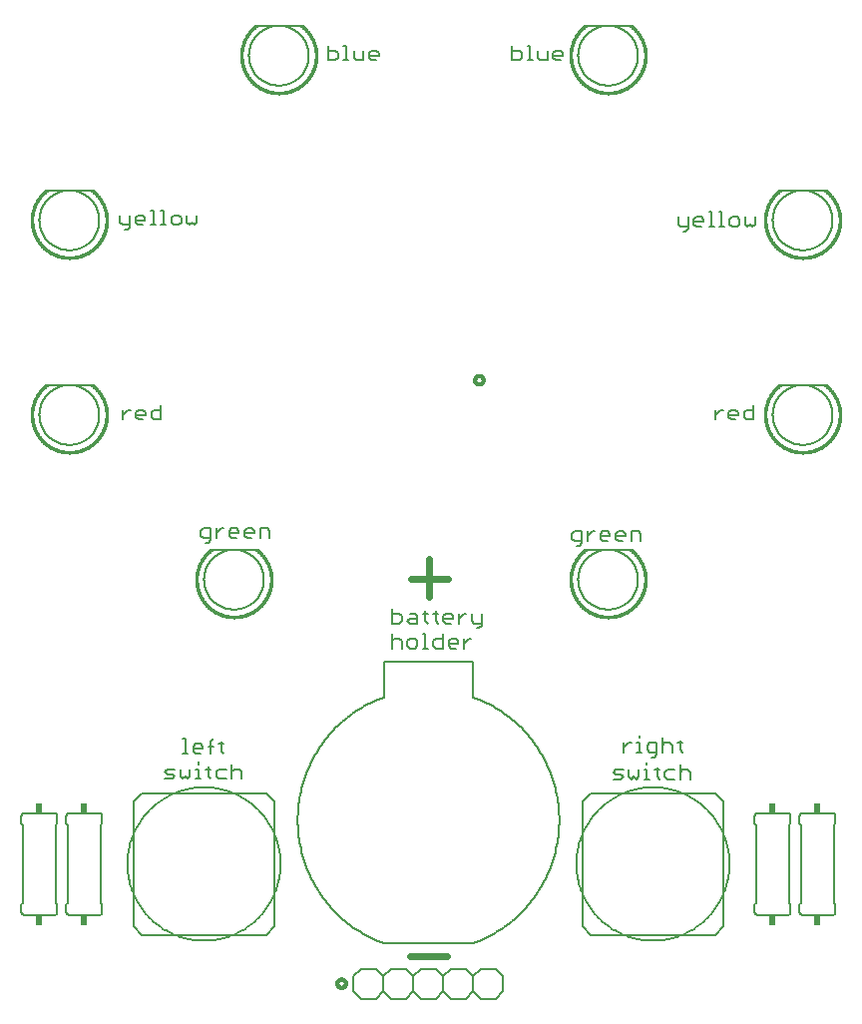
<source format=gbr>
G04 EAGLE Gerber X2 export*
%TF.Part,Single*%
%TF.FileFunction,Legend,Top,1*%
%TF.FilePolarity,Positive*%
%TF.GenerationSoftware,Autodesk,EAGLE,8.7.0*%
%TF.CreationDate,2018-04-04T18:07:55Z*%
G75*
%MOMM*%
%FSLAX34Y34*%
%LPD*%
%AMOC8*
5,1,8,0,0,1.08239X$1,22.5*%
G01*
%ADD10C,0.177800*%
%ADD11C,0.609600*%
%ADD12C,0.304800*%
%ADD13C,0.203200*%
%ADD14C,0.152400*%
%ADD15C,0.025400*%
%ADD16C,0.127000*%
%ADD17R,0.609600X0.863600*%


D10*
X413539Y356342D02*
X413539Y343885D01*
X419767Y343885D01*
X421843Y345961D01*
X421843Y350113D01*
X419767Y352189D01*
X413539Y352189D01*
X428712Y352189D02*
X432865Y352189D01*
X434941Y350113D01*
X434941Y343885D01*
X428712Y343885D01*
X426636Y345961D01*
X428712Y348037D01*
X434941Y348037D01*
X441810Y345961D02*
X441810Y354266D01*
X441810Y345961D02*
X443886Y343885D01*
X443886Y352189D02*
X439734Y352189D01*
X450541Y354266D02*
X450541Y345961D01*
X452617Y343885D01*
X452617Y352189D02*
X448465Y352189D01*
X459273Y343885D02*
X463425Y343885D01*
X459273Y343885D02*
X457197Y345961D01*
X457197Y350113D01*
X459273Y352189D01*
X463425Y352189D01*
X465501Y350113D01*
X465501Y348037D01*
X457197Y348037D01*
X470294Y343885D02*
X470294Y352189D01*
X470294Y348037D02*
X474446Y352189D01*
X476522Y352189D01*
X481208Y352189D02*
X481208Y345961D01*
X483284Y343885D01*
X489513Y343885D01*
X489513Y341809D02*
X489513Y352189D01*
X489513Y341809D02*
X487436Y339733D01*
X485360Y339733D01*
X413539Y335006D02*
X413539Y322549D01*
X413539Y328777D02*
X415615Y330853D01*
X419767Y330853D01*
X421843Y328777D01*
X421843Y322549D01*
X428712Y322549D02*
X432865Y322549D01*
X434941Y324625D01*
X434941Y328777D01*
X432865Y330853D01*
X428712Y330853D01*
X426636Y328777D01*
X426636Y324625D01*
X428712Y322549D01*
X439734Y335006D02*
X441810Y335006D01*
X441810Y322549D01*
X439734Y322549D02*
X443886Y322549D01*
X456769Y322549D02*
X456769Y335006D01*
X456769Y322549D02*
X450541Y322549D01*
X448465Y324625D01*
X448465Y328777D01*
X450541Y330853D01*
X456769Y330853D01*
X463638Y322549D02*
X467791Y322549D01*
X463638Y322549D02*
X461562Y324625D01*
X461562Y328777D01*
X463638Y330853D01*
X467791Y330853D01*
X469867Y328777D01*
X469867Y326701D01*
X461562Y326701D01*
X474660Y322549D02*
X474660Y330853D01*
X474660Y326701D02*
X478812Y330853D01*
X480888Y330853D01*
X226987Y211829D02*
X220759Y211829D01*
X226987Y211829D02*
X229063Y213905D01*
X226987Y215981D01*
X222835Y215981D01*
X220759Y218057D01*
X222835Y220133D01*
X229063Y220133D01*
X233856Y220133D02*
X233856Y213905D01*
X235932Y211829D01*
X238008Y213905D01*
X240085Y211829D01*
X242161Y213905D01*
X242161Y220133D01*
X246954Y220133D02*
X249030Y220133D01*
X249030Y211829D01*
X246954Y211829D02*
X251106Y211829D01*
X249030Y224286D02*
X249030Y226362D01*
X257761Y222210D02*
X257761Y213905D01*
X259837Y211829D01*
X259837Y220133D02*
X255685Y220133D01*
X266493Y220133D02*
X272721Y220133D01*
X266493Y220133D02*
X264417Y218057D01*
X264417Y213905D01*
X266493Y211829D01*
X272721Y211829D01*
X277514Y211829D02*
X277514Y224286D01*
X279590Y220133D02*
X277514Y218057D01*
X279590Y220133D02*
X283742Y220133D01*
X285818Y218057D01*
X285818Y211829D01*
X601419Y211499D02*
X607647Y211499D01*
X609723Y213575D01*
X607647Y215651D01*
X603495Y215651D01*
X601419Y217727D01*
X603495Y219803D01*
X609723Y219803D01*
X614516Y219803D02*
X614516Y213575D01*
X616592Y211499D01*
X618668Y213575D01*
X620745Y211499D01*
X622821Y213575D01*
X622821Y219803D01*
X627614Y219803D02*
X629690Y219803D01*
X629690Y211499D01*
X627614Y211499D02*
X631766Y211499D01*
X629690Y223956D02*
X629690Y226032D01*
X638421Y221880D02*
X638421Y213575D01*
X640497Y211499D01*
X640497Y219803D02*
X636345Y219803D01*
X647153Y219803D02*
X653381Y219803D01*
X647153Y219803D02*
X645077Y217727D01*
X645077Y213575D01*
X647153Y211499D01*
X653381Y211499D01*
X658174Y211499D02*
X658174Y223956D01*
X660250Y219803D02*
X658174Y217727D01*
X660250Y219803D02*
X664402Y219803D01*
X666478Y217727D01*
X666478Y211499D01*
D11*
X444960Y366700D02*
X444960Y398450D01*
X429710Y381950D02*
X460710Y381950D01*
X460300Y61260D02*
X428550Y61260D01*
D12*
X484088Y549910D02*
X484090Y550029D01*
X484096Y550149D01*
X484106Y550268D01*
X484120Y550386D01*
X484138Y550504D01*
X484159Y550622D01*
X484185Y550738D01*
X484214Y550854D01*
X484248Y550969D01*
X484285Y551082D01*
X484326Y551194D01*
X484370Y551305D01*
X484418Y551415D01*
X484470Y551522D01*
X484525Y551628D01*
X484584Y551732D01*
X484647Y551834D01*
X484712Y551933D01*
X484781Y552031D01*
X484853Y552126D01*
X484928Y552219D01*
X485007Y552309D01*
X485088Y552397D01*
X485172Y552481D01*
X485259Y552563D01*
X485348Y552642D01*
X485440Y552718D01*
X485535Y552791D01*
X485632Y552861D01*
X485731Y552927D01*
X485833Y552990D01*
X485936Y553050D01*
X486041Y553106D01*
X486148Y553159D01*
X486257Y553208D01*
X486368Y553254D01*
X486480Y553295D01*
X486593Y553333D01*
X486707Y553368D01*
X486823Y553398D01*
X486939Y553425D01*
X487056Y553447D01*
X487174Y553466D01*
X487293Y553481D01*
X487412Y553492D01*
X487531Y553499D01*
X487650Y553502D01*
X487770Y553501D01*
X487889Y553496D01*
X488008Y553487D01*
X488127Y553474D01*
X488245Y553457D01*
X488362Y553437D01*
X488479Y553412D01*
X488595Y553383D01*
X488710Y553351D01*
X488824Y553315D01*
X488937Y553275D01*
X489048Y553231D01*
X489157Y553184D01*
X489265Y553133D01*
X489372Y553079D01*
X489476Y553021D01*
X489578Y552959D01*
X489679Y552895D01*
X489777Y552826D01*
X489873Y552755D01*
X489966Y552681D01*
X490057Y552603D01*
X490145Y552523D01*
X490230Y552439D01*
X490313Y552353D01*
X490393Y552264D01*
X490470Y552173D01*
X490543Y552079D01*
X490614Y551982D01*
X490681Y551884D01*
X490745Y551783D01*
X490806Y551680D01*
X490863Y551575D01*
X490916Y551469D01*
X490966Y551360D01*
X491013Y551250D01*
X491055Y551139D01*
X491094Y551026D01*
X491130Y550912D01*
X491161Y550796D01*
X491188Y550680D01*
X491212Y550563D01*
X491232Y550445D01*
X491248Y550327D01*
X491260Y550208D01*
X491268Y550089D01*
X491272Y549970D01*
X491272Y549850D01*
X491268Y549731D01*
X491260Y549612D01*
X491248Y549493D01*
X491232Y549375D01*
X491212Y549257D01*
X491188Y549140D01*
X491161Y549024D01*
X491130Y548908D01*
X491094Y548794D01*
X491055Y548681D01*
X491013Y548570D01*
X490966Y548460D01*
X490916Y548351D01*
X490863Y548245D01*
X490806Y548140D01*
X490745Y548037D01*
X490681Y547936D01*
X490614Y547838D01*
X490543Y547741D01*
X490470Y547647D01*
X490393Y547556D01*
X490313Y547467D01*
X490230Y547381D01*
X490145Y547297D01*
X490057Y547217D01*
X489966Y547139D01*
X489873Y547065D01*
X489777Y546994D01*
X489679Y546925D01*
X489578Y546861D01*
X489476Y546799D01*
X489372Y546741D01*
X489265Y546687D01*
X489157Y546636D01*
X489048Y546589D01*
X488937Y546545D01*
X488824Y546505D01*
X488710Y546469D01*
X488595Y546437D01*
X488479Y546408D01*
X488362Y546383D01*
X488245Y546363D01*
X488127Y546346D01*
X488008Y546333D01*
X487889Y546324D01*
X487770Y546319D01*
X487650Y546318D01*
X487531Y546321D01*
X487412Y546328D01*
X487293Y546339D01*
X487174Y546354D01*
X487056Y546373D01*
X486939Y546395D01*
X486823Y546422D01*
X486707Y546452D01*
X486593Y546487D01*
X486480Y546525D01*
X486368Y546566D01*
X486257Y546612D01*
X486148Y546661D01*
X486041Y546714D01*
X485936Y546770D01*
X485833Y546830D01*
X485731Y546893D01*
X485632Y546959D01*
X485535Y547029D01*
X485440Y547102D01*
X485348Y547178D01*
X485259Y547257D01*
X485172Y547339D01*
X485088Y547423D01*
X485007Y547511D01*
X484928Y547601D01*
X484853Y547694D01*
X484781Y547789D01*
X484712Y547887D01*
X484647Y547986D01*
X484584Y548088D01*
X484525Y548192D01*
X484470Y548298D01*
X484418Y548405D01*
X484370Y548515D01*
X484326Y548626D01*
X484285Y548738D01*
X484248Y548851D01*
X484214Y548966D01*
X484185Y549082D01*
X484159Y549198D01*
X484138Y549316D01*
X484120Y549434D01*
X484106Y549552D01*
X484096Y549671D01*
X484090Y549791D01*
X484088Y549910D01*
X367248Y38100D02*
X367250Y38219D01*
X367256Y38339D01*
X367266Y38458D01*
X367280Y38576D01*
X367298Y38694D01*
X367319Y38812D01*
X367345Y38928D01*
X367374Y39044D01*
X367408Y39159D01*
X367445Y39272D01*
X367486Y39384D01*
X367530Y39495D01*
X367578Y39605D01*
X367630Y39712D01*
X367685Y39818D01*
X367744Y39922D01*
X367807Y40024D01*
X367872Y40123D01*
X367941Y40221D01*
X368013Y40316D01*
X368088Y40409D01*
X368167Y40499D01*
X368248Y40587D01*
X368332Y40671D01*
X368419Y40753D01*
X368508Y40832D01*
X368600Y40908D01*
X368695Y40981D01*
X368792Y41051D01*
X368891Y41117D01*
X368993Y41180D01*
X369096Y41240D01*
X369201Y41296D01*
X369308Y41349D01*
X369417Y41398D01*
X369528Y41444D01*
X369640Y41485D01*
X369753Y41523D01*
X369867Y41558D01*
X369983Y41588D01*
X370099Y41615D01*
X370216Y41637D01*
X370334Y41656D01*
X370453Y41671D01*
X370572Y41682D01*
X370691Y41689D01*
X370810Y41692D01*
X370930Y41691D01*
X371049Y41686D01*
X371168Y41677D01*
X371287Y41664D01*
X371405Y41647D01*
X371522Y41627D01*
X371639Y41602D01*
X371755Y41573D01*
X371870Y41541D01*
X371984Y41505D01*
X372097Y41465D01*
X372208Y41421D01*
X372317Y41374D01*
X372425Y41323D01*
X372532Y41269D01*
X372636Y41211D01*
X372738Y41149D01*
X372839Y41085D01*
X372937Y41016D01*
X373033Y40945D01*
X373126Y40871D01*
X373217Y40793D01*
X373305Y40713D01*
X373390Y40629D01*
X373473Y40543D01*
X373553Y40454D01*
X373630Y40363D01*
X373703Y40269D01*
X373774Y40172D01*
X373841Y40074D01*
X373905Y39973D01*
X373966Y39870D01*
X374023Y39765D01*
X374076Y39659D01*
X374126Y39550D01*
X374173Y39440D01*
X374215Y39329D01*
X374254Y39216D01*
X374290Y39102D01*
X374321Y38986D01*
X374348Y38870D01*
X374372Y38753D01*
X374392Y38635D01*
X374408Y38517D01*
X374420Y38398D01*
X374428Y38279D01*
X374432Y38160D01*
X374432Y38040D01*
X374428Y37921D01*
X374420Y37802D01*
X374408Y37683D01*
X374392Y37565D01*
X374372Y37447D01*
X374348Y37330D01*
X374321Y37214D01*
X374290Y37098D01*
X374254Y36984D01*
X374215Y36871D01*
X374173Y36760D01*
X374126Y36650D01*
X374076Y36541D01*
X374023Y36435D01*
X373966Y36330D01*
X373905Y36227D01*
X373841Y36126D01*
X373774Y36028D01*
X373703Y35931D01*
X373630Y35837D01*
X373553Y35746D01*
X373473Y35657D01*
X373390Y35571D01*
X373305Y35487D01*
X373217Y35407D01*
X373126Y35329D01*
X373033Y35255D01*
X372937Y35184D01*
X372839Y35115D01*
X372738Y35051D01*
X372636Y34989D01*
X372532Y34931D01*
X372425Y34877D01*
X372317Y34826D01*
X372208Y34779D01*
X372097Y34735D01*
X371984Y34695D01*
X371870Y34659D01*
X371755Y34627D01*
X371639Y34598D01*
X371522Y34573D01*
X371405Y34553D01*
X371287Y34536D01*
X371168Y34523D01*
X371049Y34514D01*
X370930Y34509D01*
X370810Y34508D01*
X370691Y34511D01*
X370572Y34518D01*
X370453Y34529D01*
X370334Y34544D01*
X370216Y34563D01*
X370099Y34585D01*
X369983Y34612D01*
X369867Y34642D01*
X369753Y34677D01*
X369640Y34715D01*
X369528Y34756D01*
X369417Y34802D01*
X369308Y34851D01*
X369201Y34904D01*
X369096Y34960D01*
X368993Y35020D01*
X368891Y35083D01*
X368792Y35149D01*
X368695Y35219D01*
X368600Y35292D01*
X368508Y35368D01*
X368419Y35447D01*
X368332Y35529D01*
X368248Y35613D01*
X368167Y35701D01*
X368088Y35791D01*
X368013Y35884D01*
X367941Y35979D01*
X367872Y36077D01*
X367807Y36176D01*
X367744Y36278D01*
X367685Y36382D01*
X367630Y36488D01*
X367578Y36595D01*
X367530Y36705D01*
X367486Y36816D01*
X367445Y36928D01*
X367408Y37041D01*
X367374Y37156D01*
X367345Y37272D01*
X367319Y37388D01*
X367298Y37506D01*
X367280Y37624D01*
X367266Y37742D01*
X367256Y37861D01*
X367250Y37981D01*
X367248Y38100D01*
D10*
X238075Y245876D02*
X235999Y245876D01*
X238075Y245876D02*
X238075Y233419D01*
X235999Y233419D02*
X240151Y233419D01*
X246807Y233419D02*
X250959Y233419D01*
X246807Y233419D02*
X244731Y235495D01*
X244731Y239647D01*
X246807Y241723D01*
X250959Y241723D01*
X253035Y239647D01*
X253035Y237571D01*
X244731Y237571D01*
X259904Y233419D02*
X259904Y243800D01*
X261980Y245876D01*
X261980Y239647D02*
X257828Y239647D01*
X268635Y243800D02*
X268635Y235495D01*
X270711Y233419D01*
X270711Y241723D02*
X266559Y241723D01*
X610309Y242663D02*
X610309Y234359D01*
X610309Y238511D02*
X614461Y242663D01*
X616537Y242663D01*
X621223Y242663D02*
X623299Y242663D01*
X623299Y234359D01*
X621223Y234359D02*
X625376Y234359D01*
X623299Y246816D02*
X623299Y248892D01*
X634107Y230207D02*
X636183Y230207D01*
X638259Y232283D01*
X638259Y242663D01*
X632031Y242663D01*
X629955Y240587D01*
X629955Y236435D01*
X632031Y234359D01*
X638259Y234359D01*
X643052Y234359D02*
X643052Y246816D01*
X645128Y242663D02*
X643052Y240587D01*
X645128Y242663D02*
X649280Y242663D01*
X651357Y240587D01*
X651357Y234359D01*
X658225Y236435D02*
X658225Y244740D01*
X658225Y236435D02*
X660302Y234359D01*
X660302Y242663D02*
X656149Y242663D01*
X359189Y821429D02*
X359189Y833886D01*
X359189Y821429D02*
X365417Y821429D01*
X367493Y823505D01*
X367493Y827657D01*
X365417Y829733D01*
X359189Y829733D01*
X372286Y833886D02*
X374362Y833886D01*
X374362Y821429D01*
X372286Y821429D02*
X376438Y821429D01*
X381018Y823505D02*
X381018Y829733D01*
X381018Y823505D02*
X383094Y821429D01*
X389322Y821429D01*
X389322Y829733D01*
X396191Y821429D02*
X400343Y821429D01*
X396191Y821429D02*
X394115Y823505D01*
X394115Y827657D01*
X396191Y829733D01*
X400343Y829733D01*
X402419Y827657D01*
X402419Y825581D01*
X394115Y825581D01*
X515399Y821429D02*
X515399Y833886D01*
X515399Y821429D02*
X521627Y821429D01*
X523703Y823505D01*
X523703Y827657D01*
X521627Y829733D01*
X515399Y829733D01*
X528496Y833886D02*
X530572Y833886D01*
X530572Y821429D01*
X528496Y821429D02*
X532648Y821429D01*
X537228Y823505D02*
X537228Y829733D01*
X537228Y823505D02*
X539304Y821429D01*
X545532Y821429D01*
X545532Y829733D01*
X552401Y821429D02*
X556553Y821429D01*
X552401Y821429D02*
X550325Y823505D01*
X550325Y827657D01*
X552401Y829733D01*
X556553Y829733D01*
X558629Y827657D01*
X558629Y825581D01*
X550325Y825581D01*
X182659Y690033D02*
X182659Y683805D01*
X184735Y681729D01*
X190963Y681729D01*
X190963Y679653D02*
X190963Y690033D01*
X190963Y679653D02*
X188887Y677577D01*
X186811Y677577D01*
X197832Y681729D02*
X201985Y681729D01*
X197832Y681729D02*
X195756Y683805D01*
X195756Y687957D01*
X197832Y690033D01*
X201985Y690033D01*
X204061Y687957D01*
X204061Y685881D01*
X195756Y685881D01*
X208854Y694186D02*
X210930Y694186D01*
X210930Y681729D01*
X208854Y681729D02*
X213006Y681729D01*
X217585Y694186D02*
X219661Y694186D01*
X219661Y681729D01*
X217585Y681729D02*
X221737Y681729D01*
X228393Y681729D02*
X232545Y681729D01*
X234621Y683805D01*
X234621Y687957D01*
X232545Y690033D01*
X228393Y690033D01*
X226317Y687957D01*
X226317Y683805D01*
X228393Y681729D01*
X239414Y683805D02*
X239414Y690033D01*
X239414Y683805D02*
X241490Y681729D01*
X243566Y683805D01*
X245642Y681729D01*
X247718Y683805D01*
X247718Y690033D01*
X656369Y688763D02*
X656369Y682535D01*
X658445Y680459D01*
X664673Y680459D01*
X664673Y678383D02*
X664673Y688763D01*
X664673Y678383D02*
X662597Y676307D01*
X660521Y676307D01*
X671542Y680459D02*
X675695Y680459D01*
X671542Y680459D02*
X669466Y682535D01*
X669466Y686687D01*
X671542Y688763D01*
X675695Y688763D01*
X677771Y686687D01*
X677771Y684611D01*
X669466Y684611D01*
X682564Y692916D02*
X684640Y692916D01*
X684640Y680459D01*
X682564Y680459D02*
X686716Y680459D01*
X691295Y692916D02*
X693371Y692916D01*
X693371Y680459D01*
X691295Y680459D02*
X695447Y680459D01*
X702103Y680459D02*
X706255Y680459D01*
X708331Y682535D01*
X708331Y686687D01*
X706255Y688763D01*
X702103Y688763D01*
X700027Y686687D01*
X700027Y682535D01*
X702103Y680459D01*
X713124Y682535D02*
X713124Y688763D01*
X713124Y682535D02*
X715200Y680459D01*
X717276Y682535D01*
X719352Y680459D01*
X721428Y682535D01*
X721428Y688763D01*
X688119Y524933D02*
X688119Y516629D01*
X688119Y520781D02*
X692271Y524933D01*
X694347Y524933D01*
X701109Y516629D02*
X705262Y516629D01*
X701109Y516629D02*
X699033Y518705D01*
X699033Y522857D01*
X701109Y524933D01*
X705262Y524933D01*
X707338Y522857D01*
X707338Y520781D01*
X699033Y520781D01*
X720435Y516629D02*
X720435Y529086D01*
X720435Y516629D02*
X714207Y516629D01*
X712131Y518705D01*
X712131Y522857D01*
X714207Y524933D01*
X720435Y524933D01*
X185199Y524933D02*
X185199Y516629D01*
X185199Y520781D02*
X189351Y524933D01*
X191427Y524933D01*
X198189Y516629D02*
X202342Y516629D01*
X198189Y516629D02*
X196113Y518705D01*
X196113Y522857D01*
X198189Y524933D01*
X202342Y524933D01*
X204418Y522857D01*
X204418Y520781D01*
X196113Y520781D01*
X217515Y516629D02*
X217515Y529086D01*
X217515Y516629D02*
X211287Y516629D01*
X209211Y518705D01*
X209211Y522857D01*
X211287Y524933D01*
X217515Y524933D01*
X255391Y412147D02*
X257467Y412147D01*
X259543Y414223D01*
X259543Y424603D01*
X253315Y424603D01*
X251239Y422527D01*
X251239Y418375D01*
X253315Y416299D01*
X259543Y416299D01*
X264336Y416299D02*
X264336Y424603D01*
X264336Y420451D02*
X268488Y424603D01*
X270565Y424603D01*
X277327Y416299D02*
X281479Y416299D01*
X277327Y416299D02*
X275251Y418375D01*
X275251Y422527D01*
X277327Y424603D01*
X281479Y424603D01*
X283555Y422527D01*
X283555Y420451D01*
X275251Y420451D01*
X290424Y416299D02*
X294576Y416299D01*
X290424Y416299D02*
X288348Y418375D01*
X288348Y422527D01*
X290424Y424603D01*
X294576Y424603D01*
X296652Y422527D01*
X296652Y420451D01*
X288348Y420451D01*
X301445Y416299D02*
X301445Y424603D01*
X307673Y424603D01*
X309750Y422527D01*
X309750Y416299D01*
X570351Y409607D02*
X572427Y409607D01*
X574503Y411683D01*
X574503Y422063D01*
X568275Y422063D01*
X566199Y419987D01*
X566199Y415835D01*
X568275Y413759D01*
X574503Y413759D01*
X579296Y413759D02*
X579296Y422063D01*
X579296Y417911D02*
X583448Y422063D01*
X585525Y422063D01*
X592287Y413759D02*
X596439Y413759D01*
X592287Y413759D02*
X590211Y415835D01*
X590211Y419987D01*
X592287Y422063D01*
X596439Y422063D01*
X598515Y419987D01*
X598515Y417911D01*
X590211Y417911D01*
X605384Y413759D02*
X609536Y413759D01*
X605384Y413759D02*
X603308Y415835D01*
X603308Y419987D01*
X605384Y422063D01*
X609536Y422063D01*
X611612Y419987D01*
X611612Y417911D01*
X603308Y417911D01*
X616405Y413759D02*
X616405Y422063D01*
X622633Y422063D01*
X624710Y419987D01*
X624710Y413759D01*
D13*
X406500Y311000D02*
X406500Y281200D01*
X406500Y311000D02*
X482500Y311000D01*
X482500Y281200D01*
X482500Y72400D02*
X406500Y72400D01*
X403963Y73362D01*
X401450Y74386D01*
X398964Y75471D01*
X396504Y76616D01*
X394073Y77821D01*
X391672Y79084D01*
X389303Y80406D01*
X386967Y81786D01*
X384665Y83222D01*
X382399Y84714D01*
X380170Y86261D01*
X377979Y87861D01*
X375829Y89515D01*
X373719Y91220D01*
X371651Y92977D01*
X369627Y94784D01*
X367647Y96639D01*
X365714Y98542D01*
X363827Y100492D01*
X361989Y102487D01*
X360200Y104527D01*
X358461Y106610D01*
X356774Y108734D01*
X355138Y110899D01*
X353557Y113103D01*
X352029Y115346D01*
X350557Y117624D01*
X349140Y119938D01*
X347781Y122286D01*
X346479Y124667D01*
X345236Y127078D01*
X344052Y129519D01*
X342928Y131989D01*
X341865Y134485D01*
X340863Y137006D01*
X339922Y139551D01*
X339044Y142118D01*
X338229Y144706D01*
X337478Y147313D01*
X336790Y149937D01*
X336166Y152578D01*
X335608Y155232D01*
X335114Y157900D01*
X334685Y160579D01*
X334322Y163268D01*
X334024Y165965D01*
X333793Y168668D01*
X333627Y171376D01*
X333528Y174087D01*
X333495Y176800D01*
X333528Y179513D01*
X333627Y182224D01*
X333793Y184932D01*
X334024Y187635D01*
X334322Y190332D01*
X334685Y193021D01*
X335114Y195700D01*
X335608Y198368D01*
X336166Y201022D01*
X336790Y203663D01*
X337478Y206287D01*
X338229Y208894D01*
X339044Y211482D01*
X339922Y214049D01*
X340863Y216594D01*
X341865Y219115D01*
X342928Y221611D01*
X344052Y224081D01*
X345236Y226522D01*
X346479Y228933D01*
X347781Y231314D01*
X349140Y233662D01*
X350557Y235976D01*
X352029Y238254D01*
X353557Y240497D01*
X355138Y242701D01*
X356774Y244866D01*
X358461Y246990D01*
X360200Y249073D01*
X361989Y251113D01*
X363827Y253108D01*
X365714Y255058D01*
X367647Y256961D01*
X369627Y258816D01*
X371651Y260623D01*
X373719Y262380D01*
X375829Y264085D01*
X377979Y265739D01*
X380170Y267339D01*
X382399Y268886D01*
X384665Y270378D01*
X386967Y271814D01*
X389303Y273194D01*
X391672Y274516D01*
X394073Y275779D01*
X396504Y276984D01*
X398964Y278129D01*
X401450Y279214D01*
X403963Y280238D01*
X406500Y281200D01*
X482500Y281200D02*
X485037Y280238D01*
X487550Y279214D01*
X490036Y278129D01*
X492496Y276984D01*
X494927Y275779D01*
X497328Y274516D01*
X499697Y273194D01*
X502033Y271814D01*
X504335Y270378D01*
X506601Y268886D01*
X508830Y267339D01*
X511021Y265739D01*
X513171Y264085D01*
X515281Y262380D01*
X517349Y260623D01*
X519373Y258816D01*
X521353Y256961D01*
X523286Y255058D01*
X525173Y253108D01*
X527011Y251113D01*
X528800Y249073D01*
X530539Y246990D01*
X532226Y244866D01*
X533862Y242701D01*
X535443Y240497D01*
X536971Y238254D01*
X538443Y235976D01*
X539860Y233662D01*
X541219Y231314D01*
X542521Y228933D01*
X543764Y226522D01*
X544948Y224081D01*
X546072Y221611D01*
X547135Y219115D01*
X548137Y216594D01*
X549078Y214049D01*
X549956Y211482D01*
X550771Y208894D01*
X551522Y206287D01*
X552210Y203663D01*
X552834Y201022D01*
X553392Y198368D01*
X553886Y195700D01*
X554315Y193021D01*
X554678Y190332D01*
X554976Y187635D01*
X555207Y184932D01*
X555373Y182224D01*
X555472Y179513D01*
X555505Y176800D01*
X555472Y174087D01*
X555373Y171376D01*
X555207Y168668D01*
X554976Y165965D01*
X554678Y163268D01*
X554315Y160579D01*
X553886Y157900D01*
X553392Y155232D01*
X552834Y152578D01*
X552210Y149937D01*
X551522Y147313D01*
X550771Y144706D01*
X549956Y142118D01*
X549078Y139551D01*
X548137Y137006D01*
X547135Y134485D01*
X546072Y131989D01*
X544948Y129519D01*
X543764Y127078D01*
X542521Y124667D01*
X541219Y122286D01*
X539860Y119938D01*
X538443Y117624D01*
X536971Y115346D01*
X535443Y113103D01*
X533862Y110899D01*
X532226Y108734D01*
X530539Y106610D01*
X528800Y104527D01*
X527011Y102487D01*
X525173Y100492D01*
X523286Y98542D01*
X521353Y96639D01*
X519373Y94784D01*
X517349Y92977D01*
X515281Y91220D01*
X513171Y89515D01*
X511021Y87861D01*
X508830Y86261D01*
X506601Y84714D01*
X504335Y83222D01*
X502033Y81786D01*
X499697Y80406D01*
X497328Y79084D01*
X494927Y77821D01*
X492496Y76616D01*
X490036Y75471D01*
X487550Y74386D01*
X485037Y73362D01*
X482500Y72400D01*
D14*
X571500Y825500D02*
X571508Y826123D01*
X571531Y826746D01*
X571569Y827369D01*
X571622Y827990D01*
X571691Y828609D01*
X571775Y829227D01*
X571874Y829842D01*
X571988Y830455D01*
X572117Y831065D01*
X572261Y831672D01*
X572420Y832275D01*
X572594Y832873D01*
X572782Y833468D01*
X572985Y834057D01*
X573202Y834641D01*
X573433Y835220D01*
X573679Y835793D01*
X573939Y836360D01*
X574212Y836920D01*
X574499Y837473D01*
X574800Y838020D01*
X575114Y838558D01*
X575441Y839089D01*
X575781Y839611D01*
X576133Y840126D01*
X576499Y840631D01*
X576876Y841127D01*
X577266Y841614D01*
X577667Y842091D01*
X578080Y842558D01*
X578504Y843014D01*
X578939Y843461D01*
X579386Y843896D01*
X579842Y844320D01*
X580309Y844733D01*
X580786Y845134D01*
X581273Y845524D01*
X581769Y845901D01*
X582274Y846267D01*
X582789Y846619D01*
X583311Y846959D01*
X583842Y847286D01*
X584380Y847600D01*
X584927Y847901D01*
X585480Y848188D01*
X586040Y848461D01*
X586607Y848721D01*
X587180Y848967D01*
X587759Y849198D01*
X588343Y849415D01*
X588932Y849618D01*
X589527Y849806D01*
X590125Y849980D01*
X590728Y850139D01*
X591335Y850283D01*
X591945Y850412D01*
X592558Y850526D01*
X593173Y850625D01*
X593791Y850709D01*
X594410Y850778D01*
X595031Y850831D01*
X595654Y850869D01*
X596277Y850892D01*
X596900Y850900D01*
X597523Y850892D01*
X598146Y850869D01*
X598769Y850831D01*
X599390Y850778D01*
X600009Y850709D01*
X600627Y850625D01*
X601242Y850526D01*
X601855Y850412D01*
X602465Y850283D01*
X603072Y850139D01*
X603675Y849980D01*
X604273Y849806D01*
X604868Y849618D01*
X605457Y849415D01*
X606041Y849198D01*
X606620Y848967D01*
X607193Y848721D01*
X607760Y848461D01*
X608320Y848188D01*
X608873Y847901D01*
X609420Y847600D01*
X609958Y847286D01*
X610489Y846959D01*
X611011Y846619D01*
X611526Y846267D01*
X612031Y845901D01*
X612527Y845524D01*
X613014Y845134D01*
X613491Y844733D01*
X613958Y844320D01*
X614414Y843896D01*
X614861Y843461D01*
X615296Y843014D01*
X615720Y842558D01*
X616133Y842091D01*
X616534Y841614D01*
X616924Y841127D01*
X617301Y840631D01*
X617667Y840126D01*
X618019Y839611D01*
X618359Y839089D01*
X618686Y838558D01*
X619000Y838020D01*
X619301Y837473D01*
X619588Y836920D01*
X619861Y836360D01*
X620121Y835793D01*
X620367Y835220D01*
X620598Y834641D01*
X620815Y834057D01*
X621018Y833468D01*
X621206Y832873D01*
X621380Y832275D01*
X621539Y831672D01*
X621683Y831065D01*
X621812Y830455D01*
X621926Y829842D01*
X622025Y829227D01*
X622109Y828609D01*
X622178Y827990D01*
X622231Y827369D01*
X622269Y826746D01*
X622292Y826123D01*
X622300Y825500D01*
X622292Y824877D01*
X622269Y824254D01*
X622231Y823631D01*
X622178Y823010D01*
X622109Y822391D01*
X622025Y821773D01*
X621926Y821158D01*
X621812Y820545D01*
X621683Y819935D01*
X621539Y819328D01*
X621380Y818725D01*
X621206Y818127D01*
X621018Y817532D01*
X620815Y816943D01*
X620598Y816359D01*
X620367Y815780D01*
X620121Y815207D01*
X619861Y814640D01*
X619588Y814080D01*
X619301Y813527D01*
X619000Y812980D01*
X618686Y812442D01*
X618359Y811911D01*
X618019Y811389D01*
X617667Y810874D01*
X617301Y810369D01*
X616924Y809873D01*
X616534Y809386D01*
X616133Y808909D01*
X615720Y808442D01*
X615296Y807986D01*
X614861Y807539D01*
X614414Y807104D01*
X613958Y806680D01*
X613491Y806267D01*
X613014Y805866D01*
X612527Y805476D01*
X612031Y805099D01*
X611526Y804733D01*
X611011Y804381D01*
X610489Y804041D01*
X609958Y803714D01*
X609420Y803400D01*
X608873Y803099D01*
X608320Y802812D01*
X607760Y802539D01*
X607193Y802279D01*
X606620Y802033D01*
X606041Y801802D01*
X605457Y801585D01*
X604868Y801382D01*
X604273Y801194D01*
X603675Y801020D01*
X603072Y800861D01*
X602465Y800717D01*
X601855Y800588D01*
X601242Y800474D01*
X600627Y800375D01*
X600009Y800291D01*
X599390Y800222D01*
X598769Y800169D01*
X598146Y800131D01*
X597523Y800108D01*
X596900Y800100D01*
X596277Y800108D01*
X595654Y800131D01*
X595031Y800169D01*
X594410Y800222D01*
X593791Y800291D01*
X593173Y800375D01*
X592558Y800474D01*
X591945Y800588D01*
X591335Y800717D01*
X590728Y800861D01*
X590125Y801020D01*
X589527Y801194D01*
X588932Y801382D01*
X588343Y801585D01*
X587759Y801802D01*
X587180Y802033D01*
X586607Y802279D01*
X586040Y802539D01*
X585480Y802812D01*
X584927Y803099D01*
X584380Y803400D01*
X583842Y803714D01*
X583311Y804041D01*
X582789Y804381D01*
X582274Y804733D01*
X581769Y805099D01*
X581273Y805476D01*
X580786Y805866D01*
X580309Y806267D01*
X579842Y806680D01*
X579386Y807104D01*
X578939Y807539D01*
X578504Y807986D01*
X578080Y808442D01*
X577667Y808909D01*
X577266Y809386D01*
X576876Y809873D01*
X576499Y810369D01*
X576133Y810874D01*
X575781Y811389D01*
X575441Y811911D01*
X575114Y812442D01*
X574800Y812980D01*
X574499Y813527D01*
X574212Y814080D01*
X573939Y814640D01*
X573679Y815207D01*
X573433Y815780D01*
X573202Y816359D01*
X572985Y816943D01*
X572782Y817532D01*
X572594Y818127D01*
X572420Y818725D01*
X572261Y819328D01*
X572117Y819935D01*
X571988Y820545D01*
X571874Y821158D01*
X571775Y821773D01*
X571691Y822391D01*
X571622Y823010D01*
X571569Y823631D01*
X571531Y824254D01*
X571508Y824877D01*
X571500Y825500D01*
D13*
X577850Y850900D02*
X615950Y850900D01*
D15*
X577063Y851738D02*
X578435Y849909D01*
X578434Y849909D02*
X577843Y849450D01*
X577263Y848977D01*
X576695Y848490D01*
X576139Y847989D01*
X575596Y847475D01*
X575065Y846948D01*
X574547Y846408D01*
X574042Y845855D01*
X573552Y845290D01*
X573075Y844713D01*
X572612Y844125D01*
X572164Y843526D01*
X571731Y842915D01*
X571312Y842295D01*
X570910Y841664D01*
X570522Y841024D01*
X570150Y840375D01*
X569795Y839716D01*
X569455Y839049D01*
X569132Y838374D01*
X568826Y837691D01*
X568536Y837001D01*
X568263Y836305D01*
X568008Y835601D01*
X567770Y834892D01*
X567549Y834177D01*
X567345Y833457D01*
X567160Y832732D01*
X566992Y832003D01*
X566842Y831269D01*
X566710Y830533D01*
X566596Y829793D01*
X566500Y829051D01*
X566422Y828307D01*
X566362Y827561D01*
X566321Y826814D01*
X566298Y826066D01*
X566294Y825317D01*
X566307Y824569D01*
X566339Y823821D01*
X566389Y823075D01*
X566458Y822330D01*
X566544Y821586D01*
X566649Y820845D01*
X566772Y820107D01*
X566913Y819372D01*
X567071Y818641D01*
X567248Y817914D01*
X567442Y817191D01*
X567654Y816473D01*
X567884Y815761D01*
X568131Y815055D01*
X568395Y814354D01*
X568676Y813661D01*
X568973Y812974D01*
X569288Y812295D01*
X569619Y811624D01*
X569966Y810961D01*
X570330Y810307D01*
X570709Y809662D01*
X571104Y809027D01*
X571515Y808401D01*
X571940Y807785D01*
X572381Y807180D01*
X572836Y806586D01*
X573306Y806004D01*
X573790Y805433D01*
X574287Y804874D01*
X574798Y804327D01*
X575322Y803793D01*
X575859Y803272D01*
X576409Y802764D01*
X576971Y802270D01*
X577545Y801790D01*
X578130Y801324D01*
X578727Y800872D01*
X579335Y800435D01*
X579953Y800013D01*
X580581Y799606D01*
X581219Y799215D01*
X581866Y798840D01*
X582522Y798480D01*
X583187Y798137D01*
X583860Y797810D01*
X584541Y797499D01*
X585229Y797205D01*
X585925Y796929D01*
X586626Y796669D01*
X587334Y796426D01*
X588048Y796201D01*
X588767Y795993D01*
X589491Y795803D01*
X590219Y795631D01*
X590951Y795477D01*
X591687Y795340D01*
X592426Y795222D01*
X593168Y795121D01*
X593911Y795039D01*
X594657Y794975D01*
X595404Y794930D01*
X596152Y794902D01*
X596900Y794893D01*
X597648Y794902D01*
X598396Y794930D01*
X599143Y794975D01*
X599889Y795039D01*
X600632Y795121D01*
X601374Y795222D01*
X602113Y795340D01*
X602849Y795477D01*
X603581Y795631D01*
X604309Y795803D01*
X605033Y795993D01*
X605752Y796201D01*
X606466Y796426D01*
X607174Y796669D01*
X607875Y796929D01*
X608571Y797205D01*
X609259Y797499D01*
X609940Y797810D01*
X610613Y798137D01*
X611278Y798480D01*
X611934Y798840D01*
X612581Y799215D01*
X613219Y799606D01*
X613847Y800013D01*
X614465Y800435D01*
X615073Y800872D01*
X615670Y801324D01*
X616255Y801790D01*
X616829Y802270D01*
X617391Y802764D01*
X617941Y803272D01*
X618478Y803793D01*
X619002Y804327D01*
X619513Y804874D01*
X620010Y805433D01*
X620494Y806004D01*
X620964Y806586D01*
X621419Y807180D01*
X621860Y807785D01*
X622285Y808401D01*
X622696Y809027D01*
X623091Y809662D01*
X623470Y810307D01*
X623834Y810961D01*
X624181Y811624D01*
X624512Y812295D01*
X624827Y812974D01*
X625124Y813661D01*
X625405Y814354D01*
X625669Y815055D01*
X625916Y815761D01*
X626146Y816473D01*
X626358Y817191D01*
X626552Y817914D01*
X626729Y818641D01*
X626887Y819372D01*
X627028Y820107D01*
X627151Y820845D01*
X627256Y821586D01*
X627342Y822330D01*
X627411Y823075D01*
X627461Y823821D01*
X627493Y824569D01*
X627506Y825317D01*
X627502Y826066D01*
X627479Y826814D01*
X627438Y827561D01*
X627378Y828307D01*
X627300Y829051D01*
X627204Y829793D01*
X627090Y830533D01*
X626958Y831269D01*
X626808Y832003D01*
X626640Y832732D01*
X626455Y833457D01*
X626251Y834177D01*
X626030Y834892D01*
X625792Y835601D01*
X625537Y836305D01*
X625264Y837001D01*
X624974Y837691D01*
X624668Y838374D01*
X624345Y839049D01*
X624005Y839716D01*
X623650Y840375D01*
X623278Y841024D01*
X622890Y841664D01*
X622488Y842295D01*
X622069Y842915D01*
X621636Y843526D01*
X621188Y844125D01*
X620725Y844713D01*
X620248Y845290D01*
X619758Y845855D01*
X619253Y846408D01*
X618735Y846948D01*
X618204Y847475D01*
X617661Y847989D01*
X617105Y848490D01*
X616537Y848977D01*
X615957Y849450D01*
X615366Y849909D01*
X616737Y851738D01*
X617373Y851245D01*
X617996Y850737D01*
X618607Y850213D01*
X619205Y849675D01*
X619789Y849123D01*
X620360Y848556D01*
X620917Y847976D01*
X621459Y847382D01*
X621987Y846775D01*
X622499Y846155D01*
X622997Y845523D01*
X623479Y844879D01*
X623944Y844223D01*
X624394Y843556D01*
X624827Y842878D01*
X625244Y842190D01*
X625644Y841492D01*
X626026Y840785D01*
X626391Y840068D01*
X626738Y839343D01*
X627068Y838609D01*
X627379Y837867D01*
X627673Y837118D01*
X627948Y836363D01*
X628204Y835600D01*
X628442Y834832D01*
X628660Y834058D01*
X628860Y833279D01*
X629041Y832495D01*
X629202Y831707D01*
X629344Y830915D01*
X629467Y830120D01*
X629570Y829323D01*
X629654Y828523D01*
X629718Y827721D01*
X629762Y826918D01*
X629787Y826114D01*
X629792Y825310D01*
X629778Y824505D01*
X629744Y823702D01*
X629690Y822899D01*
X629617Y822098D01*
X629524Y821299D01*
X629411Y820503D01*
X629279Y819710D01*
X629128Y818920D01*
X628958Y818134D01*
X628768Y817352D01*
X628559Y816575D01*
X628331Y815804D01*
X628085Y815038D01*
X627820Y814279D01*
X627536Y813526D01*
X627234Y812781D01*
X626914Y812043D01*
X626576Y811313D01*
X626220Y810591D01*
X625847Y809879D01*
X625456Y809176D01*
X625049Y808483D01*
X624624Y807799D01*
X624183Y807127D01*
X623726Y806465D01*
X623252Y805815D01*
X622763Y805177D01*
X622259Y804550D01*
X621739Y803936D01*
X621204Y803336D01*
X620655Y802748D01*
X620091Y802174D01*
X619514Y801614D01*
X618923Y801068D01*
X618319Y800537D01*
X617703Y800021D01*
X617073Y799520D01*
X616432Y799034D01*
X615779Y798564D01*
X615115Y798111D01*
X614440Y797674D01*
X613754Y797253D01*
X613059Y796849D01*
X612353Y796463D01*
X611639Y796094D01*
X610915Y795742D01*
X610183Y795408D01*
X609444Y795093D01*
X608696Y794795D01*
X607942Y794516D01*
X607181Y794255D01*
X606414Y794013D01*
X605641Y793790D01*
X604863Y793586D01*
X604081Y793400D01*
X603294Y793234D01*
X602503Y793088D01*
X601709Y792960D01*
X600912Y792853D01*
X600112Y792764D01*
X599311Y792695D01*
X598508Y792646D01*
X597704Y792617D01*
X596900Y792607D01*
X596096Y792617D01*
X595292Y792646D01*
X594489Y792695D01*
X593688Y792764D01*
X592888Y792853D01*
X592091Y792960D01*
X591297Y793088D01*
X590506Y793234D01*
X589719Y793400D01*
X588937Y793586D01*
X588159Y793790D01*
X587386Y794013D01*
X586619Y794255D01*
X585858Y794516D01*
X585104Y794795D01*
X584356Y795093D01*
X583617Y795408D01*
X582885Y795742D01*
X582161Y796094D01*
X581447Y796463D01*
X580741Y796849D01*
X580046Y797253D01*
X579360Y797674D01*
X578685Y798111D01*
X578021Y798564D01*
X577368Y799034D01*
X576727Y799520D01*
X576097Y800021D01*
X575481Y800537D01*
X574877Y801068D01*
X574286Y801614D01*
X573709Y802174D01*
X573145Y802748D01*
X572596Y803336D01*
X572061Y803936D01*
X571541Y804550D01*
X571037Y805177D01*
X570548Y805815D01*
X570074Y806465D01*
X569617Y807127D01*
X569176Y807799D01*
X568751Y808483D01*
X568344Y809176D01*
X567953Y809879D01*
X567580Y810591D01*
X567224Y811313D01*
X566886Y812043D01*
X566566Y812781D01*
X566264Y813526D01*
X565980Y814279D01*
X565715Y815038D01*
X565469Y815804D01*
X565241Y816575D01*
X565032Y817352D01*
X564842Y818134D01*
X564672Y818920D01*
X564521Y819710D01*
X564389Y820503D01*
X564276Y821299D01*
X564183Y822098D01*
X564110Y822899D01*
X564056Y823702D01*
X564022Y824505D01*
X564008Y825310D01*
X564013Y826114D01*
X564038Y826918D01*
X564082Y827721D01*
X564146Y828523D01*
X564230Y829323D01*
X564333Y830120D01*
X564456Y830915D01*
X564598Y831707D01*
X564759Y832495D01*
X564940Y833279D01*
X565140Y834058D01*
X565358Y834832D01*
X565596Y835600D01*
X565852Y836363D01*
X566127Y837118D01*
X566421Y837867D01*
X566732Y838609D01*
X567062Y839343D01*
X567409Y840068D01*
X567774Y840785D01*
X568156Y841492D01*
X568556Y842190D01*
X568973Y842878D01*
X569406Y843556D01*
X569856Y844223D01*
X570321Y844879D01*
X570803Y845523D01*
X571301Y846155D01*
X571813Y846775D01*
X572341Y847382D01*
X572883Y847976D01*
X573440Y848556D01*
X574011Y849123D01*
X574595Y849675D01*
X575193Y850213D01*
X575804Y850737D01*
X576427Y851245D01*
X577063Y851738D01*
X577207Y851546D01*
X576576Y851057D01*
X575957Y850552D01*
X575351Y850033D01*
X574757Y849498D01*
X574177Y848950D01*
X573611Y848387D01*
X573058Y847811D01*
X572520Y847221D01*
X571996Y846619D01*
X571487Y846003D01*
X570993Y845376D01*
X570515Y844737D01*
X570052Y844086D01*
X569606Y843424D01*
X569176Y842751D01*
X568762Y842068D01*
X568366Y841375D01*
X567986Y840673D01*
X567624Y839961D01*
X567279Y839241D01*
X566952Y838513D01*
X566643Y837776D01*
X566352Y837033D01*
X566079Y836283D01*
X565824Y835526D01*
X565588Y834763D01*
X565371Y833995D01*
X565173Y833221D01*
X564994Y832443D01*
X564833Y831661D01*
X564692Y830875D01*
X564571Y830086D01*
X564468Y829294D01*
X564385Y828500D01*
X564321Y827704D01*
X564277Y826907D01*
X564253Y826109D01*
X564248Y825310D01*
X564262Y824512D01*
X564296Y823714D01*
X564349Y822918D01*
X564422Y822123D01*
X564514Y821330D01*
X564626Y820539D01*
X564757Y819751D01*
X564907Y818967D01*
X565076Y818187D01*
X565265Y817411D01*
X565472Y816640D01*
X565698Y815874D01*
X565943Y815114D01*
X566206Y814360D01*
X566488Y813613D01*
X566787Y812873D01*
X567105Y812140D01*
X567441Y811416D01*
X567794Y810700D01*
X568164Y809993D01*
X568552Y809295D01*
X568957Y808606D01*
X569378Y807928D01*
X569816Y807261D01*
X570270Y806604D01*
X570740Y805958D01*
X571226Y805325D01*
X571727Y804703D01*
X572243Y804094D01*
X572773Y803497D01*
X573319Y802914D01*
X573878Y802344D01*
X574451Y801788D01*
X575038Y801246D01*
X575637Y800719D01*
X576249Y800206D01*
X576874Y799709D01*
X577511Y799227D01*
X578159Y798761D01*
X578818Y798311D01*
X579488Y797877D01*
X580169Y797459D01*
X580860Y797058D01*
X581560Y796675D01*
X582269Y796308D01*
X582987Y795959D01*
X583714Y795628D01*
X584448Y795314D01*
X585190Y795019D01*
X585939Y794742D01*
X586694Y794483D01*
X587455Y794243D01*
X588222Y794021D01*
X588995Y793818D01*
X589772Y793635D01*
X590553Y793470D01*
X591338Y793324D01*
X592126Y793198D01*
X592918Y793091D01*
X593711Y793003D01*
X594507Y792935D01*
X595304Y792886D01*
X596102Y792857D01*
X596900Y792847D01*
X597698Y792857D01*
X598496Y792886D01*
X599293Y792935D01*
X600089Y793003D01*
X600882Y793091D01*
X601674Y793198D01*
X602462Y793324D01*
X603247Y793470D01*
X604028Y793635D01*
X604805Y793818D01*
X605578Y794021D01*
X606345Y794243D01*
X607106Y794483D01*
X607861Y794742D01*
X608610Y795019D01*
X609352Y795314D01*
X610086Y795628D01*
X610813Y795959D01*
X611531Y796308D01*
X612240Y796675D01*
X612940Y797058D01*
X613631Y797459D01*
X614312Y797877D01*
X614982Y798311D01*
X615641Y798761D01*
X616289Y799227D01*
X616926Y799709D01*
X617551Y800206D01*
X618163Y800719D01*
X618762Y801246D01*
X619349Y801788D01*
X619922Y802344D01*
X620481Y802914D01*
X621027Y803497D01*
X621557Y804094D01*
X622073Y804703D01*
X622574Y805325D01*
X623060Y805958D01*
X623530Y806604D01*
X623984Y807261D01*
X624422Y807928D01*
X624843Y808606D01*
X625248Y809295D01*
X625636Y809993D01*
X626006Y810700D01*
X626359Y811416D01*
X626695Y812140D01*
X627013Y812873D01*
X627312Y813613D01*
X627594Y814360D01*
X627857Y815114D01*
X628102Y815874D01*
X628328Y816640D01*
X628535Y817411D01*
X628724Y818187D01*
X628893Y818967D01*
X629043Y819751D01*
X629174Y820539D01*
X629286Y821330D01*
X629378Y822123D01*
X629451Y822918D01*
X629504Y823714D01*
X629538Y824512D01*
X629552Y825310D01*
X629547Y826109D01*
X629523Y826907D01*
X629479Y827704D01*
X629415Y828500D01*
X629332Y829294D01*
X629229Y830086D01*
X629108Y830875D01*
X628967Y831661D01*
X628806Y832443D01*
X628627Y833221D01*
X628429Y833995D01*
X628212Y834763D01*
X627976Y835526D01*
X627721Y836283D01*
X627448Y837033D01*
X627157Y837776D01*
X626848Y838513D01*
X626521Y839241D01*
X626176Y839961D01*
X625814Y840673D01*
X625434Y841375D01*
X625038Y842068D01*
X624624Y842751D01*
X624194Y843424D01*
X623748Y844086D01*
X623285Y844737D01*
X622807Y845376D01*
X622313Y846003D01*
X621804Y846619D01*
X621280Y847221D01*
X620742Y847811D01*
X620189Y848387D01*
X619623Y848950D01*
X619043Y849498D01*
X618449Y850033D01*
X617843Y850552D01*
X617224Y851057D01*
X616593Y851546D01*
X616449Y851354D01*
X617076Y850868D01*
X617690Y850367D01*
X618292Y849852D01*
X618881Y849321D01*
X619456Y848777D01*
X620019Y848218D01*
X620567Y847646D01*
X621102Y847061D01*
X621622Y846463D01*
X622127Y845852D01*
X622617Y845229D01*
X623092Y844595D01*
X623551Y843948D01*
X623994Y843291D01*
X624421Y842624D01*
X624831Y841945D01*
X625225Y841258D01*
X625602Y840560D01*
X625961Y839854D01*
X626304Y839139D01*
X626628Y838416D01*
X626935Y837686D01*
X627224Y836948D01*
X627495Y836203D01*
X627748Y835451D01*
X627982Y834694D01*
X628197Y833932D01*
X628394Y833164D01*
X628572Y832391D01*
X628731Y831615D01*
X628871Y830835D01*
X628992Y830052D01*
X629094Y829266D01*
X629176Y828477D01*
X629239Y827687D01*
X629283Y826896D01*
X629307Y826104D01*
X629312Y825311D01*
X629298Y824519D01*
X629264Y823727D01*
X629211Y822936D01*
X629139Y822147D01*
X629047Y821360D01*
X628937Y820575D01*
X628807Y819793D01*
X628658Y819015D01*
X628489Y818240D01*
X628303Y817470D01*
X628097Y816704D01*
X627872Y815944D01*
X627630Y815190D01*
X627368Y814442D01*
X627089Y813700D01*
X626791Y812965D01*
X626476Y812238D01*
X626143Y811519D01*
X625792Y810808D01*
X625424Y810106D01*
X625039Y809413D01*
X624638Y808730D01*
X624219Y808057D01*
X623785Y807394D01*
X623334Y806742D01*
X622867Y806102D01*
X622385Y805473D01*
X621888Y804855D01*
X621376Y804251D01*
X620849Y803659D01*
X620308Y803080D01*
X619753Y802514D01*
X619184Y801962D01*
X618602Y801424D01*
X618006Y800901D01*
X617399Y800392D01*
X616779Y799898D01*
X616147Y799420D01*
X615503Y798957D01*
X614849Y798510D01*
X614184Y798080D01*
X613508Y797665D01*
X612822Y797267D01*
X612127Y796887D01*
X611423Y796523D01*
X610710Y796176D01*
X609989Y795847D01*
X609260Y795536D01*
X608524Y795243D01*
X607781Y794968D01*
X607031Y794711D01*
X606275Y794472D01*
X605514Y794252D01*
X604747Y794051D01*
X603976Y793869D01*
X603200Y793705D01*
X602421Y793561D01*
X601638Y793435D01*
X600853Y793329D01*
X600065Y793242D01*
X599276Y793174D01*
X598485Y793126D01*
X597693Y793097D01*
X596900Y793087D01*
X596107Y793097D01*
X595315Y793126D01*
X594524Y793174D01*
X593735Y793242D01*
X592947Y793329D01*
X592162Y793435D01*
X591379Y793561D01*
X590600Y793705D01*
X589824Y793869D01*
X589053Y794051D01*
X588286Y794252D01*
X587525Y794472D01*
X586769Y794711D01*
X586019Y794968D01*
X585276Y795243D01*
X584540Y795536D01*
X583811Y795847D01*
X583090Y796176D01*
X582377Y796523D01*
X581673Y796887D01*
X580978Y797267D01*
X580292Y797665D01*
X579616Y798080D01*
X578951Y798510D01*
X578297Y798957D01*
X577653Y799420D01*
X577021Y799898D01*
X576401Y800392D01*
X575794Y800901D01*
X575198Y801424D01*
X574616Y801962D01*
X574047Y802514D01*
X573492Y803080D01*
X572951Y803659D01*
X572424Y804251D01*
X571912Y804855D01*
X571415Y805473D01*
X570933Y806102D01*
X570466Y806742D01*
X570015Y807394D01*
X569581Y808057D01*
X569162Y808730D01*
X568761Y809413D01*
X568376Y810106D01*
X568008Y810808D01*
X567657Y811519D01*
X567324Y812238D01*
X567009Y812965D01*
X566711Y813700D01*
X566432Y814442D01*
X566170Y815190D01*
X565928Y815944D01*
X565703Y816704D01*
X565497Y817470D01*
X565311Y818240D01*
X565142Y819015D01*
X564993Y819793D01*
X564863Y820575D01*
X564753Y821360D01*
X564661Y822147D01*
X564589Y822936D01*
X564536Y823727D01*
X564502Y824519D01*
X564488Y825311D01*
X564493Y826104D01*
X564517Y826896D01*
X564561Y827687D01*
X564624Y828477D01*
X564706Y829266D01*
X564808Y830052D01*
X564929Y830835D01*
X565069Y831615D01*
X565228Y832391D01*
X565406Y833164D01*
X565603Y833932D01*
X565818Y834694D01*
X566052Y835451D01*
X566305Y836203D01*
X566576Y836948D01*
X566865Y837686D01*
X567172Y838416D01*
X567496Y839139D01*
X567839Y839854D01*
X568198Y840560D01*
X568575Y841258D01*
X568969Y841945D01*
X569379Y842624D01*
X569806Y843291D01*
X570249Y843948D01*
X570708Y844595D01*
X571183Y845229D01*
X571673Y845852D01*
X572178Y846463D01*
X572698Y847061D01*
X573233Y847646D01*
X573781Y848218D01*
X574344Y848777D01*
X574919Y849321D01*
X575508Y849852D01*
X576110Y850367D01*
X576724Y850868D01*
X577351Y851354D01*
X577495Y851162D01*
X576873Y850680D01*
X576263Y850183D01*
X575666Y849671D01*
X575082Y849144D01*
X574510Y848604D01*
X573952Y848049D01*
X573407Y847482D01*
X572877Y846901D01*
X572361Y846307D01*
X571859Y845701D01*
X571373Y845082D01*
X570902Y844452D01*
X570446Y843811D01*
X570006Y843159D01*
X569583Y842496D01*
X569175Y841823D01*
X568784Y841140D01*
X568410Y840448D01*
X568054Y839747D01*
X567714Y839038D01*
X567392Y838320D01*
X567087Y837595D01*
X566800Y836862D01*
X566531Y836123D01*
X566281Y835377D01*
X566048Y834625D01*
X565834Y833868D01*
X565639Y833106D01*
X565462Y832340D01*
X565305Y831569D01*
X565166Y830795D01*
X565046Y830017D01*
X564945Y829237D01*
X564863Y828455D01*
X564800Y827670D01*
X564757Y826885D01*
X564733Y826099D01*
X564728Y825312D01*
X564742Y824525D01*
X564775Y823739D01*
X564828Y822955D01*
X564900Y822171D01*
X564991Y821390D01*
X565101Y820611D01*
X565230Y819835D01*
X565378Y819062D01*
X565545Y818293D01*
X565730Y817529D01*
X565934Y816769D01*
X566157Y816015D01*
X566398Y815266D01*
X566657Y814523D01*
X566935Y813787D01*
X567230Y813058D01*
X567543Y812336D01*
X567874Y811622D01*
X568222Y810917D01*
X568587Y810220D01*
X568969Y809532D01*
X569368Y808854D01*
X569783Y808186D01*
X570215Y807528D01*
X570662Y806881D01*
X571125Y806245D01*
X571604Y805621D01*
X572097Y805008D01*
X572606Y804408D01*
X573129Y803820D01*
X573666Y803245D01*
X574217Y802684D01*
X574781Y802136D01*
X575359Y801602D01*
X575950Y801083D01*
X576553Y800578D01*
X577169Y800088D01*
X577796Y799613D01*
X578435Y799154D01*
X579084Y798710D01*
X579745Y798282D01*
X580415Y797871D01*
X581096Y797476D01*
X581786Y797098D01*
X582485Y796737D01*
X583192Y796393D01*
X583908Y796067D01*
X584631Y795758D01*
X585362Y795467D01*
X586100Y795194D01*
X586844Y794939D01*
X587594Y794702D01*
X588350Y794484D01*
X589111Y794284D01*
X589877Y794103D01*
X590646Y793941D01*
X591420Y793797D01*
X592197Y793673D01*
X592976Y793567D01*
X593758Y793481D01*
X594542Y793414D01*
X595327Y793365D01*
X596113Y793337D01*
X596900Y793327D01*
X597687Y793337D01*
X598473Y793365D01*
X599258Y793414D01*
X600042Y793481D01*
X600824Y793567D01*
X601603Y793673D01*
X602380Y793797D01*
X603154Y793941D01*
X603923Y794103D01*
X604689Y794284D01*
X605450Y794484D01*
X606206Y794702D01*
X606956Y794939D01*
X607700Y795194D01*
X608438Y795467D01*
X609169Y795758D01*
X609892Y796067D01*
X610608Y796393D01*
X611315Y796737D01*
X612014Y797098D01*
X612704Y797476D01*
X613385Y797871D01*
X614055Y798282D01*
X614716Y798710D01*
X615365Y799154D01*
X616004Y799613D01*
X616631Y800088D01*
X617247Y800578D01*
X617850Y801083D01*
X618441Y801602D01*
X619019Y802136D01*
X619583Y802684D01*
X620134Y803245D01*
X620671Y803820D01*
X621194Y804408D01*
X621703Y805008D01*
X622196Y805621D01*
X622675Y806245D01*
X623138Y806881D01*
X623585Y807528D01*
X624017Y808186D01*
X624432Y808854D01*
X624831Y809532D01*
X625213Y810220D01*
X625578Y810917D01*
X625926Y811622D01*
X626257Y812336D01*
X626570Y813058D01*
X626865Y813787D01*
X627143Y814523D01*
X627402Y815266D01*
X627643Y816015D01*
X627866Y816769D01*
X628070Y817529D01*
X628255Y818293D01*
X628422Y819062D01*
X628570Y819835D01*
X628699Y820611D01*
X628809Y821390D01*
X628900Y822171D01*
X628972Y822955D01*
X629025Y823739D01*
X629058Y824525D01*
X629072Y825312D01*
X629067Y826099D01*
X629043Y826885D01*
X629000Y827670D01*
X628937Y828455D01*
X628855Y829237D01*
X628754Y830017D01*
X628634Y830795D01*
X628495Y831569D01*
X628338Y832340D01*
X628161Y833106D01*
X627966Y833868D01*
X627752Y834625D01*
X627519Y835377D01*
X627269Y836123D01*
X627000Y836862D01*
X626713Y837595D01*
X626408Y838320D01*
X626086Y839038D01*
X625746Y839747D01*
X625390Y840448D01*
X625016Y841140D01*
X624625Y841823D01*
X624217Y842496D01*
X623794Y843159D01*
X623354Y843811D01*
X622898Y844452D01*
X622427Y845082D01*
X621941Y845701D01*
X621439Y846307D01*
X620923Y846901D01*
X620393Y847482D01*
X619848Y848049D01*
X619290Y848604D01*
X618718Y849144D01*
X618134Y849671D01*
X617537Y850183D01*
X616927Y850680D01*
X616305Y851162D01*
X616161Y850970D01*
X616778Y850491D01*
X617383Y849998D01*
X617976Y849490D01*
X618556Y848967D01*
X619124Y848431D01*
X619678Y847881D01*
X620218Y847317D01*
X620745Y846740D01*
X621257Y846151D01*
X621754Y845549D01*
X622237Y844936D01*
X622705Y844310D01*
X623157Y843674D01*
X623593Y843026D01*
X624014Y842369D01*
X624418Y841701D01*
X624806Y841023D01*
X625177Y840336D01*
X625532Y839640D01*
X625869Y838936D01*
X626189Y838224D01*
X626491Y837504D01*
X626776Y836777D01*
X627042Y836043D01*
X627291Y835303D01*
X627522Y834557D01*
X627734Y833805D01*
X627928Y833049D01*
X628103Y832288D01*
X628260Y831523D01*
X628398Y830755D01*
X628517Y829983D01*
X628617Y829209D01*
X628698Y828432D01*
X628760Y827654D01*
X628803Y826874D01*
X628827Y826094D01*
X628832Y825313D01*
X628818Y824532D01*
X628785Y823752D01*
X628733Y822973D01*
X628662Y822195D01*
X628571Y821420D01*
X628462Y820647D01*
X628334Y819876D01*
X628187Y819110D01*
X628021Y818347D01*
X627837Y817588D01*
X627635Y816834D01*
X627413Y816085D01*
X627174Y815342D01*
X626917Y814605D01*
X626641Y813874D01*
X626348Y813150D01*
X626037Y812434D01*
X625709Y811725D01*
X625364Y811025D01*
X625001Y810334D01*
X624622Y809651D01*
X624226Y808978D01*
X623814Y808315D01*
X623386Y807662D01*
X622942Y807020D01*
X622482Y806388D01*
X622008Y805769D01*
X621518Y805161D01*
X621013Y804565D01*
X620494Y803982D01*
X619961Y803411D01*
X619414Y802854D01*
X618853Y802310D01*
X618280Y801780D01*
X617693Y801265D01*
X617095Y800764D01*
X616484Y800277D01*
X615861Y799806D01*
X615227Y799350D01*
X614583Y798910D01*
X613927Y798485D01*
X613262Y798077D01*
X612586Y797685D01*
X611901Y797310D01*
X611208Y796952D01*
X610506Y796610D01*
X609795Y796286D01*
X609077Y795980D01*
X608352Y795691D01*
X607619Y795420D01*
X606881Y795167D01*
X606136Y794932D01*
X605386Y794715D01*
X604631Y794517D01*
X603871Y794337D01*
X603107Y794176D01*
X602339Y794034D01*
X601568Y793910D01*
X600794Y793805D01*
X600018Y793720D01*
X599240Y793653D01*
X598461Y793605D01*
X597681Y793577D01*
X596900Y793567D01*
X596119Y793577D01*
X595339Y793605D01*
X594560Y793653D01*
X593782Y793720D01*
X593006Y793805D01*
X592232Y793910D01*
X591461Y794034D01*
X590693Y794176D01*
X589929Y794337D01*
X589169Y794517D01*
X588414Y794715D01*
X587664Y794932D01*
X586919Y795167D01*
X586181Y795420D01*
X585448Y795691D01*
X584723Y795980D01*
X584005Y796286D01*
X583294Y796610D01*
X582592Y796952D01*
X581899Y797310D01*
X581214Y797685D01*
X580538Y798077D01*
X579873Y798485D01*
X579217Y798910D01*
X578573Y799350D01*
X577939Y799806D01*
X577316Y800277D01*
X576705Y800764D01*
X576107Y801265D01*
X575520Y801780D01*
X574947Y802310D01*
X574386Y802854D01*
X573839Y803411D01*
X573306Y803982D01*
X572787Y804565D01*
X572282Y805161D01*
X571792Y805769D01*
X571318Y806388D01*
X570858Y807020D01*
X570414Y807662D01*
X569986Y808315D01*
X569574Y808978D01*
X569178Y809651D01*
X568799Y810334D01*
X568436Y811025D01*
X568091Y811725D01*
X567763Y812434D01*
X567452Y813150D01*
X567159Y813874D01*
X566883Y814605D01*
X566626Y815342D01*
X566387Y816085D01*
X566165Y816834D01*
X565963Y817588D01*
X565779Y818347D01*
X565613Y819110D01*
X565466Y819876D01*
X565338Y820647D01*
X565229Y821420D01*
X565138Y822195D01*
X565067Y822973D01*
X565015Y823752D01*
X564982Y824532D01*
X564968Y825313D01*
X564973Y826094D01*
X564997Y826874D01*
X565040Y827654D01*
X565102Y828432D01*
X565183Y829209D01*
X565283Y829983D01*
X565402Y830755D01*
X565540Y831523D01*
X565697Y832288D01*
X565872Y833049D01*
X566066Y833805D01*
X566278Y834557D01*
X566509Y835303D01*
X566758Y836043D01*
X567024Y836777D01*
X567309Y837504D01*
X567611Y838224D01*
X567931Y838936D01*
X568268Y839640D01*
X568623Y840336D01*
X568994Y841023D01*
X569382Y841701D01*
X569786Y842369D01*
X570207Y843026D01*
X570643Y843674D01*
X571095Y844310D01*
X571563Y844936D01*
X572046Y845549D01*
X572543Y846151D01*
X573055Y846740D01*
X573582Y847317D01*
X574122Y847881D01*
X574676Y848431D01*
X575244Y848967D01*
X575824Y849490D01*
X576417Y849998D01*
X577022Y850491D01*
X577639Y850970D01*
X577783Y850778D01*
X577170Y850303D01*
X576570Y849813D01*
X575982Y849309D01*
X575406Y848790D01*
X574843Y848258D01*
X574293Y847712D01*
X573757Y847152D01*
X573234Y846580D01*
X572726Y845995D01*
X572232Y845398D01*
X571753Y844789D01*
X571289Y844168D01*
X570840Y843537D01*
X570407Y842894D01*
X569989Y842241D01*
X569588Y841578D01*
X569203Y840906D01*
X568835Y840224D01*
X568483Y839533D01*
X568149Y838834D01*
X567831Y838127D01*
X567531Y837413D01*
X567249Y836691D01*
X566984Y835963D01*
X566737Y835228D01*
X566508Y834488D01*
X566298Y833742D01*
X566105Y832992D01*
X565931Y832236D01*
X565776Y831477D01*
X565639Y830714D01*
X565521Y829949D01*
X565421Y829180D01*
X565341Y828409D01*
X565279Y827637D01*
X565236Y826863D01*
X565212Y826089D01*
X565208Y825314D01*
X565222Y824539D01*
X565255Y823765D01*
X565306Y822991D01*
X565377Y822220D01*
X565467Y821450D01*
X565575Y820683D01*
X565702Y819918D01*
X565848Y819157D01*
X566013Y818400D01*
X566195Y817647D01*
X566397Y816898D01*
X566616Y816155D01*
X566854Y815418D01*
X567109Y814686D01*
X567382Y813961D01*
X567673Y813243D01*
X567982Y812532D01*
X568307Y811829D01*
X568650Y811134D01*
X569010Y810447D01*
X569386Y809770D01*
X569779Y809102D01*
X570188Y808444D01*
X570613Y807796D01*
X571054Y807158D01*
X571510Y806532D01*
X571981Y805917D01*
X572468Y805313D01*
X572968Y804722D01*
X573484Y804143D01*
X574013Y803577D01*
X574556Y803024D01*
X575112Y802484D01*
X575681Y801958D01*
X576263Y801447D01*
X576857Y800949D01*
X577464Y800467D01*
X578081Y799999D01*
X578710Y799546D01*
X579350Y799109D01*
X580001Y798688D01*
X580662Y798283D01*
X581332Y797894D01*
X582011Y797522D01*
X582700Y797166D01*
X583397Y796827D01*
X584102Y796506D01*
X584815Y796202D01*
X585535Y795915D01*
X586261Y795646D01*
X586994Y795395D01*
X587733Y795162D01*
X588478Y794947D01*
X589227Y794750D01*
X589982Y794571D01*
X590740Y794411D01*
X591502Y794270D01*
X592267Y794147D01*
X593035Y794044D01*
X593805Y793958D01*
X594577Y793892D01*
X595351Y793845D01*
X596125Y793816D01*
X596900Y793807D01*
X597675Y793816D01*
X598449Y793845D01*
X599223Y793892D01*
X599995Y793958D01*
X600765Y794044D01*
X601533Y794147D01*
X602298Y794270D01*
X603060Y794411D01*
X603818Y794571D01*
X604573Y794750D01*
X605322Y794947D01*
X606067Y795162D01*
X606806Y795395D01*
X607539Y795646D01*
X608265Y795915D01*
X608985Y796202D01*
X609698Y796506D01*
X610403Y796827D01*
X611100Y797166D01*
X611789Y797522D01*
X612468Y797894D01*
X613138Y798283D01*
X613799Y798688D01*
X614450Y799109D01*
X615090Y799546D01*
X615719Y799999D01*
X616336Y800467D01*
X616943Y800949D01*
X617537Y801447D01*
X618119Y801958D01*
X618688Y802484D01*
X619244Y803024D01*
X619787Y803577D01*
X620316Y804143D01*
X620832Y804722D01*
X621332Y805313D01*
X621819Y805917D01*
X622290Y806532D01*
X622746Y807158D01*
X623187Y807796D01*
X623612Y808444D01*
X624021Y809102D01*
X624414Y809770D01*
X624790Y810447D01*
X625150Y811134D01*
X625493Y811829D01*
X625818Y812532D01*
X626127Y813243D01*
X626418Y813961D01*
X626691Y814686D01*
X626946Y815418D01*
X627184Y816155D01*
X627403Y816898D01*
X627605Y817647D01*
X627787Y818400D01*
X627952Y819157D01*
X628098Y819918D01*
X628225Y820683D01*
X628333Y821450D01*
X628423Y822220D01*
X628494Y822991D01*
X628545Y823765D01*
X628578Y824539D01*
X628592Y825314D01*
X628588Y826089D01*
X628564Y826863D01*
X628521Y827637D01*
X628459Y828409D01*
X628379Y829180D01*
X628279Y829949D01*
X628161Y830714D01*
X628024Y831477D01*
X627869Y832236D01*
X627695Y832992D01*
X627502Y833742D01*
X627292Y834488D01*
X627063Y835228D01*
X626816Y835963D01*
X626551Y836691D01*
X626269Y837413D01*
X625969Y838127D01*
X625651Y838834D01*
X625317Y839533D01*
X624965Y840224D01*
X624597Y840906D01*
X624212Y841578D01*
X623811Y842241D01*
X623393Y842894D01*
X622960Y843537D01*
X622511Y844168D01*
X622047Y844789D01*
X621568Y845398D01*
X621074Y845995D01*
X620566Y846580D01*
X620043Y847152D01*
X619507Y847712D01*
X618957Y848258D01*
X618394Y848790D01*
X617818Y849309D01*
X617230Y849813D01*
X616630Y850303D01*
X616017Y850778D01*
X615873Y850586D01*
X616481Y850115D01*
X617077Y849629D01*
X617661Y849128D01*
X618232Y848613D01*
X618791Y848085D01*
X619337Y847543D01*
X619869Y846988D01*
X620387Y846420D01*
X620892Y845839D01*
X621382Y845247D01*
X621857Y844642D01*
X622318Y844026D01*
X622763Y843399D01*
X623193Y842762D01*
X623607Y842114D01*
X624005Y841456D01*
X624387Y840788D01*
X624753Y840112D01*
X625102Y839426D01*
X625434Y838733D01*
X625749Y838031D01*
X626047Y837322D01*
X626327Y836606D01*
X626590Y835883D01*
X626835Y835154D01*
X627062Y834419D01*
X627271Y833679D01*
X627462Y832934D01*
X627634Y832185D01*
X627789Y831431D01*
X627924Y830674D01*
X628042Y829914D01*
X628140Y829152D01*
X628220Y828387D01*
X628281Y827620D01*
X628324Y826852D01*
X628348Y826083D01*
X628352Y825314D01*
X628339Y824546D01*
X628306Y823777D01*
X628254Y823010D01*
X628184Y822244D01*
X628095Y821480D01*
X627987Y820719D01*
X627861Y819960D01*
X627717Y819205D01*
X627553Y818453D01*
X627372Y817706D01*
X627172Y816963D01*
X626955Y816226D01*
X626719Y815493D01*
X626465Y814767D01*
X626194Y814048D01*
X625905Y813335D01*
X625599Y812629D01*
X625276Y811932D01*
X624936Y811242D01*
X624579Y810561D01*
X624205Y809889D01*
X623815Y809226D01*
X623409Y808572D01*
X622988Y807929D01*
X622550Y807297D01*
X622097Y806675D01*
X621630Y806065D01*
X621147Y805466D01*
X620650Y804879D01*
X620139Y804305D01*
X619614Y803743D01*
X619075Y803194D01*
X618523Y802658D01*
X617958Y802137D01*
X617381Y801629D01*
X616791Y801135D01*
X616189Y800656D01*
X615576Y800192D01*
X614952Y799743D01*
X614316Y799309D01*
X613671Y798891D01*
X613015Y798489D01*
X612350Y798103D01*
X611676Y797734D01*
X610992Y797381D01*
X610301Y797045D01*
X609601Y796725D01*
X608894Y796423D01*
X608179Y796139D01*
X607458Y795872D01*
X606730Y795623D01*
X605997Y795391D01*
X605258Y795178D01*
X604514Y794983D01*
X603766Y794806D01*
X603013Y794647D01*
X602257Y794507D01*
X601498Y794385D01*
X600736Y794282D01*
X599971Y794197D01*
X599205Y794132D01*
X598438Y794085D01*
X597669Y794056D01*
X596900Y794047D01*
X596131Y794056D01*
X595362Y794085D01*
X594595Y794132D01*
X593829Y794197D01*
X593064Y794282D01*
X592302Y794385D01*
X591543Y794507D01*
X590787Y794647D01*
X590034Y794806D01*
X589286Y794983D01*
X588542Y795178D01*
X587803Y795391D01*
X587070Y795623D01*
X586342Y795872D01*
X585621Y796139D01*
X584906Y796423D01*
X584199Y796725D01*
X583499Y797045D01*
X582808Y797381D01*
X582124Y797734D01*
X581450Y798103D01*
X580785Y798489D01*
X580129Y798891D01*
X579484Y799309D01*
X578848Y799743D01*
X578224Y800192D01*
X577611Y800656D01*
X577009Y801135D01*
X576419Y801629D01*
X575842Y802137D01*
X575277Y802658D01*
X574725Y803194D01*
X574186Y803743D01*
X573661Y804305D01*
X573150Y804879D01*
X572653Y805466D01*
X572170Y806065D01*
X571703Y806675D01*
X571250Y807297D01*
X570812Y807929D01*
X570391Y808572D01*
X569985Y809226D01*
X569595Y809889D01*
X569221Y810561D01*
X568864Y811242D01*
X568524Y811932D01*
X568201Y812629D01*
X567895Y813335D01*
X567606Y814048D01*
X567335Y814767D01*
X567081Y815493D01*
X566845Y816226D01*
X566628Y816963D01*
X566428Y817706D01*
X566247Y818453D01*
X566083Y819205D01*
X565939Y819960D01*
X565813Y820719D01*
X565705Y821480D01*
X565616Y822244D01*
X565546Y823010D01*
X565494Y823777D01*
X565461Y824546D01*
X565448Y825314D01*
X565452Y826083D01*
X565476Y826852D01*
X565519Y827620D01*
X565580Y828387D01*
X565660Y829152D01*
X565758Y829914D01*
X565876Y830674D01*
X566011Y831431D01*
X566166Y832185D01*
X566338Y832934D01*
X566529Y833679D01*
X566738Y834419D01*
X566965Y835154D01*
X567210Y835883D01*
X567473Y836606D01*
X567753Y837322D01*
X568051Y838031D01*
X568366Y838733D01*
X568698Y839426D01*
X569047Y840112D01*
X569413Y840788D01*
X569795Y841456D01*
X570193Y842114D01*
X570607Y842762D01*
X571037Y843399D01*
X571482Y844026D01*
X571943Y844642D01*
X572418Y845247D01*
X572908Y845839D01*
X573413Y846420D01*
X573931Y846988D01*
X574463Y847543D01*
X575009Y848085D01*
X575568Y848613D01*
X576139Y849128D01*
X576723Y849629D01*
X577319Y850115D01*
X577927Y850586D01*
X578071Y850394D01*
X577468Y849926D01*
X576876Y849444D01*
X576297Y848947D01*
X575730Y848436D01*
X575175Y847912D01*
X574634Y847374D01*
X574106Y846823D01*
X573591Y846260D01*
X573091Y845683D01*
X572604Y845095D01*
X572133Y844495D01*
X571676Y843884D01*
X571234Y843262D01*
X570807Y842629D01*
X570396Y841986D01*
X570001Y841333D01*
X569622Y840671D01*
X569259Y839999D01*
X568913Y839319D01*
X568583Y838631D01*
X568271Y837935D01*
X567975Y837231D01*
X567697Y836520D01*
X567436Y835803D01*
X567193Y835080D01*
X566968Y834350D01*
X566761Y833616D01*
X566571Y832877D01*
X566400Y832133D01*
X566247Y831385D01*
X566112Y830634D01*
X565996Y829880D01*
X565898Y829123D01*
X565819Y828364D01*
X565758Y827603D01*
X565716Y826841D01*
X565692Y826078D01*
X565688Y825315D01*
X565701Y824552D01*
X565734Y823790D01*
X565785Y823028D01*
X565855Y822268D01*
X565943Y821510D01*
X566050Y820755D01*
X566175Y820002D01*
X566319Y819252D01*
X566481Y818506D01*
X566661Y817765D01*
X566859Y817028D01*
X567075Y816296D01*
X567309Y815569D01*
X567561Y814849D01*
X567830Y814135D01*
X568116Y813427D01*
X568420Y812727D01*
X568741Y812035D01*
X569078Y811350D01*
X569433Y810674D01*
X569803Y810007D01*
X570190Y809349D01*
X570593Y808701D01*
X571012Y808063D01*
X571446Y807435D01*
X571895Y806818D01*
X572359Y806213D01*
X572838Y805618D01*
X573331Y805036D01*
X573839Y804466D01*
X574360Y803908D01*
X574894Y803364D01*
X575442Y802832D01*
X576003Y802315D01*
X576576Y801811D01*
X577161Y801321D01*
X577758Y800845D01*
X578367Y800385D01*
X578986Y799939D01*
X579617Y799509D01*
X580257Y799094D01*
X580908Y798695D01*
X581568Y798312D01*
X582237Y797945D01*
X582915Y797595D01*
X583602Y797262D01*
X584296Y796945D01*
X584998Y796645D01*
X585707Y796363D01*
X586423Y796098D01*
X587145Y795851D01*
X587873Y795621D01*
X588606Y795409D01*
X589344Y795215D01*
X590087Y795040D01*
X590833Y794882D01*
X591584Y794743D01*
X592337Y794622D01*
X593094Y794520D01*
X593852Y794436D01*
X594612Y794371D01*
X595374Y794324D01*
X596137Y794296D01*
X596900Y794287D01*
X597663Y794296D01*
X598426Y794324D01*
X599188Y794371D01*
X599948Y794436D01*
X600706Y794520D01*
X601463Y794622D01*
X602216Y794743D01*
X602967Y794882D01*
X603713Y795040D01*
X604456Y795215D01*
X605194Y795409D01*
X605927Y795621D01*
X606655Y795851D01*
X607377Y796098D01*
X608093Y796363D01*
X608802Y796645D01*
X609504Y796945D01*
X610198Y797262D01*
X610885Y797595D01*
X611563Y797945D01*
X612232Y798312D01*
X612892Y798695D01*
X613543Y799094D01*
X614183Y799509D01*
X614814Y799939D01*
X615433Y800385D01*
X616042Y800845D01*
X616639Y801321D01*
X617224Y801811D01*
X617797Y802315D01*
X618358Y802832D01*
X618906Y803364D01*
X619440Y803908D01*
X619961Y804466D01*
X620469Y805036D01*
X620962Y805618D01*
X621441Y806213D01*
X621905Y806818D01*
X622354Y807435D01*
X622788Y808063D01*
X623207Y808701D01*
X623610Y809349D01*
X623997Y810007D01*
X624367Y810674D01*
X624722Y811350D01*
X625059Y812035D01*
X625380Y812727D01*
X625684Y813427D01*
X625970Y814135D01*
X626239Y814849D01*
X626491Y815569D01*
X626725Y816296D01*
X626941Y817028D01*
X627139Y817765D01*
X627319Y818506D01*
X627481Y819252D01*
X627625Y820002D01*
X627750Y820755D01*
X627857Y821510D01*
X627945Y822268D01*
X628015Y823028D01*
X628066Y823790D01*
X628099Y824552D01*
X628112Y825315D01*
X628108Y826078D01*
X628084Y826841D01*
X628042Y827603D01*
X627981Y828364D01*
X627902Y829123D01*
X627804Y829880D01*
X627688Y830634D01*
X627553Y831385D01*
X627400Y832133D01*
X627229Y832877D01*
X627039Y833616D01*
X626832Y834350D01*
X626607Y835080D01*
X626364Y835803D01*
X626103Y836520D01*
X625825Y837231D01*
X625529Y837935D01*
X625217Y838631D01*
X624887Y839319D01*
X624541Y839999D01*
X624178Y840671D01*
X623799Y841333D01*
X623404Y841986D01*
X622993Y842629D01*
X622566Y843262D01*
X622124Y843884D01*
X621667Y844495D01*
X621196Y845095D01*
X620709Y845683D01*
X620209Y846260D01*
X619694Y846823D01*
X619166Y847374D01*
X618625Y847912D01*
X618070Y848436D01*
X617503Y848947D01*
X616924Y849444D01*
X616332Y849926D01*
X615729Y850394D01*
X615585Y850202D01*
X616184Y849738D01*
X616770Y849259D01*
X617345Y848766D01*
X617908Y848259D01*
X618458Y847739D01*
X618995Y847205D01*
X619520Y846659D01*
X620030Y846099D01*
X620527Y845528D01*
X621009Y844944D01*
X621477Y844349D01*
X621931Y843742D01*
X622369Y843125D01*
X622793Y842497D01*
X623201Y841859D01*
X623593Y841211D01*
X623969Y840553D01*
X624329Y839887D01*
X624672Y839212D01*
X624999Y838529D01*
X625309Y837838D01*
X625603Y837140D01*
X625879Y836435D01*
X626137Y835723D01*
X626378Y835005D01*
X626602Y834282D01*
X626808Y833553D01*
X626996Y832819D01*
X627166Y832081D01*
X627318Y831339D01*
X627451Y830594D01*
X627567Y829846D01*
X627664Y829095D01*
X627742Y828341D01*
X627803Y827586D01*
X627844Y826830D01*
X627868Y826073D01*
X627872Y825316D01*
X627859Y824559D01*
X627826Y823802D01*
X627776Y823047D01*
X627706Y822293D01*
X627619Y821540D01*
X627513Y820790D01*
X627389Y820043D01*
X627246Y819300D01*
X627085Y818560D01*
X626907Y817824D01*
X626710Y817092D01*
X626496Y816366D01*
X626263Y815645D01*
X626014Y814930D01*
X625747Y814222D01*
X625462Y813520D01*
X625161Y812825D01*
X624842Y812138D01*
X624507Y811459D01*
X624156Y810788D01*
X623788Y810126D01*
X623404Y809473D01*
X623004Y808830D01*
X622589Y808197D01*
X622158Y807574D01*
X621713Y806962D01*
X621252Y806361D01*
X620777Y805771D01*
X620287Y805193D01*
X619784Y804627D01*
X619267Y804074D01*
X618736Y803534D01*
X618193Y803007D01*
X617636Y802493D01*
X617068Y801993D01*
X616487Y801507D01*
X615894Y801035D01*
X615291Y800578D01*
X614676Y800136D01*
X614050Y799709D01*
X613415Y799297D01*
X612769Y798901D01*
X612114Y798521D01*
X611450Y798157D01*
X610777Y797810D01*
X610096Y797479D01*
X609407Y797164D01*
X608710Y796867D01*
X608007Y796587D01*
X607297Y796324D01*
X606580Y796079D01*
X605858Y795851D01*
X605130Y795641D01*
X604398Y795448D01*
X603661Y795274D01*
X602920Y795118D01*
X602175Y794980D01*
X601428Y794860D01*
X600677Y794758D01*
X599924Y794675D01*
X599170Y794610D01*
X598414Y794564D01*
X597657Y794536D01*
X596900Y794527D01*
X596143Y794536D01*
X595386Y794564D01*
X594630Y794610D01*
X593876Y794675D01*
X593123Y794758D01*
X592372Y794860D01*
X591625Y794980D01*
X590880Y795118D01*
X590139Y795274D01*
X589402Y795448D01*
X588670Y795641D01*
X587942Y795851D01*
X587220Y796079D01*
X586503Y796324D01*
X585793Y796587D01*
X585090Y796867D01*
X584393Y797164D01*
X583704Y797479D01*
X583023Y797810D01*
X582350Y798157D01*
X581686Y798521D01*
X581031Y798901D01*
X580385Y799297D01*
X579750Y799709D01*
X579124Y800136D01*
X578509Y800578D01*
X577906Y801035D01*
X577313Y801507D01*
X576732Y801993D01*
X576164Y802493D01*
X575607Y803007D01*
X575064Y803534D01*
X574533Y804074D01*
X574016Y804627D01*
X573513Y805193D01*
X573023Y805771D01*
X572548Y806361D01*
X572087Y806962D01*
X571642Y807574D01*
X571211Y808197D01*
X570796Y808830D01*
X570396Y809473D01*
X570012Y810126D01*
X569644Y810788D01*
X569293Y811459D01*
X568958Y812138D01*
X568639Y812825D01*
X568338Y813520D01*
X568053Y814222D01*
X567786Y814930D01*
X567537Y815645D01*
X567304Y816366D01*
X567090Y817092D01*
X566893Y817824D01*
X566715Y818560D01*
X566554Y819300D01*
X566411Y820043D01*
X566287Y820790D01*
X566181Y821540D01*
X566094Y822293D01*
X566024Y823047D01*
X565974Y823802D01*
X565941Y824559D01*
X565928Y825316D01*
X565932Y826073D01*
X565956Y826830D01*
X565997Y827586D01*
X566058Y828341D01*
X566136Y829095D01*
X566233Y829846D01*
X566349Y830594D01*
X566482Y831339D01*
X566634Y832081D01*
X566804Y832819D01*
X566992Y833553D01*
X567198Y834282D01*
X567422Y835005D01*
X567663Y835723D01*
X567921Y836435D01*
X568197Y837140D01*
X568491Y837838D01*
X568801Y838529D01*
X569128Y839212D01*
X569471Y839887D01*
X569831Y840553D01*
X570207Y841211D01*
X570599Y841859D01*
X571007Y842497D01*
X571431Y843125D01*
X571869Y843742D01*
X572323Y844349D01*
X572791Y844944D01*
X573273Y845528D01*
X573770Y846099D01*
X574280Y846659D01*
X574805Y847205D01*
X575342Y847739D01*
X575892Y848259D01*
X576455Y848766D01*
X577030Y849259D01*
X577616Y849738D01*
X578215Y850202D01*
X578359Y850010D01*
X577765Y849549D01*
X577183Y849074D01*
X576612Y848585D01*
X576054Y848082D01*
X575508Y847566D01*
X574975Y847036D01*
X574455Y846494D01*
X573949Y845939D01*
X573456Y845372D01*
X572977Y844793D01*
X572512Y844202D01*
X572062Y843600D01*
X571627Y842987D01*
X571207Y842364D01*
X570803Y841731D01*
X570414Y841088D01*
X570041Y840436D01*
X569683Y839775D01*
X569343Y839105D01*
X569018Y838428D01*
X568710Y837742D01*
X568420Y837049D01*
X568146Y836349D01*
X567889Y835643D01*
X567650Y834931D01*
X567428Y834213D01*
X567224Y833490D01*
X567037Y832762D01*
X566869Y832030D01*
X566718Y831293D01*
X566585Y830554D01*
X566471Y829811D01*
X566375Y829066D01*
X566297Y828319D01*
X566237Y827570D01*
X566195Y826819D01*
X566172Y826068D01*
X566168Y825317D01*
X566181Y824566D01*
X566213Y823815D01*
X566264Y823065D01*
X566332Y822317D01*
X566419Y821570D01*
X566524Y820826D01*
X566648Y820085D01*
X566789Y819347D01*
X566949Y818613D01*
X567126Y817883D01*
X567321Y817157D01*
X567534Y816436D01*
X567764Y815721D01*
X568012Y815012D01*
X568277Y814309D01*
X568559Y813612D01*
X568858Y812923D01*
X569174Y812241D01*
X569507Y811567D01*
X569855Y810902D01*
X570220Y810245D01*
X570601Y809597D01*
X570998Y808959D01*
X571410Y808331D01*
X571838Y807713D01*
X572280Y807105D01*
X572737Y806509D01*
X573209Y805924D01*
X573694Y805350D01*
X574194Y804789D01*
X574707Y804240D01*
X575233Y803704D01*
X575773Y803181D01*
X576325Y802671D01*
X576889Y802175D01*
X577465Y801692D01*
X578053Y801224D01*
X578652Y800771D01*
X579262Y800332D01*
X579883Y799908D01*
X580514Y799500D01*
X581154Y799107D01*
X581804Y798730D01*
X582463Y798369D01*
X583131Y798024D01*
X583807Y797696D01*
X584490Y797384D01*
X585181Y797089D01*
X585879Y796811D01*
X586584Y796550D01*
X587295Y796307D01*
X588012Y796080D01*
X588733Y795872D01*
X589460Y795681D01*
X590191Y795508D01*
X590927Y795353D01*
X591666Y795216D01*
X592408Y795097D01*
X593152Y794996D01*
X593899Y794914D01*
X594648Y794850D01*
X595398Y794804D01*
X596149Y794776D01*
X596900Y794767D01*
X597651Y794776D01*
X598402Y794804D01*
X599152Y794850D01*
X599901Y794914D01*
X600648Y794996D01*
X601392Y795097D01*
X602134Y795216D01*
X602873Y795353D01*
X603609Y795508D01*
X604340Y795681D01*
X605067Y795872D01*
X605788Y796080D01*
X606505Y796307D01*
X607216Y796550D01*
X607921Y796811D01*
X608619Y797089D01*
X609310Y797384D01*
X609993Y797696D01*
X610669Y798024D01*
X611337Y798369D01*
X611996Y798730D01*
X612646Y799107D01*
X613286Y799500D01*
X613917Y799908D01*
X614538Y800332D01*
X615148Y800771D01*
X615747Y801224D01*
X616335Y801692D01*
X616911Y802175D01*
X617475Y802671D01*
X618027Y803181D01*
X618567Y803704D01*
X619093Y804240D01*
X619606Y804789D01*
X620106Y805350D01*
X620591Y805924D01*
X621063Y806509D01*
X621520Y807105D01*
X621962Y807713D01*
X622390Y808331D01*
X622802Y808959D01*
X623199Y809597D01*
X623580Y810245D01*
X623945Y810902D01*
X624293Y811567D01*
X624626Y812241D01*
X624942Y812923D01*
X625241Y813612D01*
X625523Y814309D01*
X625788Y815012D01*
X626036Y815721D01*
X626266Y816436D01*
X626479Y817157D01*
X626674Y817883D01*
X626851Y818613D01*
X627011Y819347D01*
X627152Y820085D01*
X627276Y820826D01*
X627381Y821570D01*
X627468Y822317D01*
X627536Y823065D01*
X627587Y823815D01*
X627619Y824566D01*
X627632Y825317D01*
X627628Y826068D01*
X627605Y826819D01*
X627563Y827570D01*
X627503Y828319D01*
X627425Y829066D01*
X627329Y829811D01*
X627215Y830554D01*
X627082Y831293D01*
X626931Y832030D01*
X626763Y832762D01*
X626576Y833490D01*
X626372Y834213D01*
X626150Y834931D01*
X625911Y835643D01*
X625654Y836349D01*
X625380Y837049D01*
X625090Y837742D01*
X624782Y838428D01*
X624457Y839105D01*
X624117Y839775D01*
X623759Y840436D01*
X623386Y841088D01*
X622997Y841731D01*
X622593Y842364D01*
X622173Y842987D01*
X621738Y843600D01*
X621288Y844202D01*
X620823Y844793D01*
X620344Y845372D01*
X619851Y845939D01*
X619345Y846494D01*
X618825Y847036D01*
X618292Y847566D01*
X617746Y848082D01*
X617188Y848585D01*
X616617Y849074D01*
X616035Y849549D01*
X615441Y850010D01*
D14*
X736600Y685800D02*
X736608Y686423D01*
X736631Y687046D01*
X736669Y687669D01*
X736722Y688290D01*
X736791Y688909D01*
X736875Y689527D01*
X736974Y690142D01*
X737088Y690755D01*
X737217Y691365D01*
X737361Y691972D01*
X737520Y692575D01*
X737694Y693173D01*
X737882Y693768D01*
X738085Y694357D01*
X738302Y694941D01*
X738533Y695520D01*
X738779Y696093D01*
X739039Y696660D01*
X739312Y697220D01*
X739599Y697773D01*
X739900Y698320D01*
X740214Y698858D01*
X740541Y699389D01*
X740881Y699911D01*
X741233Y700426D01*
X741599Y700931D01*
X741976Y701427D01*
X742366Y701914D01*
X742767Y702391D01*
X743180Y702858D01*
X743604Y703314D01*
X744039Y703761D01*
X744486Y704196D01*
X744942Y704620D01*
X745409Y705033D01*
X745886Y705434D01*
X746373Y705824D01*
X746869Y706201D01*
X747374Y706567D01*
X747889Y706919D01*
X748411Y707259D01*
X748942Y707586D01*
X749480Y707900D01*
X750027Y708201D01*
X750580Y708488D01*
X751140Y708761D01*
X751707Y709021D01*
X752280Y709267D01*
X752859Y709498D01*
X753443Y709715D01*
X754032Y709918D01*
X754627Y710106D01*
X755225Y710280D01*
X755828Y710439D01*
X756435Y710583D01*
X757045Y710712D01*
X757658Y710826D01*
X758273Y710925D01*
X758891Y711009D01*
X759510Y711078D01*
X760131Y711131D01*
X760754Y711169D01*
X761377Y711192D01*
X762000Y711200D01*
X762623Y711192D01*
X763246Y711169D01*
X763869Y711131D01*
X764490Y711078D01*
X765109Y711009D01*
X765727Y710925D01*
X766342Y710826D01*
X766955Y710712D01*
X767565Y710583D01*
X768172Y710439D01*
X768775Y710280D01*
X769373Y710106D01*
X769968Y709918D01*
X770557Y709715D01*
X771141Y709498D01*
X771720Y709267D01*
X772293Y709021D01*
X772860Y708761D01*
X773420Y708488D01*
X773973Y708201D01*
X774520Y707900D01*
X775058Y707586D01*
X775589Y707259D01*
X776111Y706919D01*
X776626Y706567D01*
X777131Y706201D01*
X777627Y705824D01*
X778114Y705434D01*
X778591Y705033D01*
X779058Y704620D01*
X779514Y704196D01*
X779961Y703761D01*
X780396Y703314D01*
X780820Y702858D01*
X781233Y702391D01*
X781634Y701914D01*
X782024Y701427D01*
X782401Y700931D01*
X782767Y700426D01*
X783119Y699911D01*
X783459Y699389D01*
X783786Y698858D01*
X784100Y698320D01*
X784401Y697773D01*
X784688Y697220D01*
X784961Y696660D01*
X785221Y696093D01*
X785467Y695520D01*
X785698Y694941D01*
X785915Y694357D01*
X786118Y693768D01*
X786306Y693173D01*
X786480Y692575D01*
X786639Y691972D01*
X786783Y691365D01*
X786912Y690755D01*
X787026Y690142D01*
X787125Y689527D01*
X787209Y688909D01*
X787278Y688290D01*
X787331Y687669D01*
X787369Y687046D01*
X787392Y686423D01*
X787400Y685800D01*
X787392Y685177D01*
X787369Y684554D01*
X787331Y683931D01*
X787278Y683310D01*
X787209Y682691D01*
X787125Y682073D01*
X787026Y681458D01*
X786912Y680845D01*
X786783Y680235D01*
X786639Y679628D01*
X786480Y679025D01*
X786306Y678427D01*
X786118Y677832D01*
X785915Y677243D01*
X785698Y676659D01*
X785467Y676080D01*
X785221Y675507D01*
X784961Y674940D01*
X784688Y674380D01*
X784401Y673827D01*
X784100Y673280D01*
X783786Y672742D01*
X783459Y672211D01*
X783119Y671689D01*
X782767Y671174D01*
X782401Y670669D01*
X782024Y670173D01*
X781634Y669686D01*
X781233Y669209D01*
X780820Y668742D01*
X780396Y668286D01*
X779961Y667839D01*
X779514Y667404D01*
X779058Y666980D01*
X778591Y666567D01*
X778114Y666166D01*
X777627Y665776D01*
X777131Y665399D01*
X776626Y665033D01*
X776111Y664681D01*
X775589Y664341D01*
X775058Y664014D01*
X774520Y663700D01*
X773973Y663399D01*
X773420Y663112D01*
X772860Y662839D01*
X772293Y662579D01*
X771720Y662333D01*
X771141Y662102D01*
X770557Y661885D01*
X769968Y661682D01*
X769373Y661494D01*
X768775Y661320D01*
X768172Y661161D01*
X767565Y661017D01*
X766955Y660888D01*
X766342Y660774D01*
X765727Y660675D01*
X765109Y660591D01*
X764490Y660522D01*
X763869Y660469D01*
X763246Y660431D01*
X762623Y660408D01*
X762000Y660400D01*
X761377Y660408D01*
X760754Y660431D01*
X760131Y660469D01*
X759510Y660522D01*
X758891Y660591D01*
X758273Y660675D01*
X757658Y660774D01*
X757045Y660888D01*
X756435Y661017D01*
X755828Y661161D01*
X755225Y661320D01*
X754627Y661494D01*
X754032Y661682D01*
X753443Y661885D01*
X752859Y662102D01*
X752280Y662333D01*
X751707Y662579D01*
X751140Y662839D01*
X750580Y663112D01*
X750027Y663399D01*
X749480Y663700D01*
X748942Y664014D01*
X748411Y664341D01*
X747889Y664681D01*
X747374Y665033D01*
X746869Y665399D01*
X746373Y665776D01*
X745886Y666166D01*
X745409Y666567D01*
X744942Y666980D01*
X744486Y667404D01*
X744039Y667839D01*
X743604Y668286D01*
X743180Y668742D01*
X742767Y669209D01*
X742366Y669686D01*
X741976Y670173D01*
X741599Y670669D01*
X741233Y671174D01*
X740881Y671689D01*
X740541Y672211D01*
X740214Y672742D01*
X739900Y673280D01*
X739599Y673827D01*
X739312Y674380D01*
X739039Y674940D01*
X738779Y675507D01*
X738533Y676080D01*
X738302Y676659D01*
X738085Y677243D01*
X737882Y677832D01*
X737694Y678427D01*
X737520Y679025D01*
X737361Y679628D01*
X737217Y680235D01*
X737088Y680845D01*
X736974Y681458D01*
X736875Y682073D01*
X736791Y682691D01*
X736722Y683310D01*
X736669Y683931D01*
X736631Y684554D01*
X736608Y685177D01*
X736600Y685800D01*
D13*
X742950Y711200D02*
X781050Y711200D01*
D15*
X742163Y712038D02*
X743535Y710209D01*
X743534Y710209D02*
X742943Y709750D01*
X742363Y709277D01*
X741795Y708790D01*
X741239Y708289D01*
X740696Y707775D01*
X740165Y707248D01*
X739647Y706708D01*
X739142Y706155D01*
X738652Y705590D01*
X738175Y705013D01*
X737712Y704425D01*
X737264Y703826D01*
X736831Y703215D01*
X736412Y702595D01*
X736010Y701964D01*
X735622Y701324D01*
X735250Y700675D01*
X734895Y700016D01*
X734555Y699349D01*
X734232Y698674D01*
X733926Y697991D01*
X733636Y697301D01*
X733363Y696605D01*
X733108Y695901D01*
X732870Y695192D01*
X732649Y694477D01*
X732445Y693757D01*
X732260Y693032D01*
X732092Y692303D01*
X731942Y691569D01*
X731810Y690833D01*
X731696Y690093D01*
X731600Y689351D01*
X731522Y688607D01*
X731462Y687861D01*
X731421Y687114D01*
X731398Y686366D01*
X731394Y685617D01*
X731407Y684869D01*
X731439Y684121D01*
X731489Y683375D01*
X731558Y682630D01*
X731644Y681886D01*
X731749Y681145D01*
X731872Y680407D01*
X732013Y679672D01*
X732171Y678941D01*
X732348Y678214D01*
X732542Y677491D01*
X732754Y676773D01*
X732984Y676061D01*
X733231Y675355D01*
X733495Y674654D01*
X733776Y673961D01*
X734073Y673274D01*
X734388Y672595D01*
X734719Y671924D01*
X735066Y671261D01*
X735430Y670607D01*
X735809Y669962D01*
X736204Y669327D01*
X736615Y668701D01*
X737040Y668085D01*
X737481Y667480D01*
X737936Y666886D01*
X738406Y666304D01*
X738890Y665733D01*
X739387Y665174D01*
X739898Y664627D01*
X740422Y664093D01*
X740959Y663572D01*
X741509Y663064D01*
X742071Y662570D01*
X742645Y662090D01*
X743230Y661624D01*
X743827Y661172D01*
X744435Y660735D01*
X745053Y660313D01*
X745681Y659906D01*
X746319Y659515D01*
X746966Y659140D01*
X747622Y658780D01*
X748287Y658437D01*
X748960Y658110D01*
X749641Y657799D01*
X750329Y657505D01*
X751025Y657229D01*
X751726Y656969D01*
X752434Y656726D01*
X753148Y656501D01*
X753867Y656293D01*
X754591Y656103D01*
X755319Y655931D01*
X756051Y655777D01*
X756787Y655640D01*
X757526Y655522D01*
X758268Y655421D01*
X759011Y655339D01*
X759757Y655275D01*
X760504Y655230D01*
X761252Y655202D01*
X762000Y655193D01*
X762748Y655202D01*
X763496Y655230D01*
X764243Y655275D01*
X764989Y655339D01*
X765732Y655421D01*
X766474Y655522D01*
X767213Y655640D01*
X767949Y655777D01*
X768681Y655931D01*
X769409Y656103D01*
X770133Y656293D01*
X770852Y656501D01*
X771566Y656726D01*
X772274Y656969D01*
X772975Y657229D01*
X773671Y657505D01*
X774359Y657799D01*
X775040Y658110D01*
X775713Y658437D01*
X776378Y658780D01*
X777034Y659140D01*
X777681Y659515D01*
X778319Y659906D01*
X778947Y660313D01*
X779565Y660735D01*
X780173Y661172D01*
X780770Y661624D01*
X781355Y662090D01*
X781929Y662570D01*
X782491Y663064D01*
X783041Y663572D01*
X783578Y664093D01*
X784102Y664627D01*
X784613Y665174D01*
X785110Y665733D01*
X785594Y666304D01*
X786064Y666886D01*
X786519Y667480D01*
X786960Y668085D01*
X787385Y668701D01*
X787796Y669327D01*
X788191Y669962D01*
X788570Y670607D01*
X788934Y671261D01*
X789281Y671924D01*
X789612Y672595D01*
X789927Y673274D01*
X790224Y673961D01*
X790505Y674654D01*
X790769Y675355D01*
X791016Y676061D01*
X791246Y676773D01*
X791458Y677491D01*
X791652Y678214D01*
X791829Y678941D01*
X791987Y679672D01*
X792128Y680407D01*
X792251Y681145D01*
X792356Y681886D01*
X792442Y682630D01*
X792511Y683375D01*
X792561Y684121D01*
X792593Y684869D01*
X792606Y685617D01*
X792602Y686366D01*
X792579Y687114D01*
X792538Y687861D01*
X792478Y688607D01*
X792400Y689351D01*
X792304Y690093D01*
X792190Y690833D01*
X792058Y691569D01*
X791908Y692303D01*
X791740Y693032D01*
X791555Y693757D01*
X791351Y694477D01*
X791130Y695192D01*
X790892Y695901D01*
X790637Y696605D01*
X790364Y697301D01*
X790074Y697991D01*
X789768Y698674D01*
X789445Y699349D01*
X789105Y700016D01*
X788750Y700675D01*
X788378Y701324D01*
X787990Y701964D01*
X787588Y702595D01*
X787169Y703215D01*
X786736Y703826D01*
X786288Y704425D01*
X785825Y705013D01*
X785348Y705590D01*
X784858Y706155D01*
X784353Y706708D01*
X783835Y707248D01*
X783304Y707775D01*
X782761Y708289D01*
X782205Y708790D01*
X781637Y709277D01*
X781057Y709750D01*
X780466Y710209D01*
X781837Y712038D01*
X782473Y711545D01*
X783096Y711037D01*
X783707Y710513D01*
X784305Y709975D01*
X784889Y709423D01*
X785460Y708856D01*
X786017Y708276D01*
X786559Y707682D01*
X787087Y707075D01*
X787599Y706455D01*
X788097Y705823D01*
X788579Y705179D01*
X789044Y704523D01*
X789494Y703856D01*
X789927Y703178D01*
X790344Y702490D01*
X790744Y701792D01*
X791126Y701085D01*
X791491Y700368D01*
X791838Y699643D01*
X792168Y698909D01*
X792479Y698167D01*
X792773Y697418D01*
X793048Y696663D01*
X793304Y695900D01*
X793542Y695132D01*
X793760Y694358D01*
X793960Y693579D01*
X794141Y692795D01*
X794302Y692007D01*
X794444Y691215D01*
X794567Y690420D01*
X794670Y689623D01*
X794754Y688823D01*
X794818Y688021D01*
X794862Y687218D01*
X794887Y686414D01*
X794892Y685610D01*
X794878Y684805D01*
X794844Y684002D01*
X794790Y683199D01*
X794717Y682398D01*
X794624Y681599D01*
X794511Y680803D01*
X794379Y680010D01*
X794228Y679220D01*
X794058Y678434D01*
X793868Y677652D01*
X793659Y676875D01*
X793431Y676104D01*
X793185Y675338D01*
X792920Y674579D01*
X792636Y673826D01*
X792334Y673081D01*
X792014Y672343D01*
X791676Y671613D01*
X791320Y670891D01*
X790947Y670179D01*
X790556Y669476D01*
X790149Y668783D01*
X789724Y668099D01*
X789283Y667427D01*
X788826Y666765D01*
X788352Y666115D01*
X787863Y665477D01*
X787359Y664850D01*
X786839Y664236D01*
X786304Y663636D01*
X785755Y663048D01*
X785191Y662474D01*
X784614Y661914D01*
X784023Y661368D01*
X783419Y660837D01*
X782803Y660321D01*
X782173Y659820D01*
X781532Y659334D01*
X780879Y658864D01*
X780215Y658411D01*
X779540Y657974D01*
X778854Y657553D01*
X778159Y657149D01*
X777453Y656763D01*
X776739Y656394D01*
X776015Y656042D01*
X775283Y655708D01*
X774544Y655393D01*
X773796Y655095D01*
X773042Y654816D01*
X772281Y654555D01*
X771514Y654313D01*
X770741Y654090D01*
X769963Y653886D01*
X769181Y653700D01*
X768394Y653534D01*
X767603Y653388D01*
X766809Y653260D01*
X766012Y653153D01*
X765212Y653064D01*
X764411Y652995D01*
X763608Y652946D01*
X762804Y652917D01*
X762000Y652907D01*
X761196Y652917D01*
X760392Y652946D01*
X759589Y652995D01*
X758788Y653064D01*
X757988Y653153D01*
X757191Y653260D01*
X756397Y653388D01*
X755606Y653534D01*
X754819Y653700D01*
X754037Y653886D01*
X753259Y654090D01*
X752486Y654313D01*
X751719Y654555D01*
X750958Y654816D01*
X750204Y655095D01*
X749456Y655393D01*
X748717Y655708D01*
X747985Y656042D01*
X747261Y656394D01*
X746547Y656763D01*
X745841Y657149D01*
X745146Y657553D01*
X744460Y657974D01*
X743785Y658411D01*
X743121Y658864D01*
X742468Y659334D01*
X741827Y659820D01*
X741197Y660321D01*
X740581Y660837D01*
X739977Y661368D01*
X739386Y661914D01*
X738809Y662474D01*
X738245Y663048D01*
X737696Y663636D01*
X737161Y664236D01*
X736641Y664850D01*
X736137Y665477D01*
X735648Y666115D01*
X735174Y666765D01*
X734717Y667427D01*
X734276Y668099D01*
X733851Y668783D01*
X733444Y669476D01*
X733053Y670179D01*
X732680Y670891D01*
X732324Y671613D01*
X731986Y672343D01*
X731666Y673081D01*
X731364Y673826D01*
X731080Y674579D01*
X730815Y675338D01*
X730569Y676104D01*
X730341Y676875D01*
X730132Y677652D01*
X729942Y678434D01*
X729772Y679220D01*
X729621Y680010D01*
X729489Y680803D01*
X729376Y681599D01*
X729283Y682398D01*
X729210Y683199D01*
X729156Y684002D01*
X729122Y684805D01*
X729108Y685610D01*
X729113Y686414D01*
X729138Y687218D01*
X729182Y688021D01*
X729246Y688823D01*
X729330Y689623D01*
X729433Y690420D01*
X729556Y691215D01*
X729698Y692007D01*
X729859Y692795D01*
X730040Y693579D01*
X730240Y694358D01*
X730458Y695132D01*
X730696Y695900D01*
X730952Y696663D01*
X731227Y697418D01*
X731521Y698167D01*
X731832Y698909D01*
X732162Y699643D01*
X732509Y700368D01*
X732874Y701085D01*
X733256Y701792D01*
X733656Y702490D01*
X734073Y703178D01*
X734506Y703856D01*
X734956Y704523D01*
X735421Y705179D01*
X735903Y705823D01*
X736401Y706455D01*
X736913Y707075D01*
X737441Y707682D01*
X737983Y708276D01*
X738540Y708856D01*
X739111Y709423D01*
X739695Y709975D01*
X740293Y710513D01*
X740904Y711037D01*
X741527Y711545D01*
X742163Y712038D01*
X742307Y711846D01*
X741676Y711357D01*
X741057Y710852D01*
X740451Y710333D01*
X739857Y709798D01*
X739277Y709250D01*
X738711Y708687D01*
X738158Y708111D01*
X737620Y707521D01*
X737096Y706919D01*
X736587Y706303D01*
X736093Y705676D01*
X735615Y705037D01*
X735152Y704386D01*
X734706Y703724D01*
X734276Y703051D01*
X733862Y702368D01*
X733466Y701675D01*
X733086Y700973D01*
X732724Y700261D01*
X732379Y699541D01*
X732052Y698813D01*
X731743Y698076D01*
X731452Y697333D01*
X731179Y696583D01*
X730924Y695826D01*
X730688Y695063D01*
X730471Y694295D01*
X730273Y693521D01*
X730094Y692743D01*
X729933Y691961D01*
X729792Y691175D01*
X729671Y690386D01*
X729568Y689594D01*
X729485Y688800D01*
X729421Y688004D01*
X729377Y687207D01*
X729353Y686409D01*
X729348Y685610D01*
X729362Y684812D01*
X729396Y684014D01*
X729449Y683218D01*
X729522Y682423D01*
X729614Y681630D01*
X729726Y680839D01*
X729857Y680051D01*
X730007Y679267D01*
X730176Y678487D01*
X730365Y677711D01*
X730572Y676940D01*
X730798Y676174D01*
X731043Y675414D01*
X731306Y674660D01*
X731588Y673913D01*
X731887Y673173D01*
X732205Y672440D01*
X732541Y671716D01*
X732894Y671000D01*
X733264Y670293D01*
X733652Y669595D01*
X734057Y668906D01*
X734478Y668228D01*
X734916Y667561D01*
X735370Y666904D01*
X735840Y666258D01*
X736326Y665625D01*
X736827Y665003D01*
X737343Y664394D01*
X737873Y663797D01*
X738419Y663214D01*
X738978Y662644D01*
X739551Y662088D01*
X740138Y661546D01*
X740737Y661019D01*
X741349Y660506D01*
X741974Y660009D01*
X742611Y659527D01*
X743259Y659061D01*
X743918Y658611D01*
X744588Y658177D01*
X745269Y657759D01*
X745960Y657358D01*
X746660Y656975D01*
X747369Y656608D01*
X748087Y656259D01*
X748814Y655928D01*
X749548Y655614D01*
X750290Y655319D01*
X751039Y655042D01*
X751794Y654783D01*
X752555Y654543D01*
X753322Y654321D01*
X754095Y654118D01*
X754872Y653935D01*
X755653Y653770D01*
X756438Y653624D01*
X757226Y653498D01*
X758018Y653391D01*
X758811Y653303D01*
X759607Y653235D01*
X760404Y653186D01*
X761202Y653157D01*
X762000Y653147D01*
X762798Y653157D01*
X763596Y653186D01*
X764393Y653235D01*
X765189Y653303D01*
X765982Y653391D01*
X766774Y653498D01*
X767562Y653624D01*
X768347Y653770D01*
X769128Y653935D01*
X769905Y654118D01*
X770678Y654321D01*
X771445Y654543D01*
X772206Y654783D01*
X772961Y655042D01*
X773710Y655319D01*
X774452Y655614D01*
X775186Y655928D01*
X775913Y656259D01*
X776631Y656608D01*
X777340Y656975D01*
X778040Y657358D01*
X778731Y657759D01*
X779412Y658177D01*
X780082Y658611D01*
X780741Y659061D01*
X781389Y659527D01*
X782026Y660009D01*
X782651Y660506D01*
X783263Y661019D01*
X783862Y661546D01*
X784449Y662088D01*
X785022Y662644D01*
X785581Y663214D01*
X786127Y663797D01*
X786657Y664394D01*
X787173Y665003D01*
X787674Y665625D01*
X788160Y666258D01*
X788630Y666904D01*
X789084Y667561D01*
X789522Y668228D01*
X789943Y668906D01*
X790348Y669595D01*
X790736Y670293D01*
X791106Y671000D01*
X791459Y671716D01*
X791795Y672440D01*
X792113Y673173D01*
X792412Y673913D01*
X792694Y674660D01*
X792957Y675414D01*
X793202Y676174D01*
X793428Y676940D01*
X793635Y677711D01*
X793824Y678487D01*
X793993Y679267D01*
X794143Y680051D01*
X794274Y680839D01*
X794386Y681630D01*
X794478Y682423D01*
X794551Y683218D01*
X794604Y684014D01*
X794638Y684812D01*
X794652Y685610D01*
X794647Y686409D01*
X794623Y687207D01*
X794579Y688004D01*
X794515Y688800D01*
X794432Y689594D01*
X794329Y690386D01*
X794208Y691175D01*
X794067Y691961D01*
X793906Y692743D01*
X793727Y693521D01*
X793529Y694295D01*
X793312Y695063D01*
X793076Y695826D01*
X792821Y696583D01*
X792548Y697333D01*
X792257Y698076D01*
X791948Y698813D01*
X791621Y699541D01*
X791276Y700261D01*
X790914Y700973D01*
X790534Y701675D01*
X790138Y702368D01*
X789724Y703051D01*
X789294Y703724D01*
X788848Y704386D01*
X788385Y705037D01*
X787907Y705676D01*
X787413Y706303D01*
X786904Y706919D01*
X786380Y707521D01*
X785842Y708111D01*
X785289Y708687D01*
X784723Y709250D01*
X784143Y709798D01*
X783549Y710333D01*
X782943Y710852D01*
X782324Y711357D01*
X781693Y711846D01*
X781549Y711654D01*
X782176Y711168D01*
X782790Y710667D01*
X783392Y710152D01*
X783981Y709621D01*
X784556Y709077D01*
X785119Y708518D01*
X785667Y707946D01*
X786202Y707361D01*
X786722Y706763D01*
X787227Y706152D01*
X787717Y705529D01*
X788192Y704895D01*
X788651Y704248D01*
X789094Y703591D01*
X789521Y702924D01*
X789931Y702245D01*
X790325Y701558D01*
X790702Y700860D01*
X791061Y700154D01*
X791404Y699439D01*
X791728Y698716D01*
X792035Y697986D01*
X792324Y697248D01*
X792595Y696503D01*
X792848Y695751D01*
X793082Y694994D01*
X793297Y694232D01*
X793494Y693464D01*
X793672Y692691D01*
X793831Y691915D01*
X793971Y691135D01*
X794092Y690352D01*
X794194Y689566D01*
X794276Y688777D01*
X794339Y687987D01*
X794383Y687196D01*
X794407Y686404D01*
X794412Y685611D01*
X794398Y684819D01*
X794364Y684027D01*
X794311Y683236D01*
X794239Y682447D01*
X794147Y681660D01*
X794037Y680875D01*
X793907Y680093D01*
X793758Y679315D01*
X793589Y678540D01*
X793403Y677770D01*
X793197Y677004D01*
X792972Y676244D01*
X792730Y675490D01*
X792468Y674742D01*
X792189Y674000D01*
X791891Y673265D01*
X791576Y672538D01*
X791243Y671819D01*
X790892Y671108D01*
X790524Y670406D01*
X790139Y669713D01*
X789738Y669030D01*
X789319Y668357D01*
X788885Y667694D01*
X788434Y667042D01*
X787967Y666402D01*
X787485Y665773D01*
X786988Y665155D01*
X786476Y664551D01*
X785949Y663959D01*
X785408Y663380D01*
X784853Y662814D01*
X784284Y662262D01*
X783702Y661724D01*
X783106Y661201D01*
X782499Y660692D01*
X781879Y660198D01*
X781247Y659720D01*
X780603Y659257D01*
X779949Y658810D01*
X779284Y658380D01*
X778608Y657965D01*
X777922Y657567D01*
X777227Y657187D01*
X776523Y656823D01*
X775810Y656476D01*
X775089Y656147D01*
X774360Y655836D01*
X773624Y655543D01*
X772881Y655268D01*
X772131Y655011D01*
X771375Y654772D01*
X770614Y654552D01*
X769847Y654351D01*
X769076Y654169D01*
X768300Y654005D01*
X767521Y653861D01*
X766738Y653735D01*
X765953Y653629D01*
X765165Y653542D01*
X764376Y653474D01*
X763585Y653426D01*
X762793Y653397D01*
X762000Y653387D01*
X761207Y653397D01*
X760415Y653426D01*
X759624Y653474D01*
X758835Y653542D01*
X758047Y653629D01*
X757262Y653735D01*
X756479Y653861D01*
X755700Y654005D01*
X754924Y654169D01*
X754153Y654351D01*
X753386Y654552D01*
X752625Y654772D01*
X751869Y655011D01*
X751119Y655268D01*
X750376Y655543D01*
X749640Y655836D01*
X748911Y656147D01*
X748190Y656476D01*
X747477Y656823D01*
X746773Y657187D01*
X746078Y657567D01*
X745392Y657965D01*
X744716Y658380D01*
X744051Y658810D01*
X743397Y659257D01*
X742753Y659720D01*
X742121Y660198D01*
X741501Y660692D01*
X740894Y661201D01*
X740298Y661724D01*
X739716Y662262D01*
X739147Y662814D01*
X738592Y663380D01*
X738051Y663959D01*
X737524Y664551D01*
X737012Y665155D01*
X736515Y665773D01*
X736033Y666402D01*
X735566Y667042D01*
X735115Y667694D01*
X734681Y668357D01*
X734262Y669030D01*
X733861Y669713D01*
X733476Y670406D01*
X733108Y671108D01*
X732757Y671819D01*
X732424Y672538D01*
X732109Y673265D01*
X731811Y674000D01*
X731532Y674742D01*
X731270Y675490D01*
X731028Y676244D01*
X730803Y677004D01*
X730597Y677770D01*
X730411Y678540D01*
X730242Y679315D01*
X730093Y680093D01*
X729963Y680875D01*
X729853Y681660D01*
X729761Y682447D01*
X729689Y683236D01*
X729636Y684027D01*
X729602Y684819D01*
X729588Y685611D01*
X729593Y686404D01*
X729617Y687196D01*
X729661Y687987D01*
X729724Y688777D01*
X729806Y689566D01*
X729908Y690352D01*
X730029Y691135D01*
X730169Y691915D01*
X730328Y692691D01*
X730506Y693464D01*
X730703Y694232D01*
X730918Y694994D01*
X731152Y695751D01*
X731405Y696503D01*
X731676Y697248D01*
X731965Y697986D01*
X732272Y698716D01*
X732596Y699439D01*
X732939Y700154D01*
X733298Y700860D01*
X733675Y701558D01*
X734069Y702245D01*
X734479Y702924D01*
X734906Y703591D01*
X735349Y704248D01*
X735808Y704895D01*
X736283Y705529D01*
X736773Y706152D01*
X737278Y706763D01*
X737798Y707361D01*
X738333Y707946D01*
X738881Y708518D01*
X739444Y709077D01*
X740019Y709621D01*
X740608Y710152D01*
X741210Y710667D01*
X741824Y711168D01*
X742451Y711654D01*
X742595Y711462D01*
X741973Y710980D01*
X741363Y710483D01*
X740766Y709971D01*
X740182Y709444D01*
X739610Y708904D01*
X739052Y708349D01*
X738507Y707782D01*
X737977Y707201D01*
X737461Y706607D01*
X736959Y706001D01*
X736473Y705382D01*
X736002Y704752D01*
X735546Y704111D01*
X735106Y703459D01*
X734683Y702796D01*
X734275Y702123D01*
X733884Y701440D01*
X733510Y700748D01*
X733154Y700047D01*
X732814Y699338D01*
X732492Y698620D01*
X732187Y697895D01*
X731900Y697162D01*
X731631Y696423D01*
X731381Y695677D01*
X731148Y694925D01*
X730934Y694168D01*
X730739Y693406D01*
X730562Y692640D01*
X730405Y691869D01*
X730266Y691095D01*
X730146Y690317D01*
X730045Y689537D01*
X729963Y688755D01*
X729900Y687970D01*
X729857Y687185D01*
X729833Y686399D01*
X729828Y685612D01*
X729842Y684825D01*
X729875Y684039D01*
X729928Y683255D01*
X730000Y682471D01*
X730091Y681690D01*
X730201Y680911D01*
X730330Y680135D01*
X730478Y679362D01*
X730645Y678593D01*
X730830Y677829D01*
X731034Y677069D01*
X731257Y676315D01*
X731498Y675566D01*
X731757Y674823D01*
X732035Y674087D01*
X732330Y673358D01*
X732643Y672636D01*
X732974Y671922D01*
X733322Y671217D01*
X733687Y670520D01*
X734069Y669832D01*
X734468Y669154D01*
X734883Y668486D01*
X735315Y667828D01*
X735762Y667181D01*
X736225Y666545D01*
X736704Y665921D01*
X737197Y665308D01*
X737706Y664708D01*
X738229Y664120D01*
X738766Y663545D01*
X739317Y662984D01*
X739881Y662436D01*
X740459Y661902D01*
X741050Y661383D01*
X741653Y660878D01*
X742269Y660388D01*
X742896Y659913D01*
X743535Y659454D01*
X744184Y659010D01*
X744845Y658582D01*
X745515Y658171D01*
X746196Y657776D01*
X746886Y657398D01*
X747585Y657037D01*
X748292Y656693D01*
X749008Y656367D01*
X749731Y656058D01*
X750462Y655767D01*
X751200Y655494D01*
X751944Y655239D01*
X752694Y655002D01*
X753450Y654784D01*
X754211Y654584D01*
X754977Y654403D01*
X755746Y654241D01*
X756520Y654097D01*
X757297Y653973D01*
X758076Y653867D01*
X758858Y653781D01*
X759642Y653714D01*
X760427Y653665D01*
X761213Y653637D01*
X762000Y653627D01*
X762787Y653637D01*
X763573Y653665D01*
X764358Y653714D01*
X765142Y653781D01*
X765924Y653867D01*
X766703Y653973D01*
X767480Y654097D01*
X768254Y654241D01*
X769023Y654403D01*
X769789Y654584D01*
X770550Y654784D01*
X771306Y655002D01*
X772056Y655239D01*
X772800Y655494D01*
X773538Y655767D01*
X774269Y656058D01*
X774992Y656367D01*
X775708Y656693D01*
X776415Y657037D01*
X777114Y657398D01*
X777804Y657776D01*
X778485Y658171D01*
X779155Y658582D01*
X779816Y659010D01*
X780465Y659454D01*
X781104Y659913D01*
X781731Y660388D01*
X782347Y660878D01*
X782950Y661383D01*
X783541Y661902D01*
X784119Y662436D01*
X784683Y662984D01*
X785234Y663545D01*
X785771Y664120D01*
X786294Y664708D01*
X786803Y665308D01*
X787296Y665921D01*
X787775Y666545D01*
X788238Y667181D01*
X788685Y667828D01*
X789117Y668486D01*
X789532Y669154D01*
X789931Y669832D01*
X790313Y670520D01*
X790678Y671217D01*
X791026Y671922D01*
X791357Y672636D01*
X791670Y673358D01*
X791965Y674087D01*
X792243Y674823D01*
X792502Y675566D01*
X792743Y676315D01*
X792966Y677069D01*
X793170Y677829D01*
X793355Y678593D01*
X793522Y679362D01*
X793670Y680135D01*
X793799Y680911D01*
X793909Y681690D01*
X794000Y682471D01*
X794072Y683255D01*
X794125Y684039D01*
X794158Y684825D01*
X794172Y685612D01*
X794167Y686399D01*
X794143Y687185D01*
X794100Y687970D01*
X794037Y688755D01*
X793955Y689537D01*
X793854Y690317D01*
X793734Y691095D01*
X793595Y691869D01*
X793438Y692640D01*
X793261Y693406D01*
X793066Y694168D01*
X792852Y694925D01*
X792619Y695677D01*
X792369Y696423D01*
X792100Y697162D01*
X791813Y697895D01*
X791508Y698620D01*
X791186Y699338D01*
X790846Y700047D01*
X790490Y700748D01*
X790116Y701440D01*
X789725Y702123D01*
X789317Y702796D01*
X788894Y703459D01*
X788454Y704111D01*
X787998Y704752D01*
X787527Y705382D01*
X787041Y706001D01*
X786539Y706607D01*
X786023Y707201D01*
X785493Y707782D01*
X784948Y708349D01*
X784390Y708904D01*
X783818Y709444D01*
X783234Y709971D01*
X782637Y710483D01*
X782027Y710980D01*
X781405Y711462D01*
X781261Y711270D01*
X781878Y710791D01*
X782483Y710298D01*
X783076Y709790D01*
X783656Y709267D01*
X784224Y708731D01*
X784778Y708181D01*
X785318Y707617D01*
X785845Y707040D01*
X786357Y706451D01*
X786854Y705849D01*
X787337Y705236D01*
X787805Y704610D01*
X788257Y703974D01*
X788693Y703326D01*
X789114Y702669D01*
X789518Y702001D01*
X789906Y701323D01*
X790277Y700636D01*
X790632Y699940D01*
X790969Y699236D01*
X791289Y698524D01*
X791591Y697804D01*
X791876Y697077D01*
X792142Y696343D01*
X792391Y695603D01*
X792622Y694857D01*
X792834Y694105D01*
X793028Y693349D01*
X793203Y692588D01*
X793360Y691823D01*
X793498Y691055D01*
X793617Y690283D01*
X793717Y689509D01*
X793798Y688732D01*
X793860Y687954D01*
X793903Y687174D01*
X793927Y686394D01*
X793932Y685613D01*
X793918Y684832D01*
X793885Y684052D01*
X793833Y683273D01*
X793762Y682495D01*
X793671Y681720D01*
X793562Y680947D01*
X793434Y680176D01*
X793287Y679410D01*
X793121Y678647D01*
X792937Y677888D01*
X792735Y677134D01*
X792513Y676385D01*
X792274Y675642D01*
X792017Y674905D01*
X791741Y674174D01*
X791448Y673450D01*
X791137Y672734D01*
X790809Y672025D01*
X790464Y671325D01*
X790101Y670634D01*
X789722Y669951D01*
X789326Y669278D01*
X788914Y668615D01*
X788486Y667962D01*
X788042Y667320D01*
X787582Y666688D01*
X787108Y666069D01*
X786618Y665461D01*
X786113Y664865D01*
X785594Y664282D01*
X785061Y663711D01*
X784514Y663154D01*
X783953Y662610D01*
X783380Y662080D01*
X782793Y661565D01*
X782195Y661064D01*
X781584Y660577D01*
X780961Y660106D01*
X780327Y659650D01*
X779683Y659210D01*
X779027Y658785D01*
X778362Y658377D01*
X777686Y657985D01*
X777001Y657610D01*
X776308Y657252D01*
X775606Y656910D01*
X774895Y656586D01*
X774177Y656280D01*
X773452Y655991D01*
X772719Y655720D01*
X771981Y655467D01*
X771236Y655232D01*
X770486Y655015D01*
X769731Y654817D01*
X768971Y654637D01*
X768207Y654476D01*
X767439Y654334D01*
X766668Y654210D01*
X765894Y654105D01*
X765118Y654020D01*
X764340Y653953D01*
X763561Y653905D01*
X762781Y653877D01*
X762000Y653867D01*
X761219Y653877D01*
X760439Y653905D01*
X759660Y653953D01*
X758882Y654020D01*
X758106Y654105D01*
X757332Y654210D01*
X756561Y654334D01*
X755793Y654476D01*
X755029Y654637D01*
X754269Y654817D01*
X753514Y655015D01*
X752764Y655232D01*
X752019Y655467D01*
X751281Y655720D01*
X750548Y655991D01*
X749823Y656280D01*
X749105Y656586D01*
X748394Y656910D01*
X747692Y657252D01*
X746999Y657610D01*
X746314Y657985D01*
X745638Y658377D01*
X744973Y658785D01*
X744317Y659210D01*
X743673Y659650D01*
X743039Y660106D01*
X742416Y660577D01*
X741805Y661064D01*
X741207Y661565D01*
X740620Y662080D01*
X740047Y662610D01*
X739486Y663154D01*
X738939Y663711D01*
X738406Y664282D01*
X737887Y664865D01*
X737382Y665461D01*
X736892Y666069D01*
X736418Y666688D01*
X735958Y667320D01*
X735514Y667962D01*
X735086Y668615D01*
X734674Y669278D01*
X734278Y669951D01*
X733899Y670634D01*
X733536Y671325D01*
X733191Y672025D01*
X732863Y672734D01*
X732552Y673450D01*
X732259Y674174D01*
X731983Y674905D01*
X731726Y675642D01*
X731487Y676385D01*
X731265Y677134D01*
X731063Y677888D01*
X730879Y678647D01*
X730713Y679410D01*
X730566Y680176D01*
X730438Y680947D01*
X730329Y681720D01*
X730238Y682495D01*
X730167Y683273D01*
X730115Y684052D01*
X730082Y684832D01*
X730068Y685613D01*
X730073Y686394D01*
X730097Y687174D01*
X730140Y687954D01*
X730202Y688732D01*
X730283Y689509D01*
X730383Y690283D01*
X730502Y691055D01*
X730640Y691823D01*
X730797Y692588D01*
X730972Y693349D01*
X731166Y694105D01*
X731378Y694857D01*
X731609Y695603D01*
X731858Y696343D01*
X732124Y697077D01*
X732409Y697804D01*
X732711Y698524D01*
X733031Y699236D01*
X733368Y699940D01*
X733723Y700636D01*
X734094Y701323D01*
X734482Y702001D01*
X734886Y702669D01*
X735307Y703326D01*
X735743Y703974D01*
X736195Y704610D01*
X736663Y705236D01*
X737146Y705849D01*
X737643Y706451D01*
X738155Y707040D01*
X738682Y707617D01*
X739222Y708181D01*
X739776Y708731D01*
X740344Y709267D01*
X740924Y709790D01*
X741517Y710298D01*
X742122Y710791D01*
X742739Y711270D01*
X742883Y711078D01*
X742270Y710603D01*
X741670Y710113D01*
X741082Y709609D01*
X740506Y709090D01*
X739943Y708558D01*
X739393Y708012D01*
X738857Y707452D01*
X738334Y706880D01*
X737826Y706295D01*
X737332Y705698D01*
X736853Y705089D01*
X736389Y704468D01*
X735940Y703837D01*
X735507Y703194D01*
X735089Y702541D01*
X734688Y701878D01*
X734303Y701206D01*
X733935Y700524D01*
X733583Y699833D01*
X733249Y699134D01*
X732931Y698427D01*
X732631Y697713D01*
X732349Y696991D01*
X732084Y696263D01*
X731837Y695528D01*
X731608Y694788D01*
X731398Y694042D01*
X731205Y693292D01*
X731031Y692536D01*
X730876Y691777D01*
X730739Y691014D01*
X730621Y690249D01*
X730521Y689480D01*
X730441Y688709D01*
X730379Y687937D01*
X730336Y687163D01*
X730312Y686389D01*
X730308Y685614D01*
X730322Y684839D01*
X730355Y684065D01*
X730406Y683291D01*
X730477Y682520D01*
X730567Y681750D01*
X730675Y680983D01*
X730802Y680218D01*
X730948Y679457D01*
X731113Y678700D01*
X731295Y677947D01*
X731497Y677198D01*
X731716Y676455D01*
X731954Y675718D01*
X732209Y674986D01*
X732482Y674261D01*
X732773Y673543D01*
X733082Y672832D01*
X733407Y672129D01*
X733750Y671434D01*
X734110Y670747D01*
X734486Y670070D01*
X734879Y669402D01*
X735288Y668744D01*
X735713Y668096D01*
X736154Y667458D01*
X736610Y666832D01*
X737081Y666217D01*
X737568Y665613D01*
X738068Y665022D01*
X738584Y664443D01*
X739113Y663877D01*
X739656Y663324D01*
X740212Y662784D01*
X740781Y662258D01*
X741363Y661747D01*
X741957Y661249D01*
X742564Y660767D01*
X743181Y660299D01*
X743810Y659846D01*
X744450Y659409D01*
X745101Y658988D01*
X745762Y658583D01*
X746432Y658194D01*
X747111Y657822D01*
X747800Y657466D01*
X748497Y657127D01*
X749202Y656806D01*
X749915Y656502D01*
X750635Y656215D01*
X751361Y655946D01*
X752094Y655695D01*
X752833Y655462D01*
X753578Y655247D01*
X754327Y655050D01*
X755082Y654871D01*
X755840Y654711D01*
X756602Y654570D01*
X757367Y654447D01*
X758135Y654344D01*
X758905Y654258D01*
X759677Y654192D01*
X760451Y654145D01*
X761225Y654116D01*
X762000Y654107D01*
X762775Y654116D01*
X763549Y654145D01*
X764323Y654192D01*
X765095Y654258D01*
X765865Y654344D01*
X766633Y654447D01*
X767398Y654570D01*
X768160Y654711D01*
X768918Y654871D01*
X769673Y655050D01*
X770422Y655247D01*
X771167Y655462D01*
X771906Y655695D01*
X772639Y655946D01*
X773365Y656215D01*
X774085Y656502D01*
X774798Y656806D01*
X775503Y657127D01*
X776200Y657466D01*
X776889Y657822D01*
X777568Y658194D01*
X778238Y658583D01*
X778899Y658988D01*
X779550Y659409D01*
X780190Y659846D01*
X780819Y660299D01*
X781436Y660767D01*
X782043Y661249D01*
X782637Y661747D01*
X783219Y662258D01*
X783788Y662784D01*
X784344Y663324D01*
X784887Y663877D01*
X785416Y664443D01*
X785932Y665022D01*
X786432Y665613D01*
X786919Y666217D01*
X787390Y666832D01*
X787846Y667458D01*
X788287Y668096D01*
X788712Y668744D01*
X789121Y669402D01*
X789514Y670070D01*
X789890Y670747D01*
X790250Y671434D01*
X790593Y672129D01*
X790918Y672832D01*
X791227Y673543D01*
X791518Y674261D01*
X791791Y674986D01*
X792046Y675718D01*
X792284Y676455D01*
X792503Y677198D01*
X792705Y677947D01*
X792887Y678700D01*
X793052Y679457D01*
X793198Y680218D01*
X793325Y680983D01*
X793433Y681750D01*
X793523Y682520D01*
X793594Y683291D01*
X793645Y684065D01*
X793678Y684839D01*
X793692Y685614D01*
X793688Y686389D01*
X793664Y687163D01*
X793621Y687937D01*
X793559Y688709D01*
X793479Y689480D01*
X793379Y690249D01*
X793261Y691014D01*
X793124Y691777D01*
X792969Y692536D01*
X792795Y693292D01*
X792602Y694042D01*
X792392Y694788D01*
X792163Y695528D01*
X791916Y696263D01*
X791651Y696991D01*
X791369Y697713D01*
X791069Y698427D01*
X790751Y699134D01*
X790417Y699833D01*
X790065Y700524D01*
X789697Y701206D01*
X789312Y701878D01*
X788911Y702541D01*
X788493Y703194D01*
X788060Y703837D01*
X787611Y704468D01*
X787147Y705089D01*
X786668Y705698D01*
X786174Y706295D01*
X785666Y706880D01*
X785143Y707452D01*
X784607Y708012D01*
X784057Y708558D01*
X783494Y709090D01*
X782918Y709609D01*
X782330Y710113D01*
X781730Y710603D01*
X781117Y711078D01*
X780973Y710886D01*
X781581Y710415D01*
X782177Y709929D01*
X782761Y709428D01*
X783332Y708913D01*
X783891Y708385D01*
X784437Y707843D01*
X784969Y707288D01*
X785487Y706720D01*
X785992Y706139D01*
X786482Y705547D01*
X786957Y704942D01*
X787418Y704326D01*
X787863Y703699D01*
X788293Y703062D01*
X788707Y702414D01*
X789105Y701756D01*
X789487Y701088D01*
X789853Y700412D01*
X790202Y699726D01*
X790534Y699033D01*
X790849Y698331D01*
X791147Y697622D01*
X791427Y696906D01*
X791690Y696183D01*
X791935Y695454D01*
X792162Y694719D01*
X792371Y693979D01*
X792562Y693234D01*
X792734Y692485D01*
X792889Y691731D01*
X793024Y690974D01*
X793142Y690214D01*
X793240Y689452D01*
X793320Y688687D01*
X793381Y687920D01*
X793424Y687152D01*
X793448Y686383D01*
X793452Y685614D01*
X793439Y684846D01*
X793406Y684077D01*
X793354Y683310D01*
X793284Y682544D01*
X793195Y681780D01*
X793087Y681019D01*
X792961Y680260D01*
X792817Y679505D01*
X792653Y678753D01*
X792472Y678006D01*
X792272Y677263D01*
X792055Y676526D01*
X791819Y675793D01*
X791565Y675067D01*
X791294Y674348D01*
X791005Y673635D01*
X790699Y672929D01*
X790376Y672232D01*
X790036Y671542D01*
X789679Y670861D01*
X789305Y670189D01*
X788915Y669526D01*
X788509Y668872D01*
X788088Y668229D01*
X787650Y667597D01*
X787197Y666975D01*
X786730Y666365D01*
X786247Y665766D01*
X785750Y665179D01*
X785239Y664605D01*
X784714Y664043D01*
X784175Y663494D01*
X783623Y662958D01*
X783058Y662437D01*
X782481Y661929D01*
X781891Y661435D01*
X781289Y660956D01*
X780676Y660492D01*
X780052Y660043D01*
X779416Y659609D01*
X778771Y659191D01*
X778115Y658789D01*
X777450Y658403D01*
X776776Y658034D01*
X776092Y657681D01*
X775401Y657345D01*
X774701Y657025D01*
X773994Y656723D01*
X773279Y656439D01*
X772558Y656172D01*
X771830Y655923D01*
X771097Y655691D01*
X770358Y655478D01*
X769614Y655283D01*
X768866Y655106D01*
X768113Y654947D01*
X767357Y654807D01*
X766598Y654685D01*
X765836Y654582D01*
X765071Y654497D01*
X764305Y654432D01*
X763538Y654385D01*
X762769Y654356D01*
X762000Y654347D01*
X761231Y654356D01*
X760462Y654385D01*
X759695Y654432D01*
X758929Y654497D01*
X758164Y654582D01*
X757402Y654685D01*
X756643Y654807D01*
X755887Y654947D01*
X755134Y655106D01*
X754386Y655283D01*
X753642Y655478D01*
X752903Y655691D01*
X752170Y655923D01*
X751442Y656172D01*
X750721Y656439D01*
X750006Y656723D01*
X749299Y657025D01*
X748599Y657345D01*
X747908Y657681D01*
X747224Y658034D01*
X746550Y658403D01*
X745885Y658789D01*
X745229Y659191D01*
X744584Y659609D01*
X743948Y660043D01*
X743324Y660492D01*
X742711Y660956D01*
X742109Y661435D01*
X741519Y661929D01*
X740942Y662437D01*
X740377Y662958D01*
X739825Y663494D01*
X739286Y664043D01*
X738761Y664605D01*
X738250Y665179D01*
X737753Y665766D01*
X737270Y666365D01*
X736803Y666975D01*
X736350Y667597D01*
X735912Y668229D01*
X735491Y668872D01*
X735085Y669526D01*
X734695Y670189D01*
X734321Y670861D01*
X733964Y671542D01*
X733624Y672232D01*
X733301Y672929D01*
X732995Y673635D01*
X732706Y674348D01*
X732435Y675067D01*
X732181Y675793D01*
X731945Y676526D01*
X731728Y677263D01*
X731528Y678006D01*
X731347Y678753D01*
X731183Y679505D01*
X731039Y680260D01*
X730913Y681019D01*
X730805Y681780D01*
X730716Y682544D01*
X730646Y683310D01*
X730594Y684077D01*
X730561Y684846D01*
X730548Y685614D01*
X730552Y686383D01*
X730576Y687152D01*
X730619Y687920D01*
X730680Y688687D01*
X730760Y689452D01*
X730858Y690214D01*
X730976Y690974D01*
X731111Y691731D01*
X731266Y692485D01*
X731438Y693234D01*
X731629Y693979D01*
X731838Y694719D01*
X732065Y695454D01*
X732310Y696183D01*
X732573Y696906D01*
X732853Y697622D01*
X733151Y698331D01*
X733466Y699033D01*
X733798Y699726D01*
X734147Y700412D01*
X734513Y701088D01*
X734895Y701756D01*
X735293Y702414D01*
X735707Y703062D01*
X736137Y703699D01*
X736582Y704326D01*
X737043Y704942D01*
X737518Y705547D01*
X738008Y706139D01*
X738513Y706720D01*
X739031Y707288D01*
X739563Y707843D01*
X740109Y708385D01*
X740668Y708913D01*
X741239Y709428D01*
X741823Y709929D01*
X742419Y710415D01*
X743027Y710886D01*
X743171Y710694D01*
X742568Y710226D01*
X741976Y709744D01*
X741397Y709247D01*
X740830Y708736D01*
X740275Y708212D01*
X739734Y707674D01*
X739206Y707123D01*
X738691Y706560D01*
X738191Y705983D01*
X737704Y705395D01*
X737233Y704795D01*
X736776Y704184D01*
X736334Y703562D01*
X735907Y702929D01*
X735496Y702286D01*
X735101Y701633D01*
X734722Y700971D01*
X734359Y700299D01*
X734013Y699619D01*
X733683Y698931D01*
X733371Y698235D01*
X733075Y697531D01*
X732797Y696820D01*
X732536Y696103D01*
X732293Y695380D01*
X732068Y694650D01*
X731861Y693916D01*
X731671Y693177D01*
X731500Y692433D01*
X731347Y691685D01*
X731212Y690934D01*
X731096Y690180D01*
X730998Y689423D01*
X730919Y688664D01*
X730858Y687903D01*
X730816Y687141D01*
X730792Y686378D01*
X730788Y685615D01*
X730801Y684852D01*
X730834Y684090D01*
X730885Y683328D01*
X730955Y682568D01*
X731043Y681810D01*
X731150Y681055D01*
X731275Y680302D01*
X731419Y679552D01*
X731581Y678806D01*
X731761Y678065D01*
X731959Y677328D01*
X732175Y676596D01*
X732409Y675869D01*
X732661Y675149D01*
X732930Y674435D01*
X733216Y673727D01*
X733520Y673027D01*
X733841Y672335D01*
X734178Y671650D01*
X734533Y670974D01*
X734903Y670307D01*
X735290Y669649D01*
X735693Y669001D01*
X736112Y668363D01*
X736546Y667735D01*
X736995Y667118D01*
X737459Y666513D01*
X737938Y665918D01*
X738431Y665336D01*
X738939Y664766D01*
X739460Y664208D01*
X739994Y663664D01*
X740542Y663132D01*
X741103Y662615D01*
X741676Y662111D01*
X742261Y661621D01*
X742858Y661145D01*
X743467Y660685D01*
X744086Y660239D01*
X744717Y659809D01*
X745357Y659394D01*
X746008Y658995D01*
X746668Y658612D01*
X747337Y658245D01*
X748015Y657895D01*
X748702Y657562D01*
X749396Y657245D01*
X750098Y656945D01*
X750807Y656663D01*
X751523Y656398D01*
X752245Y656151D01*
X752973Y655921D01*
X753706Y655709D01*
X754444Y655515D01*
X755187Y655340D01*
X755933Y655182D01*
X756684Y655043D01*
X757437Y654922D01*
X758194Y654820D01*
X758952Y654736D01*
X759712Y654671D01*
X760474Y654624D01*
X761237Y654596D01*
X762000Y654587D01*
X762763Y654596D01*
X763526Y654624D01*
X764288Y654671D01*
X765048Y654736D01*
X765806Y654820D01*
X766563Y654922D01*
X767316Y655043D01*
X768067Y655182D01*
X768813Y655340D01*
X769556Y655515D01*
X770294Y655709D01*
X771027Y655921D01*
X771755Y656151D01*
X772477Y656398D01*
X773193Y656663D01*
X773902Y656945D01*
X774604Y657245D01*
X775298Y657562D01*
X775985Y657895D01*
X776663Y658245D01*
X777332Y658612D01*
X777992Y658995D01*
X778643Y659394D01*
X779283Y659809D01*
X779914Y660239D01*
X780533Y660685D01*
X781142Y661145D01*
X781739Y661621D01*
X782324Y662111D01*
X782897Y662615D01*
X783458Y663132D01*
X784006Y663664D01*
X784540Y664208D01*
X785061Y664766D01*
X785569Y665336D01*
X786062Y665918D01*
X786541Y666513D01*
X787005Y667118D01*
X787454Y667735D01*
X787888Y668363D01*
X788307Y669001D01*
X788710Y669649D01*
X789097Y670307D01*
X789467Y670974D01*
X789822Y671650D01*
X790159Y672335D01*
X790480Y673027D01*
X790784Y673727D01*
X791070Y674435D01*
X791339Y675149D01*
X791591Y675869D01*
X791825Y676596D01*
X792041Y677328D01*
X792239Y678065D01*
X792419Y678806D01*
X792581Y679552D01*
X792725Y680302D01*
X792850Y681055D01*
X792957Y681810D01*
X793045Y682568D01*
X793115Y683328D01*
X793166Y684090D01*
X793199Y684852D01*
X793212Y685615D01*
X793208Y686378D01*
X793184Y687141D01*
X793142Y687903D01*
X793081Y688664D01*
X793002Y689423D01*
X792904Y690180D01*
X792788Y690934D01*
X792653Y691685D01*
X792500Y692433D01*
X792329Y693177D01*
X792139Y693916D01*
X791932Y694650D01*
X791707Y695380D01*
X791464Y696103D01*
X791203Y696820D01*
X790925Y697531D01*
X790629Y698235D01*
X790317Y698931D01*
X789987Y699619D01*
X789641Y700299D01*
X789278Y700971D01*
X788899Y701633D01*
X788504Y702286D01*
X788093Y702929D01*
X787666Y703562D01*
X787224Y704184D01*
X786767Y704795D01*
X786296Y705395D01*
X785809Y705983D01*
X785309Y706560D01*
X784794Y707123D01*
X784266Y707674D01*
X783725Y708212D01*
X783170Y708736D01*
X782603Y709247D01*
X782024Y709744D01*
X781432Y710226D01*
X780829Y710694D01*
X780685Y710502D01*
X781284Y710038D01*
X781870Y709559D01*
X782445Y709066D01*
X783008Y708559D01*
X783558Y708039D01*
X784095Y707505D01*
X784620Y706959D01*
X785130Y706399D01*
X785627Y705828D01*
X786109Y705244D01*
X786577Y704649D01*
X787031Y704042D01*
X787469Y703425D01*
X787893Y702797D01*
X788301Y702159D01*
X788693Y701511D01*
X789069Y700853D01*
X789429Y700187D01*
X789772Y699512D01*
X790099Y698829D01*
X790409Y698138D01*
X790703Y697440D01*
X790979Y696735D01*
X791237Y696023D01*
X791478Y695305D01*
X791702Y694582D01*
X791908Y693853D01*
X792096Y693119D01*
X792266Y692381D01*
X792418Y691639D01*
X792551Y690894D01*
X792667Y690146D01*
X792764Y689395D01*
X792842Y688641D01*
X792903Y687886D01*
X792944Y687130D01*
X792968Y686373D01*
X792972Y685616D01*
X792959Y684859D01*
X792926Y684102D01*
X792876Y683347D01*
X792806Y682593D01*
X792719Y681840D01*
X792613Y681090D01*
X792489Y680343D01*
X792346Y679600D01*
X792185Y678860D01*
X792007Y678124D01*
X791810Y677392D01*
X791596Y676666D01*
X791363Y675945D01*
X791114Y675230D01*
X790847Y674522D01*
X790562Y673820D01*
X790261Y673125D01*
X789942Y672438D01*
X789607Y671759D01*
X789256Y671088D01*
X788888Y670426D01*
X788504Y669773D01*
X788104Y669130D01*
X787689Y668497D01*
X787258Y667874D01*
X786813Y667262D01*
X786352Y666661D01*
X785877Y666071D01*
X785387Y665493D01*
X784884Y664927D01*
X784367Y664374D01*
X783836Y663834D01*
X783293Y663307D01*
X782736Y662793D01*
X782168Y662293D01*
X781587Y661807D01*
X780994Y661335D01*
X780391Y660878D01*
X779776Y660436D01*
X779150Y660009D01*
X778515Y659597D01*
X777869Y659201D01*
X777214Y658821D01*
X776550Y658457D01*
X775877Y658110D01*
X775196Y657779D01*
X774507Y657464D01*
X773810Y657167D01*
X773107Y656887D01*
X772397Y656624D01*
X771680Y656379D01*
X770958Y656151D01*
X770230Y655941D01*
X769498Y655748D01*
X768761Y655574D01*
X768020Y655418D01*
X767275Y655280D01*
X766528Y655160D01*
X765777Y655058D01*
X765024Y654975D01*
X764270Y654910D01*
X763514Y654864D01*
X762757Y654836D01*
X762000Y654827D01*
X761243Y654836D01*
X760486Y654864D01*
X759730Y654910D01*
X758976Y654975D01*
X758223Y655058D01*
X757472Y655160D01*
X756725Y655280D01*
X755980Y655418D01*
X755239Y655574D01*
X754502Y655748D01*
X753770Y655941D01*
X753042Y656151D01*
X752320Y656379D01*
X751603Y656624D01*
X750893Y656887D01*
X750190Y657167D01*
X749493Y657464D01*
X748804Y657779D01*
X748123Y658110D01*
X747450Y658457D01*
X746786Y658821D01*
X746131Y659201D01*
X745485Y659597D01*
X744850Y660009D01*
X744224Y660436D01*
X743609Y660878D01*
X743006Y661335D01*
X742413Y661807D01*
X741832Y662293D01*
X741264Y662793D01*
X740707Y663307D01*
X740164Y663834D01*
X739633Y664374D01*
X739116Y664927D01*
X738613Y665493D01*
X738123Y666071D01*
X737648Y666661D01*
X737187Y667262D01*
X736742Y667874D01*
X736311Y668497D01*
X735896Y669130D01*
X735496Y669773D01*
X735112Y670426D01*
X734744Y671088D01*
X734393Y671759D01*
X734058Y672438D01*
X733739Y673125D01*
X733438Y673820D01*
X733153Y674522D01*
X732886Y675230D01*
X732637Y675945D01*
X732404Y676666D01*
X732190Y677392D01*
X731993Y678124D01*
X731815Y678860D01*
X731654Y679600D01*
X731511Y680343D01*
X731387Y681090D01*
X731281Y681840D01*
X731194Y682593D01*
X731124Y683347D01*
X731074Y684102D01*
X731041Y684859D01*
X731028Y685616D01*
X731032Y686373D01*
X731056Y687130D01*
X731097Y687886D01*
X731158Y688641D01*
X731236Y689395D01*
X731333Y690146D01*
X731449Y690894D01*
X731582Y691639D01*
X731734Y692381D01*
X731904Y693119D01*
X732092Y693853D01*
X732298Y694582D01*
X732522Y695305D01*
X732763Y696023D01*
X733021Y696735D01*
X733297Y697440D01*
X733591Y698138D01*
X733901Y698829D01*
X734228Y699512D01*
X734571Y700187D01*
X734931Y700853D01*
X735307Y701511D01*
X735699Y702159D01*
X736107Y702797D01*
X736531Y703425D01*
X736969Y704042D01*
X737423Y704649D01*
X737891Y705244D01*
X738373Y705828D01*
X738870Y706399D01*
X739380Y706959D01*
X739905Y707505D01*
X740442Y708039D01*
X740992Y708559D01*
X741555Y709066D01*
X742130Y709559D01*
X742716Y710038D01*
X743315Y710502D01*
X743459Y710310D01*
X742865Y709849D01*
X742283Y709374D01*
X741712Y708885D01*
X741154Y708382D01*
X740608Y707866D01*
X740075Y707336D01*
X739555Y706794D01*
X739049Y706239D01*
X738556Y705672D01*
X738077Y705093D01*
X737612Y704502D01*
X737162Y703900D01*
X736727Y703287D01*
X736307Y702664D01*
X735903Y702031D01*
X735514Y701388D01*
X735141Y700736D01*
X734783Y700075D01*
X734443Y699405D01*
X734118Y698728D01*
X733810Y698042D01*
X733520Y697349D01*
X733246Y696649D01*
X732989Y695943D01*
X732750Y695231D01*
X732528Y694513D01*
X732324Y693790D01*
X732137Y693062D01*
X731969Y692330D01*
X731818Y691593D01*
X731685Y690854D01*
X731571Y690111D01*
X731475Y689366D01*
X731397Y688619D01*
X731337Y687870D01*
X731295Y687119D01*
X731272Y686368D01*
X731268Y685617D01*
X731281Y684866D01*
X731313Y684115D01*
X731364Y683365D01*
X731432Y682617D01*
X731519Y681870D01*
X731624Y681126D01*
X731748Y680385D01*
X731889Y679647D01*
X732049Y678913D01*
X732226Y678183D01*
X732421Y677457D01*
X732634Y676736D01*
X732864Y676021D01*
X733112Y675312D01*
X733377Y674609D01*
X733659Y673912D01*
X733958Y673223D01*
X734274Y672541D01*
X734607Y671867D01*
X734955Y671202D01*
X735320Y670545D01*
X735701Y669897D01*
X736098Y669259D01*
X736510Y668631D01*
X736938Y668013D01*
X737380Y667405D01*
X737837Y666809D01*
X738309Y666224D01*
X738794Y665650D01*
X739294Y665089D01*
X739807Y664540D01*
X740333Y664004D01*
X740873Y663481D01*
X741425Y662971D01*
X741989Y662475D01*
X742565Y661992D01*
X743153Y661524D01*
X743752Y661071D01*
X744362Y660632D01*
X744983Y660208D01*
X745614Y659800D01*
X746254Y659407D01*
X746904Y659030D01*
X747563Y658669D01*
X748231Y658324D01*
X748907Y657996D01*
X749590Y657684D01*
X750281Y657389D01*
X750979Y657111D01*
X751684Y656850D01*
X752395Y656607D01*
X753112Y656380D01*
X753833Y656172D01*
X754560Y655981D01*
X755291Y655808D01*
X756027Y655653D01*
X756766Y655516D01*
X757508Y655397D01*
X758252Y655296D01*
X758999Y655214D01*
X759748Y655150D01*
X760498Y655104D01*
X761249Y655076D01*
X762000Y655067D01*
X762751Y655076D01*
X763502Y655104D01*
X764252Y655150D01*
X765001Y655214D01*
X765748Y655296D01*
X766492Y655397D01*
X767234Y655516D01*
X767973Y655653D01*
X768709Y655808D01*
X769440Y655981D01*
X770167Y656172D01*
X770888Y656380D01*
X771605Y656607D01*
X772316Y656850D01*
X773021Y657111D01*
X773719Y657389D01*
X774410Y657684D01*
X775093Y657996D01*
X775769Y658324D01*
X776437Y658669D01*
X777096Y659030D01*
X777746Y659407D01*
X778386Y659800D01*
X779017Y660208D01*
X779638Y660632D01*
X780248Y661071D01*
X780847Y661524D01*
X781435Y661992D01*
X782011Y662475D01*
X782575Y662971D01*
X783127Y663481D01*
X783667Y664004D01*
X784193Y664540D01*
X784706Y665089D01*
X785206Y665650D01*
X785691Y666224D01*
X786163Y666809D01*
X786620Y667405D01*
X787062Y668013D01*
X787490Y668631D01*
X787902Y669259D01*
X788299Y669897D01*
X788680Y670545D01*
X789045Y671202D01*
X789393Y671867D01*
X789726Y672541D01*
X790042Y673223D01*
X790341Y673912D01*
X790623Y674609D01*
X790888Y675312D01*
X791136Y676021D01*
X791366Y676736D01*
X791579Y677457D01*
X791774Y678183D01*
X791951Y678913D01*
X792111Y679647D01*
X792252Y680385D01*
X792376Y681126D01*
X792481Y681870D01*
X792568Y682617D01*
X792636Y683365D01*
X792687Y684115D01*
X792719Y684866D01*
X792732Y685617D01*
X792728Y686368D01*
X792705Y687119D01*
X792663Y687870D01*
X792603Y688619D01*
X792525Y689366D01*
X792429Y690111D01*
X792315Y690854D01*
X792182Y691593D01*
X792031Y692330D01*
X791863Y693062D01*
X791676Y693790D01*
X791472Y694513D01*
X791250Y695231D01*
X791011Y695943D01*
X790754Y696649D01*
X790480Y697349D01*
X790190Y698042D01*
X789882Y698728D01*
X789557Y699405D01*
X789217Y700075D01*
X788859Y700736D01*
X788486Y701388D01*
X788097Y702031D01*
X787693Y702664D01*
X787273Y703287D01*
X786838Y703900D01*
X786388Y704502D01*
X785923Y705093D01*
X785444Y705672D01*
X784951Y706239D01*
X784445Y706794D01*
X783925Y707336D01*
X783392Y707866D01*
X782846Y708382D01*
X782288Y708885D01*
X781717Y709374D01*
X781135Y709849D01*
X780541Y710310D01*
D16*
X570000Y139700D02*
X570020Y141295D01*
X570078Y142889D01*
X570176Y144482D01*
X570313Y146071D01*
X570489Y147657D01*
X570704Y149237D01*
X570957Y150813D01*
X571249Y152381D01*
X571579Y153942D01*
X571948Y155494D01*
X572355Y157036D01*
X572799Y158569D01*
X573281Y160089D01*
X573800Y161598D01*
X574355Y163093D01*
X574948Y164574D01*
X575576Y166041D01*
X576241Y167491D01*
X576940Y168925D01*
X577675Y170341D01*
X578444Y171738D01*
X579248Y173117D01*
X580085Y174475D01*
X580954Y175812D01*
X581857Y177128D01*
X582792Y178420D01*
X583757Y179690D01*
X584754Y180936D01*
X585781Y182156D01*
X586838Y183351D01*
X587924Y184520D01*
X589038Y185662D01*
X590180Y186776D01*
X591349Y187862D01*
X592544Y188919D01*
X593764Y189946D01*
X595010Y190943D01*
X596280Y191908D01*
X597572Y192843D01*
X598888Y193746D01*
X600225Y194615D01*
X601583Y195452D01*
X602962Y196256D01*
X604359Y197025D01*
X605775Y197760D01*
X607209Y198459D01*
X608659Y199124D01*
X610126Y199752D01*
X611607Y200345D01*
X613102Y200900D01*
X614611Y201419D01*
X616131Y201901D01*
X617664Y202345D01*
X619206Y202752D01*
X620758Y203121D01*
X622319Y203451D01*
X623887Y203743D01*
X625463Y203996D01*
X627043Y204211D01*
X628629Y204387D01*
X630218Y204524D01*
X631811Y204622D01*
X633405Y204680D01*
X635000Y204700D01*
X636595Y204680D01*
X638189Y204622D01*
X639782Y204524D01*
X641371Y204387D01*
X642957Y204211D01*
X644537Y203996D01*
X646113Y203743D01*
X647681Y203451D01*
X649242Y203121D01*
X650794Y202752D01*
X652336Y202345D01*
X653869Y201901D01*
X655389Y201419D01*
X656898Y200900D01*
X658393Y200345D01*
X659874Y199752D01*
X661341Y199124D01*
X662791Y198459D01*
X664225Y197760D01*
X665641Y197025D01*
X667038Y196256D01*
X668417Y195452D01*
X669775Y194615D01*
X671112Y193746D01*
X672428Y192843D01*
X673720Y191908D01*
X674990Y190943D01*
X676236Y189946D01*
X677456Y188919D01*
X678651Y187862D01*
X679820Y186776D01*
X680962Y185662D01*
X682076Y184520D01*
X683162Y183351D01*
X684219Y182156D01*
X685246Y180936D01*
X686243Y179690D01*
X687208Y178420D01*
X688143Y177128D01*
X689046Y175812D01*
X689915Y174475D01*
X690752Y173117D01*
X691556Y171738D01*
X692325Y170341D01*
X693060Y168925D01*
X693759Y167491D01*
X694424Y166041D01*
X695052Y164574D01*
X695645Y163093D01*
X696200Y161598D01*
X696719Y160089D01*
X697201Y158569D01*
X697645Y157036D01*
X698052Y155494D01*
X698421Y153942D01*
X698751Y152381D01*
X699043Y150813D01*
X699296Y149237D01*
X699511Y147657D01*
X699687Y146071D01*
X699824Y144482D01*
X699922Y142889D01*
X699980Y141295D01*
X700000Y139700D01*
X699980Y138105D01*
X699922Y136511D01*
X699824Y134918D01*
X699687Y133329D01*
X699511Y131743D01*
X699296Y130163D01*
X699043Y128587D01*
X698751Y127019D01*
X698421Y125458D01*
X698052Y123906D01*
X697645Y122364D01*
X697201Y120831D01*
X696719Y119311D01*
X696200Y117802D01*
X695645Y116307D01*
X695052Y114826D01*
X694424Y113359D01*
X693759Y111909D01*
X693060Y110475D01*
X692325Y109059D01*
X691556Y107662D01*
X690752Y106283D01*
X689915Y104925D01*
X689046Y103588D01*
X688143Y102272D01*
X687208Y100980D01*
X686243Y99710D01*
X685246Y98464D01*
X684219Y97244D01*
X683162Y96049D01*
X682076Y94880D01*
X680962Y93738D01*
X679820Y92624D01*
X678651Y91538D01*
X677456Y90481D01*
X676236Y89454D01*
X674990Y88457D01*
X673720Y87492D01*
X672428Y86557D01*
X671112Y85654D01*
X669775Y84785D01*
X668417Y83948D01*
X667038Y83144D01*
X665641Y82375D01*
X664225Y81640D01*
X662791Y80941D01*
X661341Y80276D01*
X659874Y79648D01*
X658393Y79055D01*
X656898Y78500D01*
X655389Y77981D01*
X653869Y77499D01*
X652336Y77055D01*
X650794Y76648D01*
X649242Y76279D01*
X647681Y75949D01*
X646113Y75657D01*
X644537Y75404D01*
X642957Y75189D01*
X641371Y75013D01*
X639782Y74876D01*
X638189Y74778D01*
X636595Y74720D01*
X635000Y74700D01*
X633405Y74720D01*
X631811Y74778D01*
X630218Y74876D01*
X628629Y75013D01*
X627043Y75189D01*
X625463Y75404D01*
X623887Y75657D01*
X622319Y75949D01*
X620758Y76279D01*
X619206Y76648D01*
X617664Y77055D01*
X616131Y77499D01*
X614611Y77981D01*
X613102Y78500D01*
X611607Y79055D01*
X610126Y79648D01*
X608659Y80276D01*
X607209Y80941D01*
X605775Y81640D01*
X604359Y82375D01*
X602962Y83144D01*
X601583Y83948D01*
X600225Y84785D01*
X598888Y85654D01*
X597572Y86557D01*
X596280Y87492D01*
X595010Y88457D01*
X593764Y89454D01*
X592544Y90481D01*
X591349Y91538D01*
X590180Y92624D01*
X589038Y93738D01*
X587924Y94880D01*
X586838Y96049D01*
X585781Y97244D01*
X584754Y98464D01*
X583757Y99710D01*
X582792Y100980D01*
X581857Y102272D01*
X580954Y103588D01*
X580085Y104925D01*
X579248Y106283D01*
X578444Y107662D01*
X577675Y109059D01*
X576940Y110475D01*
X576241Y111909D01*
X575576Y113359D01*
X574948Y114826D01*
X574355Y116307D01*
X573800Y117802D01*
X573281Y119311D01*
X572799Y120831D01*
X572355Y122364D01*
X571948Y123906D01*
X571579Y125458D01*
X571249Y127019D01*
X570957Y128587D01*
X570704Y130163D01*
X570489Y131743D01*
X570313Y133329D01*
X570176Y134918D01*
X570078Y136511D01*
X570020Y138105D01*
X570000Y139700D01*
X695000Y192629D02*
X695000Y86771D01*
X687929Y79700D01*
X582071Y79700D01*
X575000Y86771D01*
X575000Y192629D01*
X582071Y199700D01*
X687929Y199700D01*
X695000Y192629D01*
X189000Y139700D02*
X189020Y141295D01*
X189078Y142889D01*
X189176Y144482D01*
X189313Y146071D01*
X189489Y147657D01*
X189704Y149237D01*
X189957Y150813D01*
X190249Y152381D01*
X190579Y153942D01*
X190948Y155494D01*
X191355Y157036D01*
X191799Y158569D01*
X192281Y160089D01*
X192800Y161598D01*
X193355Y163093D01*
X193948Y164574D01*
X194576Y166041D01*
X195241Y167491D01*
X195940Y168925D01*
X196675Y170341D01*
X197444Y171738D01*
X198248Y173117D01*
X199085Y174475D01*
X199954Y175812D01*
X200857Y177128D01*
X201792Y178420D01*
X202757Y179690D01*
X203754Y180936D01*
X204781Y182156D01*
X205838Y183351D01*
X206924Y184520D01*
X208038Y185662D01*
X209180Y186776D01*
X210349Y187862D01*
X211544Y188919D01*
X212764Y189946D01*
X214010Y190943D01*
X215280Y191908D01*
X216572Y192843D01*
X217888Y193746D01*
X219225Y194615D01*
X220583Y195452D01*
X221962Y196256D01*
X223359Y197025D01*
X224775Y197760D01*
X226209Y198459D01*
X227659Y199124D01*
X229126Y199752D01*
X230607Y200345D01*
X232102Y200900D01*
X233611Y201419D01*
X235131Y201901D01*
X236664Y202345D01*
X238206Y202752D01*
X239758Y203121D01*
X241319Y203451D01*
X242887Y203743D01*
X244463Y203996D01*
X246043Y204211D01*
X247629Y204387D01*
X249218Y204524D01*
X250811Y204622D01*
X252405Y204680D01*
X254000Y204700D01*
X255595Y204680D01*
X257189Y204622D01*
X258782Y204524D01*
X260371Y204387D01*
X261957Y204211D01*
X263537Y203996D01*
X265113Y203743D01*
X266681Y203451D01*
X268242Y203121D01*
X269794Y202752D01*
X271336Y202345D01*
X272869Y201901D01*
X274389Y201419D01*
X275898Y200900D01*
X277393Y200345D01*
X278874Y199752D01*
X280341Y199124D01*
X281791Y198459D01*
X283225Y197760D01*
X284641Y197025D01*
X286038Y196256D01*
X287417Y195452D01*
X288775Y194615D01*
X290112Y193746D01*
X291428Y192843D01*
X292720Y191908D01*
X293990Y190943D01*
X295236Y189946D01*
X296456Y188919D01*
X297651Y187862D01*
X298820Y186776D01*
X299962Y185662D01*
X301076Y184520D01*
X302162Y183351D01*
X303219Y182156D01*
X304246Y180936D01*
X305243Y179690D01*
X306208Y178420D01*
X307143Y177128D01*
X308046Y175812D01*
X308915Y174475D01*
X309752Y173117D01*
X310556Y171738D01*
X311325Y170341D01*
X312060Y168925D01*
X312759Y167491D01*
X313424Y166041D01*
X314052Y164574D01*
X314645Y163093D01*
X315200Y161598D01*
X315719Y160089D01*
X316201Y158569D01*
X316645Y157036D01*
X317052Y155494D01*
X317421Y153942D01*
X317751Y152381D01*
X318043Y150813D01*
X318296Y149237D01*
X318511Y147657D01*
X318687Y146071D01*
X318824Y144482D01*
X318922Y142889D01*
X318980Y141295D01*
X319000Y139700D01*
X318980Y138105D01*
X318922Y136511D01*
X318824Y134918D01*
X318687Y133329D01*
X318511Y131743D01*
X318296Y130163D01*
X318043Y128587D01*
X317751Y127019D01*
X317421Y125458D01*
X317052Y123906D01*
X316645Y122364D01*
X316201Y120831D01*
X315719Y119311D01*
X315200Y117802D01*
X314645Y116307D01*
X314052Y114826D01*
X313424Y113359D01*
X312759Y111909D01*
X312060Y110475D01*
X311325Y109059D01*
X310556Y107662D01*
X309752Y106283D01*
X308915Y104925D01*
X308046Y103588D01*
X307143Y102272D01*
X306208Y100980D01*
X305243Y99710D01*
X304246Y98464D01*
X303219Y97244D01*
X302162Y96049D01*
X301076Y94880D01*
X299962Y93738D01*
X298820Y92624D01*
X297651Y91538D01*
X296456Y90481D01*
X295236Y89454D01*
X293990Y88457D01*
X292720Y87492D01*
X291428Y86557D01*
X290112Y85654D01*
X288775Y84785D01*
X287417Y83948D01*
X286038Y83144D01*
X284641Y82375D01*
X283225Y81640D01*
X281791Y80941D01*
X280341Y80276D01*
X278874Y79648D01*
X277393Y79055D01*
X275898Y78500D01*
X274389Y77981D01*
X272869Y77499D01*
X271336Y77055D01*
X269794Y76648D01*
X268242Y76279D01*
X266681Y75949D01*
X265113Y75657D01*
X263537Y75404D01*
X261957Y75189D01*
X260371Y75013D01*
X258782Y74876D01*
X257189Y74778D01*
X255595Y74720D01*
X254000Y74700D01*
X252405Y74720D01*
X250811Y74778D01*
X249218Y74876D01*
X247629Y75013D01*
X246043Y75189D01*
X244463Y75404D01*
X242887Y75657D01*
X241319Y75949D01*
X239758Y76279D01*
X238206Y76648D01*
X236664Y77055D01*
X235131Y77499D01*
X233611Y77981D01*
X232102Y78500D01*
X230607Y79055D01*
X229126Y79648D01*
X227659Y80276D01*
X226209Y80941D01*
X224775Y81640D01*
X223359Y82375D01*
X221962Y83144D01*
X220583Y83948D01*
X219225Y84785D01*
X217888Y85654D01*
X216572Y86557D01*
X215280Y87492D01*
X214010Y88457D01*
X212764Y89454D01*
X211544Y90481D01*
X210349Y91538D01*
X209180Y92624D01*
X208038Y93738D01*
X206924Y94880D01*
X205838Y96049D01*
X204781Y97244D01*
X203754Y98464D01*
X202757Y99710D01*
X201792Y100980D01*
X200857Y102272D01*
X199954Y103588D01*
X199085Y104925D01*
X198248Y106283D01*
X197444Y107662D01*
X196675Y109059D01*
X195940Y110475D01*
X195241Y111909D01*
X194576Y113359D01*
X193948Y114826D01*
X193355Y116307D01*
X192800Y117802D01*
X192281Y119311D01*
X191799Y120831D01*
X191355Y122364D01*
X190948Y123906D01*
X190579Y125458D01*
X190249Y127019D01*
X189957Y128587D01*
X189704Y130163D01*
X189489Y131743D01*
X189313Y133329D01*
X189176Y134918D01*
X189078Y136511D01*
X189020Y138105D01*
X189000Y139700D01*
X314000Y192629D02*
X314000Y86771D01*
X306929Y79700D01*
X201071Y79700D01*
X194000Y86771D01*
X194000Y192629D01*
X201071Y199700D01*
X306929Y199700D01*
X314000Y192629D01*
D14*
X736600Y520700D02*
X736608Y521323D01*
X736631Y521946D01*
X736669Y522569D01*
X736722Y523190D01*
X736791Y523809D01*
X736875Y524427D01*
X736974Y525042D01*
X737088Y525655D01*
X737217Y526265D01*
X737361Y526872D01*
X737520Y527475D01*
X737694Y528073D01*
X737882Y528668D01*
X738085Y529257D01*
X738302Y529841D01*
X738533Y530420D01*
X738779Y530993D01*
X739039Y531560D01*
X739312Y532120D01*
X739599Y532673D01*
X739900Y533220D01*
X740214Y533758D01*
X740541Y534289D01*
X740881Y534811D01*
X741233Y535326D01*
X741599Y535831D01*
X741976Y536327D01*
X742366Y536814D01*
X742767Y537291D01*
X743180Y537758D01*
X743604Y538214D01*
X744039Y538661D01*
X744486Y539096D01*
X744942Y539520D01*
X745409Y539933D01*
X745886Y540334D01*
X746373Y540724D01*
X746869Y541101D01*
X747374Y541467D01*
X747889Y541819D01*
X748411Y542159D01*
X748942Y542486D01*
X749480Y542800D01*
X750027Y543101D01*
X750580Y543388D01*
X751140Y543661D01*
X751707Y543921D01*
X752280Y544167D01*
X752859Y544398D01*
X753443Y544615D01*
X754032Y544818D01*
X754627Y545006D01*
X755225Y545180D01*
X755828Y545339D01*
X756435Y545483D01*
X757045Y545612D01*
X757658Y545726D01*
X758273Y545825D01*
X758891Y545909D01*
X759510Y545978D01*
X760131Y546031D01*
X760754Y546069D01*
X761377Y546092D01*
X762000Y546100D01*
X762623Y546092D01*
X763246Y546069D01*
X763869Y546031D01*
X764490Y545978D01*
X765109Y545909D01*
X765727Y545825D01*
X766342Y545726D01*
X766955Y545612D01*
X767565Y545483D01*
X768172Y545339D01*
X768775Y545180D01*
X769373Y545006D01*
X769968Y544818D01*
X770557Y544615D01*
X771141Y544398D01*
X771720Y544167D01*
X772293Y543921D01*
X772860Y543661D01*
X773420Y543388D01*
X773973Y543101D01*
X774520Y542800D01*
X775058Y542486D01*
X775589Y542159D01*
X776111Y541819D01*
X776626Y541467D01*
X777131Y541101D01*
X777627Y540724D01*
X778114Y540334D01*
X778591Y539933D01*
X779058Y539520D01*
X779514Y539096D01*
X779961Y538661D01*
X780396Y538214D01*
X780820Y537758D01*
X781233Y537291D01*
X781634Y536814D01*
X782024Y536327D01*
X782401Y535831D01*
X782767Y535326D01*
X783119Y534811D01*
X783459Y534289D01*
X783786Y533758D01*
X784100Y533220D01*
X784401Y532673D01*
X784688Y532120D01*
X784961Y531560D01*
X785221Y530993D01*
X785467Y530420D01*
X785698Y529841D01*
X785915Y529257D01*
X786118Y528668D01*
X786306Y528073D01*
X786480Y527475D01*
X786639Y526872D01*
X786783Y526265D01*
X786912Y525655D01*
X787026Y525042D01*
X787125Y524427D01*
X787209Y523809D01*
X787278Y523190D01*
X787331Y522569D01*
X787369Y521946D01*
X787392Y521323D01*
X787400Y520700D01*
X787392Y520077D01*
X787369Y519454D01*
X787331Y518831D01*
X787278Y518210D01*
X787209Y517591D01*
X787125Y516973D01*
X787026Y516358D01*
X786912Y515745D01*
X786783Y515135D01*
X786639Y514528D01*
X786480Y513925D01*
X786306Y513327D01*
X786118Y512732D01*
X785915Y512143D01*
X785698Y511559D01*
X785467Y510980D01*
X785221Y510407D01*
X784961Y509840D01*
X784688Y509280D01*
X784401Y508727D01*
X784100Y508180D01*
X783786Y507642D01*
X783459Y507111D01*
X783119Y506589D01*
X782767Y506074D01*
X782401Y505569D01*
X782024Y505073D01*
X781634Y504586D01*
X781233Y504109D01*
X780820Y503642D01*
X780396Y503186D01*
X779961Y502739D01*
X779514Y502304D01*
X779058Y501880D01*
X778591Y501467D01*
X778114Y501066D01*
X777627Y500676D01*
X777131Y500299D01*
X776626Y499933D01*
X776111Y499581D01*
X775589Y499241D01*
X775058Y498914D01*
X774520Y498600D01*
X773973Y498299D01*
X773420Y498012D01*
X772860Y497739D01*
X772293Y497479D01*
X771720Y497233D01*
X771141Y497002D01*
X770557Y496785D01*
X769968Y496582D01*
X769373Y496394D01*
X768775Y496220D01*
X768172Y496061D01*
X767565Y495917D01*
X766955Y495788D01*
X766342Y495674D01*
X765727Y495575D01*
X765109Y495491D01*
X764490Y495422D01*
X763869Y495369D01*
X763246Y495331D01*
X762623Y495308D01*
X762000Y495300D01*
X761377Y495308D01*
X760754Y495331D01*
X760131Y495369D01*
X759510Y495422D01*
X758891Y495491D01*
X758273Y495575D01*
X757658Y495674D01*
X757045Y495788D01*
X756435Y495917D01*
X755828Y496061D01*
X755225Y496220D01*
X754627Y496394D01*
X754032Y496582D01*
X753443Y496785D01*
X752859Y497002D01*
X752280Y497233D01*
X751707Y497479D01*
X751140Y497739D01*
X750580Y498012D01*
X750027Y498299D01*
X749480Y498600D01*
X748942Y498914D01*
X748411Y499241D01*
X747889Y499581D01*
X747374Y499933D01*
X746869Y500299D01*
X746373Y500676D01*
X745886Y501066D01*
X745409Y501467D01*
X744942Y501880D01*
X744486Y502304D01*
X744039Y502739D01*
X743604Y503186D01*
X743180Y503642D01*
X742767Y504109D01*
X742366Y504586D01*
X741976Y505073D01*
X741599Y505569D01*
X741233Y506074D01*
X740881Y506589D01*
X740541Y507111D01*
X740214Y507642D01*
X739900Y508180D01*
X739599Y508727D01*
X739312Y509280D01*
X739039Y509840D01*
X738779Y510407D01*
X738533Y510980D01*
X738302Y511559D01*
X738085Y512143D01*
X737882Y512732D01*
X737694Y513327D01*
X737520Y513925D01*
X737361Y514528D01*
X737217Y515135D01*
X737088Y515745D01*
X736974Y516358D01*
X736875Y516973D01*
X736791Y517591D01*
X736722Y518210D01*
X736669Y518831D01*
X736631Y519454D01*
X736608Y520077D01*
X736600Y520700D01*
D13*
X742950Y546100D02*
X781050Y546100D01*
D15*
X742163Y546938D02*
X743535Y545109D01*
X743534Y545109D02*
X742943Y544650D01*
X742363Y544177D01*
X741795Y543690D01*
X741239Y543189D01*
X740696Y542675D01*
X740165Y542148D01*
X739647Y541608D01*
X739142Y541055D01*
X738652Y540490D01*
X738175Y539913D01*
X737712Y539325D01*
X737264Y538726D01*
X736831Y538115D01*
X736412Y537495D01*
X736010Y536864D01*
X735622Y536224D01*
X735250Y535575D01*
X734895Y534916D01*
X734555Y534249D01*
X734232Y533574D01*
X733926Y532891D01*
X733636Y532201D01*
X733363Y531505D01*
X733108Y530801D01*
X732870Y530092D01*
X732649Y529377D01*
X732445Y528657D01*
X732260Y527932D01*
X732092Y527203D01*
X731942Y526469D01*
X731810Y525733D01*
X731696Y524993D01*
X731600Y524251D01*
X731522Y523507D01*
X731462Y522761D01*
X731421Y522014D01*
X731398Y521266D01*
X731394Y520517D01*
X731407Y519769D01*
X731439Y519021D01*
X731489Y518275D01*
X731558Y517530D01*
X731644Y516786D01*
X731749Y516045D01*
X731872Y515307D01*
X732013Y514572D01*
X732171Y513841D01*
X732348Y513114D01*
X732542Y512391D01*
X732754Y511673D01*
X732984Y510961D01*
X733231Y510255D01*
X733495Y509554D01*
X733776Y508861D01*
X734073Y508174D01*
X734388Y507495D01*
X734719Y506824D01*
X735066Y506161D01*
X735430Y505507D01*
X735809Y504862D01*
X736204Y504227D01*
X736615Y503601D01*
X737040Y502985D01*
X737481Y502380D01*
X737936Y501786D01*
X738406Y501204D01*
X738890Y500633D01*
X739387Y500074D01*
X739898Y499527D01*
X740422Y498993D01*
X740959Y498472D01*
X741509Y497964D01*
X742071Y497470D01*
X742645Y496990D01*
X743230Y496524D01*
X743827Y496072D01*
X744435Y495635D01*
X745053Y495213D01*
X745681Y494806D01*
X746319Y494415D01*
X746966Y494040D01*
X747622Y493680D01*
X748287Y493337D01*
X748960Y493010D01*
X749641Y492699D01*
X750329Y492405D01*
X751025Y492129D01*
X751726Y491869D01*
X752434Y491626D01*
X753148Y491401D01*
X753867Y491193D01*
X754591Y491003D01*
X755319Y490831D01*
X756051Y490677D01*
X756787Y490540D01*
X757526Y490422D01*
X758268Y490321D01*
X759011Y490239D01*
X759757Y490175D01*
X760504Y490130D01*
X761252Y490102D01*
X762000Y490093D01*
X762748Y490102D01*
X763496Y490130D01*
X764243Y490175D01*
X764989Y490239D01*
X765732Y490321D01*
X766474Y490422D01*
X767213Y490540D01*
X767949Y490677D01*
X768681Y490831D01*
X769409Y491003D01*
X770133Y491193D01*
X770852Y491401D01*
X771566Y491626D01*
X772274Y491869D01*
X772975Y492129D01*
X773671Y492405D01*
X774359Y492699D01*
X775040Y493010D01*
X775713Y493337D01*
X776378Y493680D01*
X777034Y494040D01*
X777681Y494415D01*
X778319Y494806D01*
X778947Y495213D01*
X779565Y495635D01*
X780173Y496072D01*
X780770Y496524D01*
X781355Y496990D01*
X781929Y497470D01*
X782491Y497964D01*
X783041Y498472D01*
X783578Y498993D01*
X784102Y499527D01*
X784613Y500074D01*
X785110Y500633D01*
X785594Y501204D01*
X786064Y501786D01*
X786519Y502380D01*
X786960Y502985D01*
X787385Y503601D01*
X787796Y504227D01*
X788191Y504862D01*
X788570Y505507D01*
X788934Y506161D01*
X789281Y506824D01*
X789612Y507495D01*
X789927Y508174D01*
X790224Y508861D01*
X790505Y509554D01*
X790769Y510255D01*
X791016Y510961D01*
X791246Y511673D01*
X791458Y512391D01*
X791652Y513114D01*
X791829Y513841D01*
X791987Y514572D01*
X792128Y515307D01*
X792251Y516045D01*
X792356Y516786D01*
X792442Y517530D01*
X792511Y518275D01*
X792561Y519021D01*
X792593Y519769D01*
X792606Y520517D01*
X792602Y521266D01*
X792579Y522014D01*
X792538Y522761D01*
X792478Y523507D01*
X792400Y524251D01*
X792304Y524993D01*
X792190Y525733D01*
X792058Y526469D01*
X791908Y527203D01*
X791740Y527932D01*
X791555Y528657D01*
X791351Y529377D01*
X791130Y530092D01*
X790892Y530801D01*
X790637Y531505D01*
X790364Y532201D01*
X790074Y532891D01*
X789768Y533574D01*
X789445Y534249D01*
X789105Y534916D01*
X788750Y535575D01*
X788378Y536224D01*
X787990Y536864D01*
X787588Y537495D01*
X787169Y538115D01*
X786736Y538726D01*
X786288Y539325D01*
X785825Y539913D01*
X785348Y540490D01*
X784858Y541055D01*
X784353Y541608D01*
X783835Y542148D01*
X783304Y542675D01*
X782761Y543189D01*
X782205Y543690D01*
X781637Y544177D01*
X781057Y544650D01*
X780466Y545109D01*
X781837Y546938D01*
X782473Y546445D01*
X783096Y545937D01*
X783707Y545413D01*
X784305Y544875D01*
X784889Y544323D01*
X785460Y543756D01*
X786017Y543176D01*
X786559Y542582D01*
X787087Y541975D01*
X787599Y541355D01*
X788097Y540723D01*
X788579Y540079D01*
X789044Y539423D01*
X789494Y538756D01*
X789927Y538078D01*
X790344Y537390D01*
X790744Y536692D01*
X791126Y535985D01*
X791491Y535268D01*
X791838Y534543D01*
X792168Y533809D01*
X792479Y533067D01*
X792773Y532318D01*
X793048Y531563D01*
X793304Y530800D01*
X793542Y530032D01*
X793760Y529258D01*
X793960Y528479D01*
X794141Y527695D01*
X794302Y526907D01*
X794444Y526115D01*
X794567Y525320D01*
X794670Y524523D01*
X794754Y523723D01*
X794818Y522921D01*
X794862Y522118D01*
X794887Y521314D01*
X794892Y520510D01*
X794878Y519705D01*
X794844Y518902D01*
X794790Y518099D01*
X794717Y517298D01*
X794624Y516499D01*
X794511Y515703D01*
X794379Y514910D01*
X794228Y514120D01*
X794058Y513334D01*
X793868Y512552D01*
X793659Y511775D01*
X793431Y511004D01*
X793185Y510238D01*
X792920Y509479D01*
X792636Y508726D01*
X792334Y507981D01*
X792014Y507243D01*
X791676Y506513D01*
X791320Y505791D01*
X790947Y505079D01*
X790556Y504376D01*
X790149Y503683D01*
X789724Y502999D01*
X789283Y502327D01*
X788826Y501665D01*
X788352Y501015D01*
X787863Y500377D01*
X787359Y499750D01*
X786839Y499136D01*
X786304Y498536D01*
X785755Y497948D01*
X785191Y497374D01*
X784614Y496814D01*
X784023Y496268D01*
X783419Y495737D01*
X782803Y495221D01*
X782173Y494720D01*
X781532Y494234D01*
X780879Y493764D01*
X780215Y493311D01*
X779540Y492874D01*
X778854Y492453D01*
X778159Y492049D01*
X777453Y491663D01*
X776739Y491294D01*
X776015Y490942D01*
X775283Y490608D01*
X774544Y490293D01*
X773796Y489995D01*
X773042Y489716D01*
X772281Y489455D01*
X771514Y489213D01*
X770741Y488990D01*
X769963Y488786D01*
X769181Y488600D01*
X768394Y488434D01*
X767603Y488288D01*
X766809Y488160D01*
X766012Y488053D01*
X765212Y487964D01*
X764411Y487895D01*
X763608Y487846D01*
X762804Y487817D01*
X762000Y487807D01*
X761196Y487817D01*
X760392Y487846D01*
X759589Y487895D01*
X758788Y487964D01*
X757988Y488053D01*
X757191Y488160D01*
X756397Y488288D01*
X755606Y488434D01*
X754819Y488600D01*
X754037Y488786D01*
X753259Y488990D01*
X752486Y489213D01*
X751719Y489455D01*
X750958Y489716D01*
X750204Y489995D01*
X749456Y490293D01*
X748717Y490608D01*
X747985Y490942D01*
X747261Y491294D01*
X746547Y491663D01*
X745841Y492049D01*
X745146Y492453D01*
X744460Y492874D01*
X743785Y493311D01*
X743121Y493764D01*
X742468Y494234D01*
X741827Y494720D01*
X741197Y495221D01*
X740581Y495737D01*
X739977Y496268D01*
X739386Y496814D01*
X738809Y497374D01*
X738245Y497948D01*
X737696Y498536D01*
X737161Y499136D01*
X736641Y499750D01*
X736137Y500377D01*
X735648Y501015D01*
X735174Y501665D01*
X734717Y502327D01*
X734276Y502999D01*
X733851Y503683D01*
X733444Y504376D01*
X733053Y505079D01*
X732680Y505791D01*
X732324Y506513D01*
X731986Y507243D01*
X731666Y507981D01*
X731364Y508726D01*
X731080Y509479D01*
X730815Y510238D01*
X730569Y511004D01*
X730341Y511775D01*
X730132Y512552D01*
X729942Y513334D01*
X729772Y514120D01*
X729621Y514910D01*
X729489Y515703D01*
X729376Y516499D01*
X729283Y517298D01*
X729210Y518099D01*
X729156Y518902D01*
X729122Y519705D01*
X729108Y520510D01*
X729113Y521314D01*
X729138Y522118D01*
X729182Y522921D01*
X729246Y523723D01*
X729330Y524523D01*
X729433Y525320D01*
X729556Y526115D01*
X729698Y526907D01*
X729859Y527695D01*
X730040Y528479D01*
X730240Y529258D01*
X730458Y530032D01*
X730696Y530800D01*
X730952Y531563D01*
X731227Y532318D01*
X731521Y533067D01*
X731832Y533809D01*
X732162Y534543D01*
X732509Y535268D01*
X732874Y535985D01*
X733256Y536692D01*
X733656Y537390D01*
X734073Y538078D01*
X734506Y538756D01*
X734956Y539423D01*
X735421Y540079D01*
X735903Y540723D01*
X736401Y541355D01*
X736913Y541975D01*
X737441Y542582D01*
X737983Y543176D01*
X738540Y543756D01*
X739111Y544323D01*
X739695Y544875D01*
X740293Y545413D01*
X740904Y545937D01*
X741527Y546445D01*
X742163Y546938D01*
X742307Y546746D01*
X741676Y546257D01*
X741057Y545752D01*
X740451Y545233D01*
X739857Y544698D01*
X739277Y544150D01*
X738711Y543587D01*
X738158Y543011D01*
X737620Y542421D01*
X737096Y541819D01*
X736587Y541203D01*
X736093Y540576D01*
X735615Y539937D01*
X735152Y539286D01*
X734706Y538624D01*
X734276Y537951D01*
X733862Y537268D01*
X733466Y536575D01*
X733086Y535873D01*
X732724Y535161D01*
X732379Y534441D01*
X732052Y533713D01*
X731743Y532976D01*
X731452Y532233D01*
X731179Y531483D01*
X730924Y530726D01*
X730688Y529963D01*
X730471Y529195D01*
X730273Y528421D01*
X730094Y527643D01*
X729933Y526861D01*
X729792Y526075D01*
X729671Y525286D01*
X729568Y524494D01*
X729485Y523700D01*
X729421Y522904D01*
X729377Y522107D01*
X729353Y521309D01*
X729348Y520510D01*
X729362Y519712D01*
X729396Y518914D01*
X729449Y518118D01*
X729522Y517323D01*
X729614Y516530D01*
X729726Y515739D01*
X729857Y514951D01*
X730007Y514167D01*
X730176Y513387D01*
X730365Y512611D01*
X730572Y511840D01*
X730798Y511074D01*
X731043Y510314D01*
X731306Y509560D01*
X731588Y508813D01*
X731887Y508073D01*
X732205Y507340D01*
X732541Y506616D01*
X732894Y505900D01*
X733264Y505193D01*
X733652Y504495D01*
X734057Y503806D01*
X734478Y503128D01*
X734916Y502461D01*
X735370Y501804D01*
X735840Y501158D01*
X736326Y500525D01*
X736827Y499903D01*
X737343Y499294D01*
X737873Y498697D01*
X738419Y498114D01*
X738978Y497544D01*
X739551Y496988D01*
X740138Y496446D01*
X740737Y495919D01*
X741349Y495406D01*
X741974Y494909D01*
X742611Y494427D01*
X743259Y493961D01*
X743918Y493511D01*
X744588Y493077D01*
X745269Y492659D01*
X745960Y492258D01*
X746660Y491875D01*
X747369Y491508D01*
X748087Y491159D01*
X748814Y490828D01*
X749548Y490514D01*
X750290Y490219D01*
X751039Y489942D01*
X751794Y489683D01*
X752555Y489443D01*
X753322Y489221D01*
X754095Y489018D01*
X754872Y488835D01*
X755653Y488670D01*
X756438Y488524D01*
X757226Y488398D01*
X758018Y488291D01*
X758811Y488203D01*
X759607Y488135D01*
X760404Y488086D01*
X761202Y488057D01*
X762000Y488047D01*
X762798Y488057D01*
X763596Y488086D01*
X764393Y488135D01*
X765189Y488203D01*
X765982Y488291D01*
X766774Y488398D01*
X767562Y488524D01*
X768347Y488670D01*
X769128Y488835D01*
X769905Y489018D01*
X770678Y489221D01*
X771445Y489443D01*
X772206Y489683D01*
X772961Y489942D01*
X773710Y490219D01*
X774452Y490514D01*
X775186Y490828D01*
X775913Y491159D01*
X776631Y491508D01*
X777340Y491875D01*
X778040Y492258D01*
X778731Y492659D01*
X779412Y493077D01*
X780082Y493511D01*
X780741Y493961D01*
X781389Y494427D01*
X782026Y494909D01*
X782651Y495406D01*
X783263Y495919D01*
X783862Y496446D01*
X784449Y496988D01*
X785022Y497544D01*
X785581Y498114D01*
X786127Y498697D01*
X786657Y499294D01*
X787173Y499903D01*
X787674Y500525D01*
X788160Y501158D01*
X788630Y501804D01*
X789084Y502461D01*
X789522Y503128D01*
X789943Y503806D01*
X790348Y504495D01*
X790736Y505193D01*
X791106Y505900D01*
X791459Y506616D01*
X791795Y507340D01*
X792113Y508073D01*
X792412Y508813D01*
X792694Y509560D01*
X792957Y510314D01*
X793202Y511074D01*
X793428Y511840D01*
X793635Y512611D01*
X793824Y513387D01*
X793993Y514167D01*
X794143Y514951D01*
X794274Y515739D01*
X794386Y516530D01*
X794478Y517323D01*
X794551Y518118D01*
X794604Y518914D01*
X794638Y519712D01*
X794652Y520510D01*
X794647Y521309D01*
X794623Y522107D01*
X794579Y522904D01*
X794515Y523700D01*
X794432Y524494D01*
X794329Y525286D01*
X794208Y526075D01*
X794067Y526861D01*
X793906Y527643D01*
X793727Y528421D01*
X793529Y529195D01*
X793312Y529963D01*
X793076Y530726D01*
X792821Y531483D01*
X792548Y532233D01*
X792257Y532976D01*
X791948Y533713D01*
X791621Y534441D01*
X791276Y535161D01*
X790914Y535873D01*
X790534Y536575D01*
X790138Y537268D01*
X789724Y537951D01*
X789294Y538624D01*
X788848Y539286D01*
X788385Y539937D01*
X787907Y540576D01*
X787413Y541203D01*
X786904Y541819D01*
X786380Y542421D01*
X785842Y543011D01*
X785289Y543587D01*
X784723Y544150D01*
X784143Y544698D01*
X783549Y545233D01*
X782943Y545752D01*
X782324Y546257D01*
X781693Y546746D01*
X781549Y546554D01*
X782176Y546068D01*
X782790Y545567D01*
X783392Y545052D01*
X783981Y544521D01*
X784556Y543977D01*
X785119Y543418D01*
X785667Y542846D01*
X786202Y542261D01*
X786722Y541663D01*
X787227Y541052D01*
X787717Y540429D01*
X788192Y539795D01*
X788651Y539148D01*
X789094Y538491D01*
X789521Y537824D01*
X789931Y537145D01*
X790325Y536458D01*
X790702Y535760D01*
X791061Y535054D01*
X791404Y534339D01*
X791728Y533616D01*
X792035Y532886D01*
X792324Y532148D01*
X792595Y531403D01*
X792848Y530651D01*
X793082Y529894D01*
X793297Y529132D01*
X793494Y528364D01*
X793672Y527591D01*
X793831Y526815D01*
X793971Y526035D01*
X794092Y525252D01*
X794194Y524466D01*
X794276Y523677D01*
X794339Y522887D01*
X794383Y522096D01*
X794407Y521304D01*
X794412Y520511D01*
X794398Y519719D01*
X794364Y518927D01*
X794311Y518136D01*
X794239Y517347D01*
X794147Y516560D01*
X794037Y515775D01*
X793907Y514993D01*
X793758Y514215D01*
X793589Y513440D01*
X793403Y512670D01*
X793197Y511904D01*
X792972Y511144D01*
X792730Y510390D01*
X792468Y509642D01*
X792189Y508900D01*
X791891Y508165D01*
X791576Y507438D01*
X791243Y506719D01*
X790892Y506008D01*
X790524Y505306D01*
X790139Y504613D01*
X789738Y503930D01*
X789319Y503257D01*
X788885Y502594D01*
X788434Y501942D01*
X787967Y501302D01*
X787485Y500673D01*
X786988Y500055D01*
X786476Y499451D01*
X785949Y498859D01*
X785408Y498280D01*
X784853Y497714D01*
X784284Y497162D01*
X783702Y496624D01*
X783106Y496101D01*
X782499Y495592D01*
X781879Y495098D01*
X781247Y494620D01*
X780603Y494157D01*
X779949Y493710D01*
X779284Y493280D01*
X778608Y492865D01*
X777922Y492467D01*
X777227Y492087D01*
X776523Y491723D01*
X775810Y491376D01*
X775089Y491047D01*
X774360Y490736D01*
X773624Y490443D01*
X772881Y490168D01*
X772131Y489911D01*
X771375Y489672D01*
X770614Y489452D01*
X769847Y489251D01*
X769076Y489069D01*
X768300Y488905D01*
X767521Y488761D01*
X766738Y488635D01*
X765953Y488529D01*
X765165Y488442D01*
X764376Y488374D01*
X763585Y488326D01*
X762793Y488297D01*
X762000Y488287D01*
X761207Y488297D01*
X760415Y488326D01*
X759624Y488374D01*
X758835Y488442D01*
X758047Y488529D01*
X757262Y488635D01*
X756479Y488761D01*
X755700Y488905D01*
X754924Y489069D01*
X754153Y489251D01*
X753386Y489452D01*
X752625Y489672D01*
X751869Y489911D01*
X751119Y490168D01*
X750376Y490443D01*
X749640Y490736D01*
X748911Y491047D01*
X748190Y491376D01*
X747477Y491723D01*
X746773Y492087D01*
X746078Y492467D01*
X745392Y492865D01*
X744716Y493280D01*
X744051Y493710D01*
X743397Y494157D01*
X742753Y494620D01*
X742121Y495098D01*
X741501Y495592D01*
X740894Y496101D01*
X740298Y496624D01*
X739716Y497162D01*
X739147Y497714D01*
X738592Y498280D01*
X738051Y498859D01*
X737524Y499451D01*
X737012Y500055D01*
X736515Y500673D01*
X736033Y501302D01*
X735566Y501942D01*
X735115Y502594D01*
X734681Y503257D01*
X734262Y503930D01*
X733861Y504613D01*
X733476Y505306D01*
X733108Y506008D01*
X732757Y506719D01*
X732424Y507438D01*
X732109Y508165D01*
X731811Y508900D01*
X731532Y509642D01*
X731270Y510390D01*
X731028Y511144D01*
X730803Y511904D01*
X730597Y512670D01*
X730411Y513440D01*
X730242Y514215D01*
X730093Y514993D01*
X729963Y515775D01*
X729853Y516560D01*
X729761Y517347D01*
X729689Y518136D01*
X729636Y518927D01*
X729602Y519719D01*
X729588Y520511D01*
X729593Y521304D01*
X729617Y522096D01*
X729661Y522887D01*
X729724Y523677D01*
X729806Y524466D01*
X729908Y525252D01*
X730029Y526035D01*
X730169Y526815D01*
X730328Y527591D01*
X730506Y528364D01*
X730703Y529132D01*
X730918Y529894D01*
X731152Y530651D01*
X731405Y531403D01*
X731676Y532148D01*
X731965Y532886D01*
X732272Y533616D01*
X732596Y534339D01*
X732939Y535054D01*
X733298Y535760D01*
X733675Y536458D01*
X734069Y537145D01*
X734479Y537824D01*
X734906Y538491D01*
X735349Y539148D01*
X735808Y539795D01*
X736283Y540429D01*
X736773Y541052D01*
X737278Y541663D01*
X737798Y542261D01*
X738333Y542846D01*
X738881Y543418D01*
X739444Y543977D01*
X740019Y544521D01*
X740608Y545052D01*
X741210Y545567D01*
X741824Y546068D01*
X742451Y546554D01*
X742595Y546362D01*
X741973Y545880D01*
X741363Y545383D01*
X740766Y544871D01*
X740182Y544344D01*
X739610Y543804D01*
X739052Y543249D01*
X738507Y542682D01*
X737977Y542101D01*
X737461Y541507D01*
X736959Y540901D01*
X736473Y540282D01*
X736002Y539652D01*
X735546Y539011D01*
X735106Y538359D01*
X734683Y537696D01*
X734275Y537023D01*
X733884Y536340D01*
X733510Y535648D01*
X733154Y534947D01*
X732814Y534238D01*
X732492Y533520D01*
X732187Y532795D01*
X731900Y532062D01*
X731631Y531323D01*
X731381Y530577D01*
X731148Y529825D01*
X730934Y529068D01*
X730739Y528306D01*
X730562Y527540D01*
X730405Y526769D01*
X730266Y525995D01*
X730146Y525217D01*
X730045Y524437D01*
X729963Y523655D01*
X729900Y522870D01*
X729857Y522085D01*
X729833Y521299D01*
X729828Y520512D01*
X729842Y519725D01*
X729875Y518939D01*
X729928Y518155D01*
X730000Y517371D01*
X730091Y516590D01*
X730201Y515811D01*
X730330Y515035D01*
X730478Y514262D01*
X730645Y513493D01*
X730830Y512729D01*
X731034Y511969D01*
X731257Y511215D01*
X731498Y510466D01*
X731757Y509723D01*
X732035Y508987D01*
X732330Y508258D01*
X732643Y507536D01*
X732974Y506822D01*
X733322Y506117D01*
X733687Y505420D01*
X734069Y504732D01*
X734468Y504054D01*
X734883Y503386D01*
X735315Y502728D01*
X735762Y502081D01*
X736225Y501445D01*
X736704Y500821D01*
X737197Y500208D01*
X737706Y499608D01*
X738229Y499020D01*
X738766Y498445D01*
X739317Y497884D01*
X739881Y497336D01*
X740459Y496802D01*
X741050Y496283D01*
X741653Y495778D01*
X742269Y495288D01*
X742896Y494813D01*
X743535Y494354D01*
X744184Y493910D01*
X744845Y493482D01*
X745515Y493071D01*
X746196Y492676D01*
X746886Y492298D01*
X747585Y491937D01*
X748292Y491593D01*
X749008Y491267D01*
X749731Y490958D01*
X750462Y490667D01*
X751200Y490394D01*
X751944Y490139D01*
X752694Y489902D01*
X753450Y489684D01*
X754211Y489484D01*
X754977Y489303D01*
X755746Y489141D01*
X756520Y488997D01*
X757297Y488873D01*
X758076Y488767D01*
X758858Y488681D01*
X759642Y488614D01*
X760427Y488565D01*
X761213Y488537D01*
X762000Y488527D01*
X762787Y488537D01*
X763573Y488565D01*
X764358Y488614D01*
X765142Y488681D01*
X765924Y488767D01*
X766703Y488873D01*
X767480Y488997D01*
X768254Y489141D01*
X769023Y489303D01*
X769789Y489484D01*
X770550Y489684D01*
X771306Y489902D01*
X772056Y490139D01*
X772800Y490394D01*
X773538Y490667D01*
X774269Y490958D01*
X774992Y491267D01*
X775708Y491593D01*
X776415Y491937D01*
X777114Y492298D01*
X777804Y492676D01*
X778485Y493071D01*
X779155Y493482D01*
X779816Y493910D01*
X780465Y494354D01*
X781104Y494813D01*
X781731Y495288D01*
X782347Y495778D01*
X782950Y496283D01*
X783541Y496802D01*
X784119Y497336D01*
X784683Y497884D01*
X785234Y498445D01*
X785771Y499020D01*
X786294Y499608D01*
X786803Y500208D01*
X787296Y500821D01*
X787775Y501445D01*
X788238Y502081D01*
X788685Y502728D01*
X789117Y503386D01*
X789532Y504054D01*
X789931Y504732D01*
X790313Y505420D01*
X790678Y506117D01*
X791026Y506822D01*
X791357Y507536D01*
X791670Y508258D01*
X791965Y508987D01*
X792243Y509723D01*
X792502Y510466D01*
X792743Y511215D01*
X792966Y511969D01*
X793170Y512729D01*
X793355Y513493D01*
X793522Y514262D01*
X793670Y515035D01*
X793799Y515811D01*
X793909Y516590D01*
X794000Y517371D01*
X794072Y518155D01*
X794125Y518939D01*
X794158Y519725D01*
X794172Y520512D01*
X794167Y521299D01*
X794143Y522085D01*
X794100Y522870D01*
X794037Y523655D01*
X793955Y524437D01*
X793854Y525217D01*
X793734Y525995D01*
X793595Y526769D01*
X793438Y527540D01*
X793261Y528306D01*
X793066Y529068D01*
X792852Y529825D01*
X792619Y530577D01*
X792369Y531323D01*
X792100Y532062D01*
X791813Y532795D01*
X791508Y533520D01*
X791186Y534238D01*
X790846Y534947D01*
X790490Y535648D01*
X790116Y536340D01*
X789725Y537023D01*
X789317Y537696D01*
X788894Y538359D01*
X788454Y539011D01*
X787998Y539652D01*
X787527Y540282D01*
X787041Y540901D01*
X786539Y541507D01*
X786023Y542101D01*
X785493Y542682D01*
X784948Y543249D01*
X784390Y543804D01*
X783818Y544344D01*
X783234Y544871D01*
X782637Y545383D01*
X782027Y545880D01*
X781405Y546362D01*
X781261Y546170D01*
X781878Y545691D01*
X782483Y545198D01*
X783076Y544690D01*
X783656Y544167D01*
X784224Y543631D01*
X784778Y543081D01*
X785318Y542517D01*
X785845Y541940D01*
X786357Y541351D01*
X786854Y540749D01*
X787337Y540136D01*
X787805Y539510D01*
X788257Y538874D01*
X788693Y538226D01*
X789114Y537569D01*
X789518Y536901D01*
X789906Y536223D01*
X790277Y535536D01*
X790632Y534840D01*
X790969Y534136D01*
X791289Y533424D01*
X791591Y532704D01*
X791876Y531977D01*
X792142Y531243D01*
X792391Y530503D01*
X792622Y529757D01*
X792834Y529005D01*
X793028Y528249D01*
X793203Y527488D01*
X793360Y526723D01*
X793498Y525955D01*
X793617Y525183D01*
X793717Y524409D01*
X793798Y523632D01*
X793860Y522854D01*
X793903Y522074D01*
X793927Y521294D01*
X793932Y520513D01*
X793918Y519732D01*
X793885Y518952D01*
X793833Y518173D01*
X793762Y517395D01*
X793671Y516620D01*
X793562Y515847D01*
X793434Y515076D01*
X793287Y514310D01*
X793121Y513547D01*
X792937Y512788D01*
X792735Y512034D01*
X792513Y511285D01*
X792274Y510542D01*
X792017Y509805D01*
X791741Y509074D01*
X791448Y508350D01*
X791137Y507634D01*
X790809Y506925D01*
X790464Y506225D01*
X790101Y505534D01*
X789722Y504851D01*
X789326Y504178D01*
X788914Y503515D01*
X788486Y502862D01*
X788042Y502220D01*
X787582Y501588D01*
X787108Y500969D01*
X786618Y500361D01*
X786113Y499765D01*
X785594Y499182D01*
X785061Y498611D01*
X784514Y498054D01*
X783953Y497510D01*
X783380Y496980D01*
X782793Y496465D01*
X782195Y495964D01*
X781584Y495477D01*
X780961Y495006D01*
X780327Y494550D01*
X779683Y494110D01*
X779027Y493685D01*
X778362Y493277D01*
X777686Y492885D01*
X777001Y492510D01*
X776308Y492152D01*
X775606Y491810D01*
X774895Y491486D01*
X774177Y491180D01*
X773452Y490891D01*
X772719Y490620D01*
X771981Y490367D01*
X771236Y490132D01*
X770486Y489915D01*
X769731Y489717D01*
X768971Y489537D01*
X768207Y489376D01*
X767439Y489234D01*
X766668Y489110D01*
X765894Y489005D01*
X765118Y488920D01*
X764340Y488853D01*
X763561Y488805D01*
X762781Y488777D01*
X762000Y488767D01*
X761219Y488777D01*
X760439Y488805D01*
X759660Y488853D01*
X758882Y488920D01*
X758106Y489005D01*
X757332Y489110D01*
X756561Y489234D01*
X755793Y489376D01*
X755029Y489537D01*
X754269Y489717D01*
X753514Y489915D01*
X752764Y490132D01*
X752019Y490367D01*
X751281Y490620D01*
X750548Y490891D01*
X749823Y491180D01*
X749105Y491486D01*
X748394Y491810D01*
X747692Y492152D01*
X746999Y492510D01*
X746314Y492885D01*
X745638Y493277D01*
X744973Y493685D01*
X744317Y494110D01*
X743673Y494550D01*
X743039Y495006D01*
X742416Y495477D01*
X741805Y495964D01*
X741207Y496465D01*
X740620Y496980D01*
X740047Y497510D01*
X739486Y498054D01*
X738939Y498611D01*
X738406Y499182D01*
X737887Y499765D01*
X737382Y500361D01*
X736892Y500969D01*
X736418Y501588D01*
X735958Y502220D01*
X735514Y502862D01*
X735086Y503515D01*
X734674Y504178D01*
X734278Y504851D01*
X733899Y505534D01*
X733536Y506225D01*
X733191Y506925D01*
X732863Y507634D01*
X732552Y508350D01*
X732259Y509074D01*
X731983Y509805D01*
X731726Y510542D01*
X731487Y511285D01*
X731265Y512034D01*
X731063Y512788D01*
X730879Y513547D01*
X730713Y514310D01*
X730566Y515076D01*
X730438Y515847D01*
X730329Y516620D01*
X730238Y517395D01*
X730167Y518173D01*
X730115Y518952D01*
X730082Y519732D01*
X730068Y520513D01*
X730073Y521294D01*
X730097Y522074D01*
X730140Y522854D01*
X730202Y523632D01*
X730283Y524409D01*
X730383Y525183D01*
X730502Y525955D01*
X730640Y526723D01*
X730797Y527488D01*
X730972Y528249D01*
X731166Y529005D01*
X731378Y529757D01*
X731609Y530503D01*
X731858Y531243D01*
X732124Y531977D01*
X732409Y532704D01*
X732711Y533424D01*
X733031Y534136D01*
X733368Y534840D01*
X733723Y535536D01*
X734094Y536223D01*
X734482Y536901D01*
X734886Y537569D01*
X735307Y538226D01*
X735743Y538874D01*
X736195Y539510D01*
X736663Y540136D01*
X737146Y540749D01*
X737643Y541351D01*
X738155Y541940D01*
X738682Y542517D01*
X739222Y543081D01*
X739776Y543631D01*
X740344Y544167D01*
X740924Y544690D01*
X741517Y545198D01*
X742122Y545691D01*
X742739Y546170D01*
X742883Y545978D01*
X742270Y545503D01*
X741670Y545013D01*
X741082Y544509D01*
X740506Y543990D01*
X739943Y543458D01*
X739393Y542912D01*
X738857Y542352D01*
X738334Y541780D01*
X737826Y541195D01*
X737332Y540598D01*
X736853Y539989D01*
X736389Y539368D01*
X735940Y538737D01*
X735507Y538094D01*
X735089Y537441D01*
X734688Y536778D01*
X734303Y536106D01*
X733935Y535424D01*
X733583Y534733D01*
X733249Y534034D01*
X732931Y533327D01*
X732631Y532613D01*
X732349Y531891D01*
X732084Y531163D01*
X731837Y530428D01*
X731608Y529688D01*
X731398Y528942D01*
X731205Y528192D01*
X731031Y527436D01*
X730876Y526677D01*
X730739Y525914D01*
X730621Y525149D01*
X730521Y524380D01*
X730441Y523609D01*
X730379Y522837D01*
X730336Y522063D01*
X730312Y521289D01*
X730308Y520514D01*
X730322Y519739D01*
X730355Y518965D01*
X730406Y518191D01*
X730477Y517420D01*
X730567Y516650D01*
X730675Y515883D01*
X730802Y515118D01*
X730948Y514357D01*
X731113Y513600D01*
X731295Y512847D01*
X731497Y512098D01*
X731716Y511355D01*
X731954Y510618D01*
X732209Y509886D01*
X732482Y509161D01*
X732773Y508443D01*
X733082Y507732D01*
X733407Y507029D01*
X733750Y506334D01*
X734110Y505647D01*
X734486Y504970D01*
X734879Y504302D01*
X735288Y503644D01*
X735713Y502996D01*
X736154Y502358D01*
X736610Y501732D01*
X737081Y501117D01*
X737568Y500513D01*
X738068Y499922D01*
X738584Y499343D01*
X739113Y498777D01*
X739656Y498224D01*
X740212Y497684D01*
X740781Y497158D01*
X741363Y496647D01*
X741957Y496149D01*
X742564Y495667D01*
X743181Y495199D01*
X743810Y494746D01*
X744450Y494309D01*
X745101Y493888D01*
X745762Y493483D01*
X746432Y493094D01*
X747111Y492722D01*
X747800Y492366D01*
X748497Y492027D01*
X749202Y491706D01*
X749915Y491402D01*
X750635Y491115D01*
X751361Y490846D01*
X752094Y490595D01*
X752833Y490362D01*
X753578Y490147D01*
X754327Y489950D01*
X755082Y489771D01*
X755840Y489611D01*
X756602Y489470D01*
X757367Y489347D01*
X758135Y489244D01*
X758905Y489158D01*
X759677Y489092D01*
X760451Y489045D01*
X761225Y489016D01*
X762000Y489007D01*
X762775Y489016D01*
X763549Y489045D01*
X764323Y489092D01*
X765095Y489158D01*
X765865Y489244D01*
X766633Y489347D01*
X767398Y489470D01*
X768160Y489611D01*
X768918Y489771D01*
X769673Y489950D01*
X770422Y490147D01*
X771167Y490362D01*
X771906Y490595D01*
X772639Y490846D01*
X773365Y491115D01*
X774085Y491402D01*
X774798Y491706D01*
X775503Y492027D01*
X776200Y492366D01*
X776889Y492722D01*
X777568Y493094D01*
X778238Y493483D01*
X778899Y493888D01*
X779550Y494309D01*
X780190Y494746D01*
X780819Y495199D01*
X781436Y495667D01*
X782043Y496149D01*
X782637Y496647D01*
X783219Y497158D01*
X783788Y497684D01*
X784344Y498224D01*
X784887Y498777D01*
X785416Y499343D01*
X785932Y499922D01*
X786432Y500513D01*
X786919Y501117D01*
X787390Y501732D01*
X787846Y502358D01*
X788287Y502996D01*
X788712Y503644D01*
X789121Y504302D01*
X789514Y504970D01*
X789890Y505647D01*
X790250Y506334D01*
X790593Y507029D01*
X790918Y507732D01*
X791227Y508443D01*
X791518Y509161D01*
X791791Y509886D01*
X792046Y510618D01*
X792284Y511355D01*
X792503Y512098D01*
X792705Y512847D01*
X792887Y513600D01*
X793052Y514357D01*
X793198Y515118D01*
X793325Y515883D01*
X793433Y516650D01*
X793523Y517420D01*
X793594Y518191D01*
X793645Y518965D01*
X793678Y519739D01*
X793692Y520514D01*
X793688Y521289D01*
X793664Y522063D01*
X793621Y522837D01*
X793559Y523609D01*
X793479Y524380D01*
X793379Y525149D01*
X793261Y525914D01*
X793124Y526677D01*
X792969Y527436D01*
X792795Y528192D01*
X792602Y528942D01*
X792392Y529688D01*
X792163Y530428D01*
X791916Y531163D01*
X791651Y531891D01*
X791369Y532613D01*
X791069Y533327D01*
X790751Y534034D01*
X790417Y534733D01*
X790065Y535424D01*
X789697Y536106D01*
X789312Y536778D01*
X788911Y537441D01*
X788493Y538094D01*
X788060Y538737D01*
X787611Y539368D01*
X787147Y539989D01*
X786668Y540598D01*
X786174Y541195D01*
X785666Y541780D01*
X785143Y542352D01*
X784607Y542912D01*
X784057Y543458D01*
X783494Y543990D01*
X782918Y544509D01*
X782330Y545013D01*
X781730Y545503D01*
X781117Y545978D01*
X780973Y545786D01*
X781581Y545315D01*
X782177Y544829D01*
X782761Y544328D01*
X783332Y543813D01*
X783891Y543285D01*
X784437Y542743D01*
X784969Y542188D01*
X785487Y541620D01*
X785992Y541039D01*
X786482Y540447D01*
X786957Y539842D01*
X787418Y539226D01*
X787863Y538599D01*
X788293Y537962D01*
X788707Y537314D01*
X789105Y536656D01*
X789487Y535988D01*
X789853Y535312D01*
X790202Y534626D01*
X790534Y533933D01*
X790849Y533231D01*
X791147Y532522D01*
X791427Y531806D01*
X791690Y531083D01*
X791935Y530354D01*
X792162Y529619D01*
X792371Y528879D01*
X792562Y528134D01*
X792734Y527385D01*
X792889Y526631D01*
X793024Y525874D01*
X793142Y525114D01*
X793240Y524352D01*
X793320Y523587D01*
X793381Y522820D01*
X793424Y522052D01*
X793448Y521283D01*
X793452Y520514D01*
X793439Y519746D01*
X793406Y518977D01*
X793354Y518210D01*
X793284Y517444D01*
X793195Y516680D01*
X793087Y515919D01*
X792961Y515160D01*
X792817Y514405D01*
X792653Y513653D01*
X792472Y512906D01*
X792272Y512163D01*
X792055Y511426D01*
X791819Y510693D01*
X791565Y509967D01*
X791294Y509248D01*
X791005Y508535D01*
X790699Y507829D01*
X790376Y507132D01*
X790036Y506442D01*
X789679Y505761D01*
X789305Y505089D01*
X788915Y504426D01*
X788509Y503772D01*
X788088Y503129D01*
X787650Y502497D01*
X787197Y501875D01*
X786730Y501265D01*
X786247Y500666D01*
X785750Y500079D01*
X785239Y499505D01*
X784714Y498943D01*
X784175Y498394D01*
X783623Y497858D01*
X783058Y497337D01*
X782481Y496829D01*
X781891Y496335D01*
X781289Y495856D01*
X780676Y495392D01*
X780052Y494943D01*
X779416Y494509D01*
X778771Y494091D01*
X778115Y493689D01*
X777450Y493303D01*
X776776Y492934D01*
X776092Y492581D01*
X775401Y492245D01*
X774701Y491925D01*
X773994Y491623D01*
X773279Y491339D01*
X772558Y491072D01*
X771830Y490823D01*
X771097Y490591D01*
X770358Y490378D01*
X769614Y490183D01*
X768866Y490006D01*
X768113Y489847D01*
X767357Y489707D01*
X766598Y489585D01*
X765836Y489482D01*
X765071Y489397D01*
X764305Y489332D01*
X763538Y489285D01*
X762769Y489256D01*
X762000Y489247D01*
X761231Y489256D01*
X760462Y489285D01*
X759695Y489332D01*
X758929Y489397D01*
X758164Y489482D01*
X757402Y489585D01*
X756643Y489707D01*
X755887Y489847D01*
X755134Y490006D01*
X754386Y490183D01*
X753642Y490378D01*
X752903Y490591D01*
X752170Y490823D01*
X751442Y491072D01*
X750721Y491339D01*
X750006Y491623D01*
X749299Y491925D01*
X748599Y492245D01*
X747908Y492581D01*
X747224Y492934D01*
X746550Y493303D01*
X745885Y493689D01*
X745229Y494091D01*
X744584Y494509D01*
X743948Y494943D01*
X743324Y495392D01*
X742711Y495856D01*
X742109Y496335D01*
X741519Y496829D01*
X740942Y497337D01*
X740377Y497858D01*
X739825Y498394D01*
X739286Y498943D01*
X738761Y499505D01*
X738250Y500079D01*
X737753Y500666D01*
X737270Y501265D01*
X736803Y501875D01*
X736350Y502497D01*
X735912Y503129D01*
X735491Y503772D01*
X735085Y504426D01*
X734695Y505089D01*
X734321Y505761D01*
X733964Y506442D01*
X733624Y507132D01*
X733301Y507829D01*
X732995Y508535D01*
X732706Y509248D01*
X732435Y509967D01*
X732181Y510693D01*
X731945Y511426D01*
X731728Y512163D01*
X731528Y512906D01*
X731347Y513653D01*
X731183Y514405D01*
X731039Y515160D01*
X730913Y515919D01*
X730805Y516680D01*
X730716Y517444D01*
X730646Y518210D01*
X730594Y518977D01*
X730561Y519746D01*
X730548Y520514D01*
X730552Y521283D01*
X730576Y522052D01*
X730619Y522820D01*
X730680Y523587D01*
X730760Y524352D01*
X730858Y525114D01*
X730976Y525874D01*
X731111Y526631D01*
X731266Y527385D01*
X731438Y528134D01*
X731629Y528879D01*
X731838Y529619D01*
X732065Y530354D01*
X732310Y531083D01*
X732573Y531806D01*
X732853Y532522D01*
X733151Y533231D01*
X733466Y533933D01*
X733798Y534626D01*
X734147Y535312D01*
X734513Y535988D01*
X734895Y536656D01*
X735293Y537314D01*
X735707Y537962D01*
X736137Y538599D01*
X736582Y539226D01*
X737043Y539842D01*
X737518Y540447D01*
X738008Y541039D01*
X738513Y541620D01*
X739031Y542188D01*
X739563Y542743D01*
X740109Y543285D01*
X740668Y543813D01*
X741239Y544328D01*
X741823Y544829D01*
X742419Y545315D01*
X743027Y545786D01*
X743171Y545594D01*
X742568Y545126D01*
X741976Y544644D01*
X741397Y544147D01*
X740830Y543636D01*
X740275Y543112D01*
X739734Y542574D01*
X739206Y542023D01*
X738691Y541460D01*
X738191Y540883D01*
X737704Y540295D01*
X737233Y539695D01*
X736776Y539084D01*
X736334Y538462D01*
X735907Y537829D01*
X735496Y537186D01*
X735101Y536533D01*
X734722Y535871D01*
X734359Y535199D01*
X734013Y534519D01*
X733683Y533831D01*
X733371Y533135D01*
X733075Y532431D01*
X732797Y531720D01*
X732536Y531003D01*
X732293Y530280D01*
X732068Y529550D01*
X731861Y528816D01*
X731671Y528077D01*
X731500Y527333D01*
X731347Y526585D01*
X731212Y525834D01*
X731096Y525080D01*
X730998Y524323D01*
X730919Y523564D01*
X730858Y522803D01*
X730816Y522041D01*
X730792Y521278D01*
X730788Y520515D01*
X730801Y519752D01*
X730834Y518990D01*
X730885Y518228D01*
X730955Y517468D01*
X731043Y516710D01*
X731150Y515955D01*
X731275Y515202D01*
X731419Y514452D01*
X731581Y513706D01*
X731761Y512965D01*
X731959Y512228D01*
X732175Y511496D01*
X732409Y510769D01*
X732661Y510049D01*
X732930Y509335D01*
X733216Y508627D01*
X733520Y507927D01*
X733841Y507235D01*
X734178Y506550D01*
X734533Y505874D01*
X734903Y505207D01*
X735290Y504549D01*
X735693Y503901D01*
X736112Y503263D01*
X736546Y502635D01*
X736995Y502018D01*
X737459Y501413D01*
X737938Y500818D01*
X738431Y500236D01*
X738939Y499666D01*
X739460Y499108D01*
X739994Y498564D01*
X740542Y498032D01*
X741103Y497515D01*
X741676Y497011D01*
X742261Y496521D01*
X742858Y496045D01*
X743467Y495585D01*
X744086Y495139D01*
X744717Y494709D01*
X745357Y494294D01*
X746008Y493895D01*
X746668Y493512D01*
X747337Y493145D01*
X748015Y492795D01*
X748702Y492462D01*
X749396Y492145D01*
X750098Y491845D01*
X750807Y491563D01*
X751523Y491298D01*
X752245Y491051D01*
X752973Y490821D01*
X753706Y490609D01*
X754444Y490415D01*
X755187Y490240D01*
X755933Y490082D01*
X756684Y489943D01*
X757437Y489822D01*
X758194Y489720D01*
X758952Y489636D01*
X759712Y489571D01*
X760474Y489524D01*
X761237Y489496D01*
X762000Y489487D01*
X762763Y489496D01*
X763526Y489524D01*
X764288Y489571D01*
X765048Y489636D01*
X765806Y489720D01*
X766563Y489822D01*
X767316Y489943D01*
X768067Y490082D01*
X768813Y490240D01*
X769556Y490415D01*
X770294Y490609D01*
X771027Y490821D01*
X771755Y491051D01*
X772477Y491298D01*
X773193Y491563D01*
X773902Y491845D01*
X774604Y492145D01*
X775298Y492462D01*
X775985Y492795D01*
X776663Y493145D01*
X777332Y493512D01*
X777992Y493895D01*
X778643Y494294D01*
X779283Y494709D01*
X779914Y495139D01*
X780533Y495585D01*
X781142Y496045D01*
X781739Y496521D01*
X782324Y497011D01*
X782897Y497515D01*
X783458Y498032D01*
X784006Y498564D01*
X784540Y499108D01*
X785061Y499666D01*
X785569Y500236D01*
X786062Y500818D01*
X786541Y501413D01*
X787005Y502018D01*
X787454Y502635D01*
X787888Y503263D01*
X788307Y503901D01*
X788710Y504549D01*
X789097Y505207D01*
X789467Y505874D01*
X789822Y506550D01*
X790159Y507235D01*
X790480Y507927D01*
X790784Y508627D01*
X791070Y509335D01*
X791339Y510049D01*
X791591Y510769D01*
X791825Y511496D01*
X792041Y512228D01*
X792239Y512965D01*
X792419Y513706D01*
X792581Y514452D01*
X792725Y515202D01*
X792850Y515955D01*
X792957Y516710D01*
X793045Y517468D01*
X793115Y518228D01*
X793166Y518990D01*
X793199Y519752D01*
X793212Y520515D01*
X793208Y521278D01*
X793184Y522041D01*
X793142Y522803D01*
X793081Y523564D01*
X793002Y524323D01*
X792904Y525080D01*
X792788Y525834D01*
X792653Y526585D01*
X792500Y527333D01*
X792329Y528077D01*
X792139Y528816D01*
X791932Y529550D01*
X791707Y530280D01*
X791464Y531003D01*
X791203Y531720D01*
X790925Y532431D01*
X790629Y533135D01*
X790317Y533831D01*
X789987Y534519D01*
X789641Y535199D01*
X789278Y535871D01*
X788899Y536533D01*
X788504Y537186D01*
X788093Y537829D01*
X787666Y538462D01*
X787224Y539084D01*
X786767Y539695D01*
X786296Y540295D01*
X785809Y540883D01*
X785309Y541460D01*
X784794Y542023D01*
X784266Y542574D01*
X783725Y543112D01*
X783170Y543636D01*
X782603Y544147D01*
X782024Y544644D01*
X781432Y545126D01*
X780829Y545594D01*
X780685Y545402D01*
X781284Y544938D01*
X781870Y544459D01*
X782445Y543966D01*
X783008Y543459D01*
X783558Y542939D01*
X784095Y542405D01*
X784620Y541859D01*
X785130Y541299D01*
X785627Y540728D01*
X786109Y540144D01*
X786577Y539549D01*
X787031Y538942D01*
X787469Y538325D01*
X787893Y537697D01*
X788301Y537059D01*
X788693Y536411D01*
X789069Y535753D01*
X789429Y535087D01*
X789772Y534412D01*
X790099Y533729D01*
X790409Y533038D01*
X790703Y532340D01*
X790979Y531635D01*
X791237Y530923D01*
X791478Y530205D01*
X791702Y529482D01*
X791908Y528753D01*
X792096Y528019D01*
X792266Y527281D01*
X792418Y526539D01*
X792551Y525794D01*
X792667Y525046D01*
X792764Y524295D01*
X792842Y523541D01*
X792903Y522786D01*
X792944Y522030D01*
X792968Y521273D01*
X792972Y520516D01*
X792959Y519759D01*
X792926Y519002D01*
X792876Y518247D01*
X792806Y517493D01*
X792719Y516740D01*
X792613Y515990D01*
X792489Y515243D01*
X792346Y514500D01*
X792185Y513760D01*
X792007Y513024D01*
X791810Y512292D01*
X791596Y511566D01*
X791363Y510845D01*
X791114Y510130D01*
X790847Y509422D01*
X790562Y508720D01*
X790261Y508025D01*
X789942Y507338D01*
X789607Y506659D01*
X789256Y505988D01*
X788888Y505326D01*
X788504Y504673D01*
X788104Y504030D01*
X787689Y503397D01*
X787258Y502774D01*
X786813Y502162D01*
X786352Y501561D01*
X785877Y500971D01*
X785387Y500393D01*
X784884Y499827D01*
X784367Y499274D01*
X783836Y498734D01*
X783293Y498207D01*
X782736Y497693D01*
X782168Y497193D01*
X781587Y496707D01*
X780994Y496235D01*
X780391Y495778D01*
X779776Y495336D01*
X779150Y494909D01*
X778515Y494497D01*
X777869Y494101D01*
X777214Y493721D01*
X776550Y493357D01*
X775877Y493010D01*
X775196Y492679D01*
X774507Y492364D01*
X773810Y492067D01*
X773107Y491787D01*
X772397Y491524D01*
X771680Y491279D01*
X770958Y491051D01*
X770230Y490841D01*
X769498Y490648D01*
X768761Y490474D01*
X768020Y490318D01*
X767275Y490180D01*
X766528Y490060D01*
X765777Y489958D01*
X765024Y489875D01*
X764270Y489810D01*
X763514Y489764D01*
X762757Y489736D01*
X762000Y489727D01*
X761243Y489736D01*
X760486Y489764D01*
X759730Y489810D01*
X758976Y489875D01*
X758223Y489958D01*
X757472Y490060D01*
X756725Y490180D01*
X755980Y490318D01*
X755239Y490474D01*
X754502Y490648D01*
X753770Y490841D01*
X753042Y491051D01*
X752320Y491279D01*
X751603Y491524D01*
X750893Y491787D01*
X750190Y492067D01*
X749493Y492364D01*
X748804Y492679D01*
X748123Y493010D01*
X747450Y493357D01*
X746786Y493721D01*
X746131Y494101D01*
X745485Y494497D01*
X744850Y494909D01*
X744224Y495336D01*
X743609Y495778D01*
X743006Y496235D01*
X742413Y496707D01*
X741832Y497193D01*
X741264Y497693D01*
X740707Y498207D01*
X740164Y498734D01*
X739633Y499274D01*
X739116Y499827D01*
X738613Y500393D01*
X738123Y500971D01*
X737648Y501561D01*
X737187Y502162D01*
X736742Y502774D01*
X736311Y503397D01*
X735896Y504030D01*
X735496Y504673D01*
X735112Y505326D01*
X734744Y505988D01*
X734393Y506659D01*
X734058Y507338D01*
X733739Y508025D01*
X733438Y508720D01*
X733153Y509422D01*
X732886Y510130D01*
X732637Y510845D01*
X732404Y511566D01*
X732190Y512292D01*
X731993Y513024D01*
X731815Y513760D01*
X731654Y514500D01*
X731511Y515243D01*
X731387Y515990D01*
X731281Y516740D01*
X731194Y517493D01*
X731124Y518247D01*
X731074Y519002D01*
X731041Y519759D01*
X731028Y520516D01*
X731032Y521273D01*
X731056Y522030D01*
X731097Y522786D01*
X731158Y523541D01*
X731236Y524295D01*
X731333Y525046D01*
X731449Y525794D01*
X731582Y526539D01*
X731734Y527281D01*
X731904Y528019D01*
X732092Y528753D01*
X732298Y529482D01*
X732522Y530205D01*
X732763Y530923D01*
X733021Y531635D01*
X733297Y532340D01*
X733591Y533038D01*
X733901Y533729D01*
X734228Y534412D01*
X734571Y535087D01*
X734931Y535753D01*
X735307Y536411D01*
X735699Y537059D01*
X736107Y537697D01*
X736531Y538325D01*
X736969Y538942D01*
X737423Y539549D01*
X737891Y540144D01*
X738373Y540728D01*
X738870Y541299D01*
X739380Y541859D01*
X739905Y542405D01*
X740442Y542939D01*
X740992Y543459D01*
X741555Y543966D01*
X742130Y544459D01*
X742716Y544938D01*
X743315Y545402D01*
X743459Y545210D01*
X742865Y544749D01*
X742283Y544274D01*
X741712Y543785D01*
X741154Y543282D01*
X740608Y542766D01*
X740075Y542236D01*
X739555Y541694D01*
X739049Y541139D01*
X738556Y540572D01*
X738077Y539993D01*
X737612Y539402D01*
X737162Y538800D01*
X736727Y538187D01*
X736307Y537564D01*
X735903Y536931D01*
X735514Y536288D01*
X735141Y535636D01*
X734783Y534975D01*
X734443Y534305D01*
X734118Y533628D01*
X733810Y532942D01*
X733520Y532249D01*
X733246Y531549D01*
X732989Y530843D01*
X732750Y530131D01*
X732528Y529413D01*
X732324Y528690D01*
X732137Y527962D01*
X731969Y527230D01*
X731818Y526493D01*
X731685Y525754D01*
X731571Y525011D01*
X731475Y524266D01*
X731397Y523519D01*
X731337Y522770D01*
X731295Y522019D01*
X731272Y521268D01*
X731268Y520517D01*
X731281Y519766D01*
X731313Y519015D01*
X731364Y518265D01*
X731432Y517517D01*
X731519Y516770D01*
X731624Y516026D01*
X731748Y515285D01*
X731889Y514547D01*
X732049Y513813D01*
X732226Y513083D01*
X732421Y512357D01*
X732634Y511636D01*
X732864Y510921D01*
X733112Y510212D01*
X733377Y509509D01*
X733659Y508812D01*
X733958Y508123D01*
X734274Y507441D01*
X734607Y506767D01*
X734955Y506102D01*
X735320Y505445D01*
X735701Y504797D01*
X736098Y504159D01*
X736510Y503531D01*
X736938Y502913D01*
X737380Y502305D01*
X737837Y501709D01*
X738309Y501124D01*
X738794Y500550D01*
X739294Y499989D01*
X739807Y499440D01*
X740333Y498904D01*
X740873Y498381D01*
X741425Y497871D01*
X741989Y497375D01*
X742565Y496892D01*
X743153Y496424D01*
X743752Y495971D01*
X744362Y495532D01*
X744983Y495108D01*
X745614Y494700D01*
X746254Y494307D01*
X746904Y493930D01*
X747563Y493569D01*
X748231Y493224D01*
X748907Y492896D01*
X749590Y492584D01*
X750281Y492289D01*
X750979Y492011D01*
X751684Y491750D01*
X752395Y491507D01*
X753112Y491280D01*
X753833Y491072D01*
X754560Y490881D01*
X755291Y490708D01*
X756027Y490553D01*
X756766Y490416D01*
X757508Y490297D01*
X758252Y490196D01*
X758999Y490114D01*
X759748Y490050D01*
X760498Y490004D01*
X761249Y489976D01*
X762000Y489967D01*
X762751Y489976D01*
X763502Y490004D01*
X764252Y490050D01*
X765001Y490114D01*
X765748Y490196D01*
X766492Y490297D01*
X767234Y490416D01*
X767973Y490553D01*
X768709Y490708D01*
X769440Y490881D01*
X770167Y491072D01*
X770888Y491280D01*
X771605Y491507D01*
X772316Y491750D01*
X773021Y492011D01*
X773719Y492289D01*
X774410Y492584D01*
X775093Y492896D01*
X775769Y493224D01*
X776437Y493569D01*
X777096Y493930D01*
X777746Y494307D01*
X778386Y494700D01*
X779017Y495108D01*
X779638Y495532D01*
X780248Y495971D01*
X780847Y496424D01*
X781435Y496892D01*
X782011Y497375D01*
X782575Y497871D01*
X783127Y498381D01*
X783667Y498904D01*
X784193Y499440D01*
X784706Y499989D01*
X785206Y500550D01*
X785691Y501124D01*
X786163Y501709D01*
X786620Y502305D01*
X787062Y502913D01*
X787490Y503531D01*
X787902Y504159D01*
X788299Y504797D01*
X788680Y505445D01*
X789045Y506102D01*
X789393Y506767D01*
X789726Y507441D01*
X790042Y508123D01*
X790341Y508812D01*
X790623Y509509D01*
X790888Y510212D01*
X791136Y510921D01*
X791366Y511636D01*
X791579Y512357D01*
X791774Y513083D01*
X791951Y513813D01*
X792111Y514547D01*
X792252Y515285D01*
X792376Y516026D01*
X792481Y516770D01*
X792568Y517517D01*
X792636Y518265D01*
X792687Y519015D01*
X792719Y519766D01*
X792732Y520517D01*
X792728Y521268D01*
X792705Y522019D01*
X792663Y522770D01*
X792603Y523519D01*
X792525Y524266D01*
X792429Y525011D01*
X792315Y525754D01*
X792182Y526493D01*
X792031Y527230D01*
X791863Y527962D01*
X791676Y528690D01*
X791472Y529413D01*
X791250Y530131D01*
X791011Y530843D01*
X790754Y531549D01*
X790480Y532249D01*
X790190Y532942D01*
X789882Y533628D01*
X789557Y534305D01*
X789217Y534975D01*
X788859Y535636D01*
X788486Y536288D01*
X788097Y536931D01*
X787693Y537564D01*
X787273Y538187D01*
X786838Y538800D01*
X786388Y539402D01*
X785923Y539993D01*
X785444Y540572D01*
X784951Y541139D01*
X784445Y541694D01*
X783925Y542236D01*
X783392Y542766D01*
X782846Y543282D01*
X782288Y543785D01*
X781717Y544274D01*
X781135Y544749D01*
X780541Y545210D01*
D14*
X571500Y381000D02*
X571508Y381623D01*
X571531Y382246D01*
X571569Y382869D01*
X571622Y383490D01*
X571691Y384109D01*
X571775Y384727D01*
X571874Y385342D01*
X571988Y385955D01*
X572117Y386565D01*
X572261Y387172D01*
X572420Y387775D01*
X572594Y388373D01*
X572782Y388968D01*
X572985Y389557D01*
X573202Y390141D01*
X573433Y390720D01*
X573679Y391293D01*
X573939Y391860D01*
X574212Y392420D01*
X574499Y392973D01*
X574800Y393520D01*
X575114Y394058D01*
X575441Y394589D01*
X575781Y395111D01*
X576133Y395626D01*
X576499Y396131D01*
X576876Y396627D01*
X577266Y397114D01*
X577667Y397591D01*
X578080Y398058D01*
X578504Y398514D01*
X578939Y398961D01*
X579386Y399396D01*
X579842Y399820D01*
X580309Y400233D01*
X580786Y400634D01*
X581273Y401024D01*
X581769Y401401D01*
X582274Y401767D01*
X582789Y402119D01*
X583311Y402459D01*
X583842Y402786D01*
X584380Y403100D01*
X584927Y403401D01*
X585480Y403688D01*
X586040Y403961D01*
X586607Y404221D01*
X587180Y404467D01*
X587759Y404698D01*
X588343Y404915D01*
X588932Y405118D01*
X589527Y405306D01*
X590125Y405480D01*
X590728Y405639D01*
X591335Y405783D01*
X591945Y405912D01*
X592558Y406026D01*
X593173Y406125D01*
X593791Y406209D01*
X594410Y406278D01*
X595031Y406331D01*
X595654Y406369D01*
X596277Y406392D01*
X596900Y406400D01*
X597523Y406392D01*
X598146Y406369D01*
X598769Y406331D01*
X599390Y406278D01*
X600009Y406209D01*
X600627Y406125D01*
X601242Y406026D01*
X601855Y405912D01*
X602465Y405783D01*
X603072Y405639D01*
X603675Y405480D01*
X604273Y405306D01*
X604868Y405118D01*
X605457Y404915D01*
X606041Y404698D01*
X606620Y404467D01*
X607193Y404221D01*
X607760Y403961D01*
X608320Y403688D01*
X608873Y403401D01*
X609420Y403100D01*
X609958Y402786D01*
X610489Y402459D01*
X611011Y402119D01*
X611526Y401767D01*
X612031Y401401D01*
X612527Y401024D01*
X613014Y400634D01*
X613491Y400233D01*
X613958Y399820D01*
X614414Y399396D01*
X614861Y398961D01*
X615296Y398514D01*
X615720Y398058D01*
X616133Y397591D01*
X616534Y397114D01*
X616924Y396627D01*
X617301Y396131D01*
X617667Y395626D01*
X618019Y395111D01*
X618359Y394589D01*
X618686Y394058D01*
X619000Y393520D01*
X619301Y392973D01*
X619588Y392420D01*
X619861Y391860D01*
X620121Y391293D01*
X620367Y390720D01*
X620598Y390141D01*
X620815Y389557D01*
X621018Y388968D01*
X621206Y388373D01*
X621380Y387775D01*
X621539Y387172D01*
X621683Y386565D01*
X621812Y385955D01*
X621926Y385342D01*
X622025Y384727D01*
X622109Y384109D01*
X622178Y383490D01*
X622231Y382869D01*
X622269Y382246D01*
X622292Y381623D01*
X622300Y381000D01*
X622292Y380377D01*
X622269Y379754D01*
X622231Y379131D01*
X622178Y378510D01*
X622109Y377891D01*
X622025Y377273D01*
X621926Y376658D01*
X621812Y376045D01*
X621683Y375435D01*
X621539Y374828D01*
X621380Y374225D01*
X621206Y373627D01*
X621018Y373032D01*
X620815Y372443D01*
X620598Y371859D01*
X620367Y371280D01*
X620121Y370707D01*
X619861Y370140D01*
X619588Y369580D01*
X619301Y369027D01*
X619000Y368480D01*
X618686Y367942D01*
X618359Y367411D01*
X618019Y366889D01*
X617667Y366374D01*
X617301Y365869D01*
X616924Y365373D01*
X616534Y364886D01*
X616133Y364409D01*
X615720Y363942D01*
X615296Y363486D01*
X614861Y363039D01*
X614414Y362604D01*
X613958Y362180D01*
X613491Y361767D01*
X613014Y361366D01*
X612527Y360976D01*
X612031Y360599D01*
X611526Y360233D01*
X611011Y359881D01*
X610489Y359541D01*
X609958Y359214D01*
X609420Y358900D01*
X608873Y358599D01*
X608320Y358312D01*
X607760Y358039D01*
X607193Y357779D01*
X606620Y357533D01*
X606041Y357302D01*
X605457Y357085D01*
X604868Y356882D01*
X604273Y356694D01*
X603675Y356520D01*
X603072Y356361D01*
X602465Y356217D01*
X601855Y356088D01*
X601242Y355974D01*
X600627Y355875D01*
X600009Y355791D01*
X599390Y355722D01*
X598769Y355669D01*
X598146Y355631D01*
X597523Y355608D01*
X596900Y355600D01*
X596277Y355608D01*
X595654Y355631D01*
X595031Y355669D01*
X594410Y355722D01*
X593791Y355791D01*
X593173Y355875D01*
X592558Y355974D01*
X591945Y356088D01*
X591335Y356217D01*
X590728Y356361D01*
X590125Y356520D01*
X589527Y356694D01*
X588932Y356882D01*
X588343Y357085D01*
X587759Y357302D01*
X587180Y357533D01*
X586607Y357779D01*
X586040Y358039D01*
X585480Y358312D01*
X584927Y358599D01*
X584380Y358900D01*
X583842Y359214D01*
X583311Y359541D01*
X582789Y359881D01*
X582274Y360233D01*
X581769Y360599D01*
X581273Y360976D01*
X580786Y361366D01*
X580309Y361767D01*
X579842Y362180D01*
X579386Y362604D01*
X578939Y363039D01*
X578504Y363486D01*
X578080Y363942D01*
X577667Y364409D01*
X577266Y364886D01*
X576876Y365373D01*
X576499Y365869D01*
X576133Y366374D01*
X575781Y366889D01*
X575441Y367411D01*
X575114Y367942D01*
X574800Y368480D01*
X574499Y369027D01*
X574212Y369580D01*
X573939Y370140D01*
X573679Y370707D01*
X573433Y371280D01*
X573202Y371859D01*
X572985Y372443D01*
X572782Y373032D01*
X572594Y373627D01*
X572420Y374225D01*
X572261Y374828D01*
X572117Y375435D01*
X571988Y376045D01*
X571874Y376658D01*
X571775Y377273D01*
X571691Y377891D01*
X571622Y378510D01*
X571569Y379131D01*
X571531Y379754D01*
X571508Y380377D01*
X571500Y381000D01*
D13*
X577850Y406400D02*
X615950Y406400D01*
D15*
X577063Y407238D02*
X578435Y405409D01*
X578434Y405409D02*
X577843Y404950D01*
X577263Y404477D01*
X576695Y403990D01*
X576139Y403489D01*
X575596Y402975D01*
X575065Y402448D01*
X574547Y401908D01*
X574042Y401355D01*
X573552Y400790D01*
X573075Y400213D01*
X572612Y399625D01*
X572164Y399026D01*
X571731Y398415D01*
X571312Y397795D01*
X570910Y397164D01*
X570522Y396524D01*
X570150Y395875D01*
X569795Y395216D01*
X569455Y394549D01*
X569132Y393874D01*
X568826Y393191D01*
X568536Y392501D01*
X568263Y391805D01*
X568008Y391101D01*
X567770Y390392D01*
X567549Y389677D01*
X567345Y388957D01*
X567160Y388232D01*
X566992Y387503D01*
X566842Y386769D01*
X566710Y386033D01*
X566596Y385293D01*
X566500Y384551D01*
X566422Y383807D01*
X566362Y383061D01*
X566321Y382314D01*
X566298Y381566D01*
X566294Y380817D01*
X566307Y380069D01*
X566339Y379321D01*
X566389Y378575D01*
X566458Y377830D01*
X566544Y377086D01*
X566649Y376345D01*
X566772Y375607D01*
X566913Y374872D01*
X567071Y374141D01*
X567248Y373414D01*
X567442Y372691D01*
X567654Y371973D01*
X567884Y371261D01*
X568131Y370555D01*
X568395Y369854D01*
X568676Y369161D01*
X568973Y368474D01*
X569288Y367795D01*
X569619Y367124D01*
X569966Y366461D01*
X570330Y365807D01*
X570709Y365162D01*
X571104Y364527D01*
X571515Y363901D01*
X571940Y363285D01*
X572381Y362680D01*
X572836Y362086D01*
X573306Y361504D01*
X573790Y360933D01*
X574287Y360374D01*
X574798Y359827D01*
X575322Y359293D01*
X575859Y358772D01*
X576409Y358264D01*
X576971Y357770D01*
X577545Y357290D01*
X578130Y356824D01*
X578727Y356372D01*
X579335Y355935D01*
X579953Y355513D01*
X580581Y355106D01*
X581219Y354715D01*
X581866Y354340D01*
X582522Y353980D01*
X583187Y353637D01*
X583860Y353310D01*
X584541Y352999D01*
X585229Y352705D01*
X585925Y352429D01*
X586626Y352169D01*
X587334Y351926D01*
X588048Y351701D01*
X588767Y351493D01*
X589491Y351303D01*
X590219Y351131D01*
X590951Y350977D01*
X591687Y350840D01*
X592426Y350722D01*
X593168Y350621D01*
X593911Y350539D01*
X594657Y350475D01*
X595404Y350430D01*
X596152Y350402D01*
X596900Y350393D01*
X597648Y350402D01*
X598396Y350430D01*
X599143Y350475D01*
X599889Y350539D01*
X600632Y350621D01*
X601374Y350722D01*
X602113Y350840D01*
X602849Y350977D01*
X603581Y351131D01*
X604309Y351303D01*
X605033Y351493D01*
X605752Y351701D01*
X606466Y351926D01*
X607174Y352169D01*
X607875Y352429D01*
X608571Y352705D01*
X609259Y352999D01*
X609940Y353310D01*
X610613Y353637D01*
X611278Y353980D01*
X611934Y354340D01*
X612581Y354715D01*
X613219Y355106D01*
X613847Y355513D01*
X614465Y355935D01*
X615073Y356372D01*
X615670Y356824D01*
X616255Y357290D01*
X616829Y357770D01*
X617391Y358264D01*
X617941Y358772D01*
X618478Y359293D01*
X619002Y359827D01*
X619513Y360374D01*
X620010Y360933D01*
X620494Y361504D01*
X620964Y362086D01*
X621419Y362680D01*
X621860Y363285D01*
X622285Y363901D01*
X622696Y364527D01*
X623091Y365162D01*
X623470Y365807D01*
X623834Y366461D01*
X624181Y367124D01*
X624512Y367795D01*
X624827Y368474D01*
X625124Y369161D01*
X625405Y369854D01*
X625669Y370555D01*
X625916Y371261D01*
X626146Y371973D01*
X626358Y372691D01*
X626552Y373414D01*
X626729Y374141D01*
X626887Y374872D01*
X627028Y375607D01*
X627151Y376345D01*
X627256Y377086D01*
X627342Y377830D01*
X627411Y378575D01*
X627461Y379321D01*
X627493Y380069D01*
X627506Y380817D01*
X627502Y381566D01*
X627479Y382314D01*
X627438Y383061D01*
X627378Y383807D01*
X627300Y384551D01*
X627204Y385293D01*
X627090Y386033D01*
X626958Y386769D01*
X626808Y387503D01*
X626640Y388232D01*
X626455Y388957D01*
X626251Y389677D01*
X626030Y390392D01*
X625792Y391101D01*
X625537Y391805D01*
X625264Y392501D01*
X624974Y393191D01*
X624668Y393874D01*
X624345Y394549D01*
X624005Y395216D01*
X623650Y395875D01*
X623278Y396524D01*
X622890Y397164D01*
X622488Y397795D01*
X622069Y398415D01*
X621636Y399026D01*
X621188Y399625D01*
X620725Y400213D01*
X620248Y400790D01*
X619758Y401355D01*
X619253Y401908D01*
X618735Y402448D01*
X618204Y402975D01*
X617661Y403489D01*
X617105Y403990D01*
X616537Y404477D01*
X615957Y404950D01*
X615366Y405409D01*
X616737Y407238D01*
X617373Y406745D01*
X617996Y406237D01*
X618607Y405713D01*
X619205Y405175D01*
X619789Y404623D01*
X620360Y404056D01*
X620917Y403476D01*
X621459Y402882D01*
X621987Y402275D01*
X622499Y401655D01*
X622997Y401023D01*
X623479Y400379D01*
X623944Y399723D01*
X624394Y399056D01*
X624827Y398378D01*
X625244Y397690D01*
X625644Y396992D01*
X626026Y396285D01*
X626391Y395568D01*
X626738Y394843D01*
X627068Y394109D01*
X627379Y393367D01*
X627673Y392618D01*
X627948Y391863D01*
X628204Y391100D01*
X628442Y390332D01*
X628660Y389558D01*
X628860Y388779D01*
X629041Y387995D01*
X629202Y387207D01*
X629344Y386415D01*
X629467Y385620D01*
X629570Y384823D01*
X629654Y384023D01*
X629718Y383221D01*
X629762Y382418D01*
X629787Y381614D01*
X629792Y380810D01*
X629778Y380005D01*
X629744Y379202D01*
X629690Y378399D01*
X629617Y377598D01*
X629524Y376799D01*
X629411Y376003D01*
X629279Y375210D01*
X629128Y374420D01*
X628958Y373634D01*
X628768Y372852D01*
X628559Y372075D01*
X628331Y371304D01*
X628085Y370538D01*
X627820Y369779D01*
X627536Y369026D01*
X627234Y368281D01*
X626914Y367543D01*
X626576Y366813D01*
X626220Y366091D01*
X625847Y365379D01*
X625456Y364676D01*
X625049Y363983D01*
X624624Y363299D01*
X624183Y362627D01*
X623726Y361965D01*
X623252Y361315D01*
X622763Y360677D01*
X622259Y360050D01*
X621739Y359436D01*
X621204Y358836D01*
X620655Y358248D01*
X620091Y357674D01*
X619514Y357114D01*
X618923Y356568D01*
X618319Y356037D01*
X617703Y355521D01*
X617073Y355020D01*
X616432Y354534D01*
X615779Y354064D01*
X615115Y353611D01*
X614440Y353174D01*
X613754Y352753D01*
X613059Y352349D01*
X612353Y351963D01*
X611639Y351594D01*
X610915Y351242D01*
X610183Y350908D01*
X609444Y350593D01*
X608696Y350295D01*
X607942Y350016D01*
X607181Y349755D01*
X606414Y349513D01*
X605641Y349290D01*
X604863Y349086D01*
X604081Y348900D01*
X603294Y348734D01*
X602503Y348588D01*
X601709Y348460D01*
X600912Y348353D01*
X600112Y348264D01*
X599311Y348195D01*
X598508Y348146D01*
X597704Y348117D01*
X596900Y348107D01*
X596096Y348117D01*
X595292Y348146D01*
X594489Y348195D01*
X593688Y348264D01*
X592888Y348353D01*
X592091Y348460D01*
X591297Y348588D01*
X590506Y348734D01*
X589719Y348900D01*
X588937Y349086D01*
X588159Y349290D01*
X587386Y349513D01*
X586619Y349755D01*
X585858Y350016D01*
X585104Y350295D01*
X584356Y350593D01*
X583617Y350908D01*
X582885Y351242D01*
X582161Y351594D01*
X581447Y351963D01*
X580741Y352349D01*
X580046Y352753D01*
X579360Y353174D01*
X578685Y353611D01*
X578021Y354064D01*
X577368Y354534D01*
X576727Y355020D01*
X576097Y355521D01*
X575481Y356037D01*
X574877Y356568D01*
X574286Y357114D01*
X573709Y357674D01*
X573145Y358248D01*
X572596Y358836D01*
X572061Y359436D01*
X571541Y360050D01*
X571037Y360677D01*
X570548Y361315D01*
X570074Y361965D01*
X569617Y362627D01*
X569176Y363299D01*
X568751Y363983D01*
X568344Y364676D01*
X567953Y365379D01*
X567580Y366091D01*
X567224Y366813D01*
X566886Y367543D01*
X566566Y368281D01*
X566264Y369026D01*
X565980Y369779D01*
X565715Y370538D01*
X565469Y371304D01*
X565241Y372075D01*
X565032Y372852D01*
X564842Y373634D01*
X564672Y374420D01*
X564521Y375210D01*
X564389Y376003D01*
X564276Y376799D01*
X564183Y377598D01*
X564110Y378399D01*
X564056Y379202D01*
X564022Y380005D01*
X564008Y380810D01*
X564013Y381614D01*
X564038Y382418D01*
X564082Y383221D01*
X564146Y384023D01*
X564230Y384823D01*
X564333Y385620D01*
X564456Y386415D01*
X564598Y387207D01*
X564759Y387995D01*
X564940Y388779D01*
X565140Y389558D01*
X565358Y390332D01*
X565596Y391100D01*
X565852Y391863D01*
X566127Y392618D01*
X566421Y393367D01*
X566732Y394109D01*
X567062Y394843D01*
X567409Y395568D01*
X567774Y396285D01*
X568156Y396992D01*
X568556Y397690D01*
X568973Y398378D01*
X569406Y399056D01*
X569856Y399723D01*
X570321Y400379D01*
X570803Y401023D01*
X571301Y401655D01*
X571813Y402275D01*
X572341Y402882D01*
X572883Y403476D01*
X573440Y404056D01*
X574011Y404623D01*
X574595Y405175D01*
X575193Y405713D01*
X575804Y406237D01*
X576427Y406745D01*
X577063Y407238D01*
X577207Y407046D01*
X576576Y406557D01*
X575957Y406052D01*
X575351Y405533D01*
X574757Y404998D01*
X574177Y404450D01*
X573611Y403887D01*
X573058Y403311D01*
X572520Y402721D01*
X571996Y402119D01*
X571487Y401503D01*
X570993Y400876D01*
X570515Y400237D01*
X570052Y399586D01*
X569606Y398924D01*
X569176Y398251D01*
X568762Y397568D01*
X568366Y396875D01*
X567986Y396173D01*
X567624Y395461D01*
X567279Y394741D01*
X566952Y394013D01*
X566643Y393276D01*
X566352Y392533D01*
X566079Y391783D01*
X565824Y391026D01*
X565588Y390263D01*
X565371Y389495D01*
X565173Y388721D01*
X564994Y387943D01*
X564833Y387161D01*
X564692Y386375D01*
X564571Y385586D01*
X564468Y384794D01*
X564385Y384000D01*
X564321Y383204D01*
X564277Y382407D01*
X564253Y381609D01*
X564248Y380810D01*
X564262Y380012D01*
X564296Y379214D01*
X564349Y378418D01*
X564422Y377623D01*
X564514Y376830D01*
X564626Y376039D01*
X564757Y375251D01*
X564907Y374467D01*
X565076Y373687D01*
X565265Y372911D01*
X565472Y372140D01*
X565698Y371374D01*
X565943Y370614D01*
X566206Y369860D01*
X566488Y369113D01*
X566787Y368373D01*
X567105Y367640D01*
X567441Y366916D01*
X567794Y366200D01*
X568164Y365493D01*
X568552Y364795D01*
X568957Y364106D01*
X569378Y363428D01*
X569816Y362761D01*
X570270Y362104D01*
X570740Y361458D01*
X571226Y360825D01*
X571727Y360203D01*
X572243Y359594D01*
X572773Y358997D01*
X573319Y358414D01*
X573878Y357844D01*
X574451Y357288D01*
X575038Y356746D01*
X575637Y356219D01*
X576249Y355706D01*
X576874Y355209D01*
X577511Y354727D01*
X578159Y354261D01*
X578818Y353811D01*
X579488Y353377D01*
X580169Y352959D01*
X580860Y352558D01*
X581560Y352175D01*
X582269Y351808D01*
X582987Y351459D01*
X583714Y351128D01*
X584448Y350814D01*
X585190Y350519D01*
X585939Y350242D01*
X586694Y349983D01*
X587455Y349743D01*
X588222Y349521D01*
X588995Y349318D01*
X589772Y349135D01*
X590553Y348970D01*
X591338Y348824D01*
X592126Y348698D01*
X592918Y348591D01*
X593711Y348503D01*
X594507Y348435D01*
X595304Y348386D01*
X596102Y348357D01*
X596900Y348347D01*
X597698Y348357D01*
X598496Y348386D01*
X599293Y348435D01*
X600089Y348503D01*
X600882Y348591D01*
X601674Y348698D01*
X602462Y348824D01*
X603247Y348970D01*
X604028Y349135D01*
X604805Y349318D01*
X605578Y349521D01*
X606345Y349743D01*
X607106Y349983D01*
X607861Y350242D01*
X608610Y350519D01*
X609352Y350814D01*
X610086Y351128D01*
X610813Y351459D01*
X611531Y351808D01*
X612240Y352175D01*
X612940Y352558D01*
X613631Y352959D01*
X614312Y353377D01*
X614982Y353811D01*
X615641Y354261D01*
X616289Y354727D01*
X616926Y355209D01*
X617551Y355706D01*
X618163Y356219D01*
X618762Y356746D01*
X619349Y357288D01*
X619922Y357844D01*
X620481Y358414D01*
X621027Y358997D01*
X621557Y359594D01*
X622073Y360203D01*
X622574Y360825D01*
X623060Y361458D01*
X623530Y362104D01*
X623984Y362761D01*
X624422Y363428D01*
X624843Y364106D01*
X625248Y364795D01*
X625636Y365493D01*
X626006Y366200D01*
X626359Y366916D01*
X626695Y367640D01*
X627013Y368373D01*
X627312Y369113D01*
X627594Y369860D01*
X627857Y370614D01*
X628102Y371374D01*
X628328Y372140D01*
X628535Y372911D01*
X628724Y373687D01*
X628893Y374467D01*
X629043Y375251D01*
X629174Y376039D01*
X629286Y376830D01*
X629378Y377623D01*
X629451Y378418D01*
X629504Y379214D01*
X629538Y380012D01*
X629552Y380810D01*
X629547Y381609D01*
X629523Y382407D01*
X629479Y383204D01*
X629415Y384000D01*
X629332Y384794D01*
X629229Y385586D01*
X629108Y386375D01*
X628967Y387161D01*
X628806Y387943D01*
X628627Y388721D01*
X628429Y389495D01*
X628212Y390263D01*
X627976Y391026D01*
X627721Y391783D01*
X627448Y392533D01*
X627157Y393276D01*
X626848Y394013D01*
X626521Y394741D01*
X626176Y395461D01*
X625814Y396173D01*
X625434Y396875D01*
X625038Y397568D01*
X624624Y398251D01*
X624194Y398924D01*
X623748Y399586D01*
X623285Y400237D01*
X622807Y400876D01*
X622313Y401503D01*
X621804Y402119D01*
X621280Y402721D01*
X620742Y403311D01*
X620189Y403887D01*
X619623Y404450D01*
X619043Y404998D01*
X618449Y405533D01*
X617843Y406052D01*
X617224Y406557D01*
X616593Y407046D01*
X616449Y406854D01*
X617076Y406368D01*
X617690Y405867D01*
X618292Y405352D01*
X618881Y404821D01*
X619456Y404277D01*
X620019Y403718D01*
X620567Y403146D01*
X621102Y402561D01*
X621622Y401963D01*
X622127Y401352D01*
X622617Y400729D01*
X623092Y400095D01*
X623551Y399448D01*
X623994Y398791D01*
X624421Y398124D01*
X624831Y397445D01*
X625225Y396758D01*
X625602Y396060D01*
X625961Y395354D01*
X626304Y394639D01*
X626628Y393916D01*
X626935Y393186D01*
X627224Y392448D01*
X627495Y391703D01*
X627748Y390951D01*
X627982Y390194D01*
X628197Y389432D01*
X628394Y388664D01*
X628572Y387891D01*
X628731Y387115D01*
X628871Y386335D01*
X628992Y385552D01*
X629094Y384766D01*
X629176Y383977D01*
X629239Y383187D01*
X629283Y382396D01*
X629307Y381604D01*
X629312Y380811D01*
X629298Y380019D01*
X629264Y379227D01*
X629211Y378436D01*
X629139Y377647D01*
X629047Y376860D01*
X628937Y376075D01*
X628807Y375293D01*
X628658Y374515D01*
X628489Y373740D01*
X628303Y372970D01*
X628097Y372204D01*
X627872Y371444D01*
X627630Y370690D01*
X627368Y369942D01*
X627089Y369200D01*
X626791Y368465D01*
X626476Y367738D01*
X626143Y367019D01*
X625792Y366308D01*
X625424Y365606D01*
X625039Y364913D01*
X624638Y364230D01*
X624219Y363557D01*
X623785Y362894D01*
X623334Y362242D01*
X622867Y361602D01*
X622385Y360973D01*
X621888Y360355D01*
X621376Y359751D01*
X620849Y359159D01*
X620308Y358580D01*
X619753Y358014D01*
X619184Y357462D01*
X618602Y356924D01*
X618006Y356401D01*
X617399Y355892D01*
X616779Y355398D01*
X616147Y354920D01*
X615503Y354457D01*
X614849Y354010D01*
X614184Y353580D01*
X613508Y353165D01*
X612822Y352767D01*
X612127Y352387D01*
X611423Y352023D01*
X610710Y351676D01*
X609989Y351347D01*
X609260Y351036D01*
X608524Y350743D01*
X607781Y350468D01*
X607031Y350211D01*
X606275Y349972D01*
X605514Y349752D01*
X604747Y349551D01*
X603976Y349369D01*
X603200Y349205D01*
X602421Y349061D01*
X601638Y348935D01*
X600853Y348829D01*
X600065Y348742D01*
X599276Y348674D01*
X598485Y348626D01*
X597693Y348597D01*
X596900Y348587D01*
X596107Y348597D01*
X595315Y348626D01*
X594524Y348674D01*
X593735Y348742D01*
X592947Y348829D01*
X592162Y348935D01*
X591379Y349061D01*
X590600Y349205D01*
X589824Y349369D01*
X589053Y349551D01*
X588286Y349752D01*
X587525Y349972D01*
X586769Y350211D01*
X586019Y350468D01*
X585276Y350743D01*
X584540Y351036D01*
X583811Y351347D01*
X583090Y351676D01*
X582377Y352023D01*
X581673Y352387D01*
X580978Y352767D01*
X580292Y353165D01*
X579616Y353580D01*
X578951Y354010D01*
X578297Y354457D01*
X577653Y354920D01*
X577021Y355398D01*
X576401Y355892D01*
X575794Y356401D01*
X575198Y356924D01*
X574616Y357462D01*
X574047Y358014D01*
X573492Y358580D01*
X572951Y359159D01*
X572424Y359751D01*
X571912Y360355D01*
X571415Y360973D01*
X570933Y361602D01*
X570466Y362242D01*
X570015Y362894D01*
X569581Y363557D01*
X569162Y364230D01*
X568761Y364913D01*
X568376Y365606D01*
X568008Y366308D01*
X567657Y367019D01*
X567324Y367738D01*
X567009Y368465D01*
X566711Y369200D01*
X566432Y369942D01*
X566170Y370690D01*
X565928Y371444D01*
X565703Y372204D01*
X565497Y372970D01*
X565311Y373740D01*
X565142Y374515D01*
X564993Y375293D01*
X564863Y376075D01*
X564753Y376860D01*
X564661Y377647D01*
X564589Y378436D01*
X564536Y379227D01*
X564502Y380019D01*
X564488Y380811D01*
X564493Y381604D01*
X564517Y382396D01*
X564561Y383187D01*
X564624Y383977D01*
X564706Y384766D01*
X564808Y385552D01*
X564929Y386335D01*
X565069Y387115D01*
X565228Y387891D01*
X565406Y388664D01*
X565603Y389432D01*
X565818Y390194D01*
X566052Y390951D01*
X566305Y391703D01*
X566576Y392448D01*
X566865Y393186D01*
X567172Y393916D01*
X567496Y394639D01*
X567839Y395354D01*
X568198Y396060D01*
X568575Y396758D01*
X568969Y397445D01*
X569379Y398124D01*
X569806Y398791D01*
X570249Y399448D01*
X570708Y400095D01*
X571183Y400729D01*
X571673Y401352D01*
X572178Y401963D01*
X572698Y402561D01*
X573233Y403146D01*
X573781Y403718D01*
X574344Y404277D01*
X574919Y404821D01*
X575508Y405352D01*
X576110Y405867D01*
X576724Y406368D01*
X577351Y406854D01*
X577495Y406662D01*
X576873Y406180D01*
X576263Y405683D01*
X575666Y405171D01*
X575082Y404644D01*
X574510Y404104D01*
X573952Y403549D01*
X573407Y402982D01*
X572877Y402401D01*
X572361Y401807D01*
X571859Y401201D01*
X571373Y400582D01*
X570902Y399952D01*
X570446Y399311D01*
X570006Y398659D01*
X569583Y397996D01*
X569175Y397323D01*
X568784Y396640D01*
X568410Y395948D01*
X568054Y395247D01*
X567714Y394538D01*
X567392Y393820D01*
X567087Y393095D01*
X566800Y392362D01*
X566531Y391623D01*
X566281Y390877D01*
X566048Y390125D01*
X565834Y389368D01*
X565639Y388606D01*
X565462Y387840D01*
X565305Y387069D01*
X565166Y386295D01*
X565046Y385517D01*
X564945Y384737D01*
X564863Y383955D01*
X564800Y383170D01*
X564757Y382385D01*
X564733Y381599D01*
X564728Y380812D01*
X564742Y380025D01*
X564775Y379239D01*
X564828Y378455D01*
X564900Y377671D01*
X564991Y376890D01*
X565101Y376111D01*
X565230Y375335D01*
X565378Y374562D01*
X565545Y373793D01*
X565730Y373029D01*
X565934Y372269D01*
X566157Y371515D01*
X566398Y370766D01*
X566657Y370023D01*
X566935Y369287D01*
X567230Y368558D01*
X567543Y367836D01*
X567874Y367122D01*
X568222Y366417D01*
X568587Y365720D01*
X568969Y365032D01*
X569368Y364354D01*
X569783Y363686D01*
X570215Y363028D01*
X570662Y362381D01*
X571125Y361745D01*
X571604Y361121D01*
X572097Y360508D01*
X572606Y359908D01*
X573129Y359320D01*
X573666Y358745D01*
X574217Y358184D01*
X574781Y357636D01*
X575359Y357102D01*
X575950Y356583D01*
X576553Y356078D01*
X577169Y355588D01*
X577796Y355113D01*
X578435Y354654D01*
X579084Y354210D01*
X579745Y353782D01*
X580415Y353371D01*
X581096Y352976D01*
X581786Y352598D01*
X582485Y352237D01*
X583192Y351893D01*
X583908Y351567D01*
X584631Y351258D01*
X585362Y350967D01*
X586100Y350694D01*
X586844Y350439D01*
X587594Y350202D01*
X588350Y349984D01*
X589111Y349784D01*
X589877Y349603D01*
X590646Y349441D01*
X591420Y349297D01*
X592197Y349173D01*
X592976Y349067D01*
X593758Y348981D01*
X594542Y348914D01*
X595327Y348865D01*
X596113Y348837D01*
X596900Y348827D01*
X597687Y348837D01*
X598473Y348865D01*
X599258Y348914D01*
X600042Y348981D01*
X600824Y349067D01*
X601603Y349173D01*
X602380Y349297D01*
X603154Y349441D01*
X603923Y349603D01*
X604689Y349784D01*
X605450Y349984D01*
X606206Y350202D01*
X606956Y350439D01*
X607700Y350694D01*
X608438Y350967D01*
X609169Y351258D01*
X609892Y351567D01*
X610608Y351893D01*
X611315Y352237D01*
X612014Y352598D01*
X612704Y352976D01*
X613385Y353371D01*
X614055Y353782D01*
X614716Y354210D01*
X615365Y354654D01*
X616004Y355113D01*
X616631Y355588D01*
X617247Y356078D01*
X617850Y356583D01*
X618441Y357102D01*
X619019Y357636D01*
X619583Y358184D01*
X620134Y358745D01*
X620671Y359320D01*
X621194Y359908D01*
X621703Y360508D01*
X622196Y361121D01*
X622675Y361745D01*
X623138Y362381D01*
X623585Y363028D01*
X624017Y363686D01*
X624432Y364354D01*
X624831Y365032D01*
X625213Y365720D01*
X625578Y366417D01*
X625926Y367122D01*
X626257Y367836D01*
X626570Y368558D01*
X626865Y369287D01*
X627143Y370023D01*
X627402Y370766D01*
X627643Y371515D01*
X627866Y372269D01*
X628070Y373029D01*
X628255Y373793D01*
X628422Y374562D01*
X628570Y375335D01*
X628699Y376111D01*
X628809Y376890D01*
X628900Y377671D01*
X628972Y378455D01*
X629025Y379239D01*
X629058Y380025D01*
X629072Y380812D01*
X629067Y381599D01*
X629043Y382385D01*
X629000Y383170D01*
X628937Y383955D01*
X628855Y384737D01*
X628754Y385517D01*
X628634Y386295D01*
X628495Y387069D01*
X628338Y387840D01*
X628161Y388606D01*
X627966Y389368D01*
X627752Y390125D01*
X627519Y390877D01*
X627269Y391623D01*
X627000Y392362D01*
X626713Y393095D01*
X626408Y393820D01*
X626086Y394538D01*
X625746Y395247D01*
X625390Y395948D01*
X625016Y396640D01*
X624625Y397323D01*
X624217Y397996D01*
X623794Y398659D01*
X623354Y399311D01*
X622898Y399952D01*
X622427Y400582D01*
X621941Y401201D01*
X621439Y401807D01*
X620923Y402401D01*
X620393Y402982D01*
X619848Y403549D01*
X619290Y404104D01*
X618718Y404644D01*
X618134Y405171D01*
X617537Y405683D01*
X616927Y406180D01*
X616305Y406662D01*
X616161Y406470D01*
X616778Y405991D01*
X617383Y405498D01*
X617976Y404990D01*
X618556Y404467D01*
X619124Y403931D01*
X619678Y403381D01*
X620218Y402817D01*
X620745Y402240D01*
X621257Y401651D01*
X621754Y401049D01*
X622237Y400436D01*
X622705Y399810D01*
X623157Y399174D01*
X623593Y398526D01*
X624014Y397869D01*
X624418Y397201D01*
X624806Y396523D01*
X625177Y395836D01*
X625532Y395140D01*
X625869Y394436D01*
X626189Y393724D01*
X626491Y393004D01*
X626776Y392277D01*
X627042Y391543D01*
X627291Y390803D01*
X627522Y390057D01*
X627734Y389305D01*
X627928Y388549D01*
X628103Y387788D01*
X628260Y387023D01*
X628398Y386255D01*
X628517Y385483D01*
X628617Y384709D01*
X628698Y383932D01*
X628760Y383154D01*
X628803Y382374D01*
X628827Y381594D01*
X628832Y380813D01*
X628818Y380032D01*
X628785Y379252D01*
X628733Y378473D01*
X628662Y377695D01*
X628571Y376920D01*
X628462Y376147D01*
X628334Y
... [228675 chars truncated]
</source>
